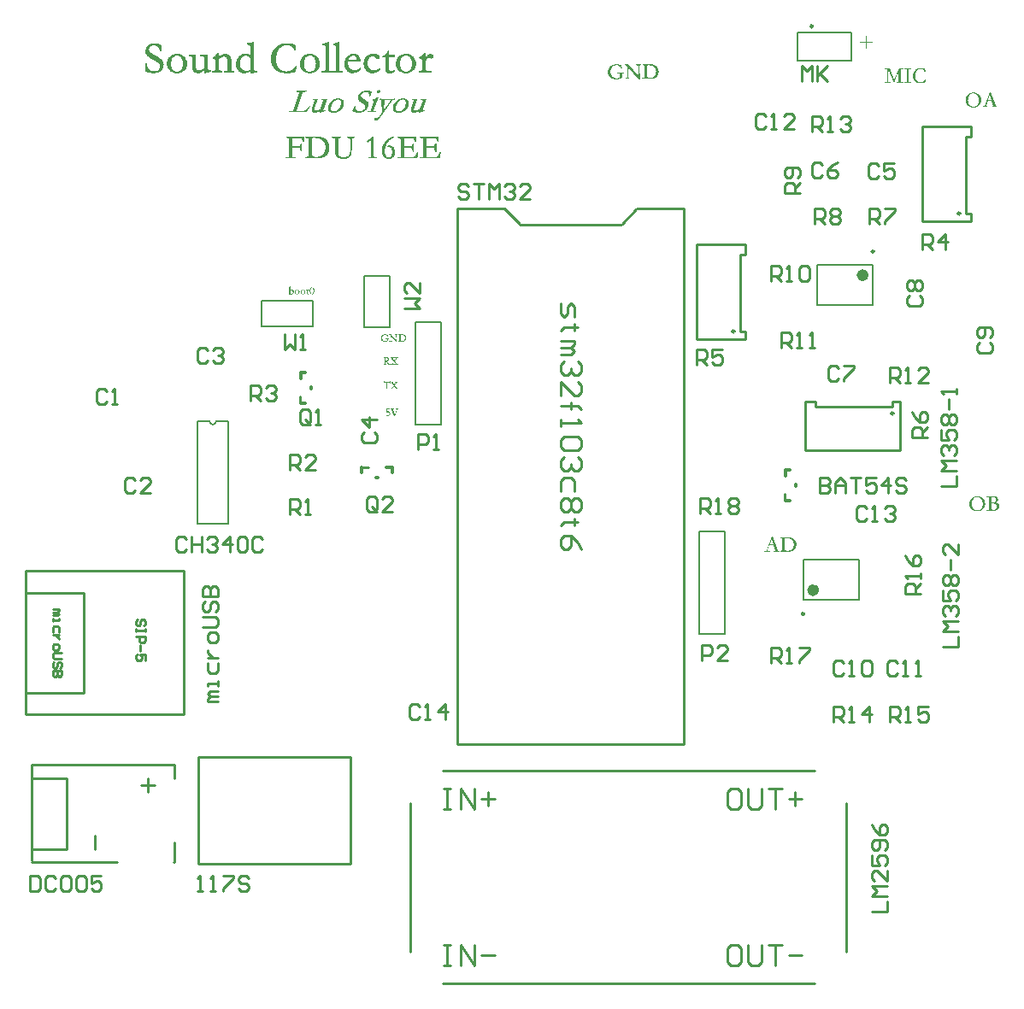
<source format=gto>
%FSLAX25Y25*%
%MOIN*%
G70*
G01*
G75*
%ADD10C,0.02000*%
%ADD11C,0.03000*%
%ADD12R,0.04724X0.02756*%
%ADD13R,0.05315X0.03347*%
%ADD14R,0.03347X0.05315*%
%ADD15O,0.07087X0.02441*%
%ADD16R,0.07087X0.02441*%
%ADD17R,0.12000X0.12000*%
%ADD18O,0.02362X0.07480*%
%ADD19R,0.02756X0.04724*%
%ADD20C,0.05000*%
%ADD21C,0.05906*%
%ADD22R,0.05906X0.05906*%
%ADD23R,0.05906X0.05906*%
%ADD24R,0.06900X0.06900*%
%ADD25C,0.06900*%
%ADD26C,0.12000*%
%ADD27C,0.06500*%
%ADD28R,0.06500X0.06500*%
%ADD29O,0.05600X0.15200*%
%ADD30O,0.13200X0.05600*%
%ADD31O,0.06000X0.20200*%
%ADD32C,0.06000*%
%ADD33C,0.03000*%
%ADD34C,0.01000*%
%ADD35C,0.00984*%
%ADD36C,0.00787*%
%ADD37C,0.02362*%
%ADD38C,0.01181*%
G36*
X146649Y344669D02*
X146634D01*
X146575Y344640D01*
X146487Y344596D01*
X146370Y344552D01*
X146224Y344479D01*
X146063Y344391D01*
X145887Y344288D01*
X145682Y344171D01*
X145477Y344025D01*
X145258Y343879D01*
X145038Y343703D01*
X144819Y343513D01*
X144599Y343293D01*
X144394Y343073D01*
X144189Y342825D01*
X143999Y342561D01*
X143984Y342546D01*
X143955Y342502D01*
X143911Y342415D01*
X143852Y342312D01*
X143779Y342180D01*
X143691Y342019D01*
X143618Y341829D01*
X143530Y341624D01*
X143428Y341404D01*
X143355Y341170D01*
X143267Y340907D01*
X143193Y340629D01*
X143135Y340350D01*
X143091Y340057D01*
X143062Y339750D01*
X143047Y339443D01*
Y339428D01*
Y339399D01*
Y339340D01*
X143062Y339267D01*
Y339164D01*
X143076Y339062D01*
X143106Y338798D01*
X143150Y338506D01*
X143237Y338198D01*
X143340Y337876D01*
X143486Y337583D01*
Y337569D01*
X143501Y337554D01*
X143574Y337466D01*
X143662Y337349D01*
X143794Y337217D01*
X143940Y337071D01*
X144116Y336954D01*
X144306Y336866D01*
X144423Y336851D01*
X144526Y336837D01*
X144584D01*
X144658Y336851D01*
X144731Y336866D01*
X144833Y336910D01*
X144950Y336954D01*
X145067Y337027D01*
X145199Y337115D01*
X145331Y337232D01*
X145448Y337378D01*
X145565Y337554D01*
X145668Y337759D01*
X145756Y338008D01*
X145814Y338315D01*
X145858Y338652D01*
X145873Y339033D01*
Y339047D01*
Y339077D01*
Y339121D01*
Y339194D01*
X145858Y339355D01*
X145829Y339574D01*
X145785Y339809D01*
X145726Y340043D01*
X145638Y340277D01*
X145521Y340482D01*
X145507Y340511D01*
X145463Y340570D01*
X145389Y340643D01*
X145287Y340746D01*
X145155Y340833D01*
X145009Y340921D01*
X144848Y340980D01*
X144658Y340995D01*
X144584D01*
X144526Y340980D01*
X144379Y340965D01*
X144189Y340907D01*
X143955Y341302D01*
X143984Y341317D01*
X144043Y341346D01*
X144145Y341375D01*
X144277Y341434D01*
X144423Y341478D01*
X144584Y341507D01*
X144760Y341536D01*
X144936Y341551D01*
X145024D01*
X145097Y341536D01*
X145258Y341522D01*
X145477Y341463D01*
X145726Y341375D01*
X145975Y341258D01*
X146239Y341082D01*
X146356Y340965D01*
X146473Y340848D01*
X146487Y340833D01*
X146502Y340819D01*
X146531Y340775D01*
X146575Y340716D01*
X146619Y340658D01*
X146663Y340570D01*
X146780Y340350D01*
X146897Y340087D01*
X146985Y339765D01*
X147058Y339399D01*
X147088Y338974D01*
Y338960D01*
Y338930D01*
Y338857D01*
X147073Y338784D01*
Y338681D01*
X147044Y338579D01*
X147000Y338301D01*
X146912Y338008D01*
X146780Y337686D01*
X146707Y337525D01*
X146605Y337364D01*
X146502Y337203D01*
X146370Y337056D01*
X146356Y337042D01*
X146341Y337027D01*
X146297Y336983D01*
X146239Y336939D01*
X146165Y336881D01*
X146092Y336822D01*
X145873Y336676D01*
X145609Y336529D01*
X145287Y336412D01*
X144921Y336324D01*
X144716Y336310D01*
X144511Y336295D01*
X144394D01*
X144321Y336310D01*
X144218Y336324D01*
X144101Y336339D01*
X143838Y336412D01*
X143530Y336515D01*
X143369Y336588D01*
X143208Y336676D01*
X143047Y336778D01*
X142886Y336910D01*
X142740Y337042D01*
X142593Y337203D01*
X142579Y337217D01*
X142564Y337247D01*
X142520Y337291D01*
X142476Y337364D01*
X142418Y337466D01*
X142359Y337569D01*
X142300Y337701D01*
X142227Y337847D01*
X142154Y338023D01*
X142095Y338198D01*
X142037Y338403D01*
X141978Y338623D01*
X141935Y338857D01*
X141891Y339106D01*
X141876Y339369D01*
X141861Y339648D01*
Y339662D01*
Y339735D01*
X141876Y339823D01*
Y339970D01*
X141905Y340131D01*
X141920Y340321D01*
X141964Y340526D01*
X142008Y340775D01*
X142081Y341024D01*
X142154Y341287D01*
X142257Y341565D01*
X142374Y341858D01*
X142520Y342151D01*
X142681Y342444D01*
X142857Y342737D01*
X143076Y343029D01*
X143091Y343044D01*
X143135Y343103D01*
X143208Y343176D01*
X143296Y343278D01*
X143428Y343395D01*
X143574Y343542D01*
X143750Y343703D01*
X143955Y343864D01*
X144189Y344040D01*
X144438Y344215D01*
X144716Y344391D01*
X145024Y344552D01*
X145346Y344713D01*
X145697Y344874D01*
X146078Y345006D01*
X146473Y345123D01*
X146649Y344669D01*
D02*
G37*
G36*
X112586Y362537D02*
X111268Y362347D01*
X111239D01*
X111180Y362332D01*
X111107Y362318D01*
X111063Y362303D01*
X111034Y362259D01*
X111005Y362186D01*
X110990Y362142D01*
X110961Y362069D01*
X108633Y355217D01*
X108618Y355203D01*
X108604Y355144D01*
X108589Y355086D01*
Y355042D01*
X108618Y355027D01*
X108677Y355012D01*
X110375D01*
X110609Y355027D01*
X110858Y355042D01*
X111107Y355056D01*
X111341Y355086D01*
X111429Y355100D01*
X111517Y355115D01*
X111532D01*
X111590Y355144D01*
X111678Y355173D01*
X111795Y355232D01*
X111927Y355291D01*
X112088Y355393D01*
X112264Y355496D01*
X112454Y355642D01*
X112483Y355657D01*
X112542Y355715D01*
X112659Y355818D01*
X112805Y355949D01*
X112966Y356125D01*
X113171Y356330D01*
X113376Y356579D01*
X113596Y356857D01*
X114035D01*
X112820Y354456D01*
X112688D01*
X112600Y354471D01*
X112132D01*
X111912Y354485D01*
X111107D01*
X110770Y354500D01*
X107711D01*
X107096Y354485D01*
X106495D01*
X106203Y354471D01*
X105690D01*
X105485Y354456D01*
X105632Y354866D01*
X106979Y355056D01*
X107023D01*
X107110Y355086D01*
X107213Y355130D01*
X107257Y355159D01*
X107286Y355203D01*
X109614Y362069D01*
Y362084D01*
X109628Y362098D01*
X109643Y362157D01*
X109658Y362230D01*
X109643Y362288D01*
Y362303D01*
X109614Y362318D01*
X109555Y362332D01*
X109467Y362347D01*
X108428Y362537D01*
X108574Y362991D01*
X108823D01*
X108940Y362977D01*
X109614D01*
X109848Y362962D01*
X111883D01*
X112103Y362977D01*
X112542D01*
X112747Y362991D01*
X112586Y362537D01*
D02*
G37*
G36*
X116651Y345064D02*
X116988Y345050D01*
X117325Y345021D01*
X117661Y344977D01*
X117969Y344933D01*
X117998D01*
X118042Y344918D01*
X118101Y344903D01*
X118247Y344859D01*
X118437Y344815D01*
X118672Y344742D01*
X118920Y344640D01*
X119169Y344523D01*
X119433Y344391D01*
X119447D01*
X119462Y344376D01*
X119550Y344318D01*
X119667Y344245D01*
X119828Y344127D01*
X120004Y343996D01*
X120194Y343835D01*
X120384Y343659D01*
X120560Y343469D01*
X120575Y343439D01*
X120633Y343381D01*
X120706Y343264D01*
X120809Y343132D01*
X120911Y342956D01*
X121029Y342751D01*
X121131Y342517D01*
X121233Y342268D01*
X121248Y342239D01*
X121277Y342151D01*
X121307Y342019D01*
X121365Y341844D01*
X121409Y341624D01*
X121439Y341390D01*
X121468Y341126D01*
X121482Y340848D01*
Y340833D01*
Y340790D01*
Y340731D01*
X121468Y340629D01*
Y340526D01*
X121453Y340394D01*
X121424Y340233D01*
X121395Y340072D01*
X121307Y339691D01*
X121190Y339282D01*
X121014Y338842D01*
X120897Y338623D01*
X120780Y338403D01*
X120765Y338389D01*
X120750Y338359D01*
X120706Y338286D01*
X120648Y338213D01*
X120589Y338125D01*
X120501Y338008D01*
X120282Y337774D01*
X120018Y337510D01*
X119711Y337261D01*
X119360Y337042D01*
X119155Y336939D01*
X118950Y336866D01*
X118935D01*
X118906Y336851D01*
X118833Y336837D01*
X118759Y336807D01*
X118657Y336778D01*
X118540Y336749D01*
X118408Y336720D01*
X118262Y336690D01*
X117925Y336617D01*
X117559Y336559D01*
X117164Y336515D01*
X116768Y336500D01*
X114646Y336529D01*
X111893D01*
Y336983D01*
X112991Y337217D01*
X113021D01*
X113094Y337247D01*
X113181Y337276D01*
X113240Y337334D01*
X113255Y337349D01*
Y337378D01*
X113269Y337422D01*
X113284Y337481D01*
Y337554D01*
X113299Y337642D01*
Y337759D01*
Y343849D01*
Y343864D01*
Y343893D01*
Y343937D01*
Y343996D01*
X113269Y344127D01*
X113255Y344171D01*
X113240Y344215D01*
X113225Y344230D01*
X113196Y344259D01*
X113123Y344303D01*
X113021Y344332D01*
X112025Y344508D01*
Y344962D01*
X113357D01*
X113767Y344977D01*
X114206Y345006D01*
X114323D01*
X114411Y345021D01*
X114499D01*
X114616Y345035D01*
X114880Y345050D01*
X115158D01*
X115436Y345064D01*
X115700Y345079D01*
X116358D01*
X116651Y345064D01*
D02*
G37*
G36*
X138802Y337422D02*
Y337408D01*
Y337364D01*
X138816Y337320D01*
X138845Y337247D01*
X138889Y337173D01*
X138948Y337115D01*
X139021Y337056D01*
X139138Y337027D01*
X139870Y336910D01*
Y336471D01*
X139651D01*
X139563Y336485D01*
X139080D01*
X138802Y336500D01*
X137411D01*
X137118Y336485D01*
X136825D01*
X136518Y336471D01*
Y336910D01*
X137352Y337042D01*
X137367D01*
X137396Y337056D01*
X137513Y337115D01*
X137557Y337173D01*
X137616Y337232D01*
X137645Y337320D01*
X137660Y337422D01*
Y343776D01*
X136196Y342766D01*
X135917Y343176D01*
X135932Y343191D01*
X135961Y343205D01*
X136020Y343249D01*
X136079Y343293D01*
X136181Y343366D01*
X136283Y343454D01*
X136415Y343542D01*
X136547Y343659D01*
X136708Y343791D01*
X136884Y343937D01*
X137264Y344259D01*
X137704Y344640D01*
X138172Y345079D01*
X138802D01*
Y337422D01*
D02*
G37*
G36*
X146873Y359375D02*
X146287Y359229D01*
X146258D01*
X146199Y359199D01*
X146097Y359141D01*
X145980Y359053D01*
X145950Y359024D01*
X145877Y358951D01*
X145819Y358892D01*
X145745Y358819D01*
X145658Y358716D01*
X145555Y358614D01*
X141324Y352699D01*
Y352685D01*
X141309Y352670D01*
X141236Y352582D01*
X141148Y352450D01*
X141017Y352289D01*
X140870Y352114D01*
X140695Y351923D01*
X140519Y351762D01*
X140343Y351616D01*
X140329Y351601D01*
X140270Y351557D01*
X140167Y351499D01*
X140050Y351440D01*
X139919Y351382D01*
X139772Y351323D01*
X139611Y351279D01*
X139450Y351265D01*
X139421D01*
X139348Y351279D01*
X139245Y351294D01*
X139128Y351338D01*
X139026Y351396D01*
X138952Y351499D01*
X138923Y351557D01*
Y351631D01*
Y351718D01*
X138952Y351821D01*
X138967Y351850D01*
X138996Y351909D01*
X139055Y352011D01*
X139128Y352128D01*
X139245Y352231D01*
X139377Y352333D01*
X139553Y352392D01*
X139758Y352421D01*
X139889D01*
X140021Y352392D01*
X140182Y352363D01*
X140226D01*
X140270Y352348D01*
X140343D01*
X140373Y352363D01*
X140416Y352392D01*
X140431Y352407D01*
X140460Y352421D01*
X140490Y352465D01*
X140548Y352509D01*
X140621Y352582D01*
X140709Y352685D01*
X140826Y352802D01*
X140841Y352816D01*
X140885Y352860D01*
X140943Y352948D01*
X141031Y353036D01*
X141134Y353168D01*
X141236Y353299D01*
X141353Y353461D01*
X141471Y353622D01*
X141485Y353636D01*
X141529Y353695D01*
X141573Y353768D01*
X141631Y353856D01*
X141749Y354046D01*
X141793Y354119D01*
X141822Y354178D01*
Y354193D01*
X141837Y354222D01*
X141851Y354266D01*
Y354324D01*
X141880Y354471D01*
Y354676D01*
X141734Y358965D01*
Y358980D01*
Y358995D01*
X141705Y359068D01*
X141646Y359156D01*
X141602Y359185D01*
X141544Y359214D01*
X141046Y359375D01*
X141192Y359814D01*
X141280D01*
X141339Y359800D01*
X141514D01*
X141719Y359785D01*
X141939Y359770D01*
X142188D01*
X142407Y359756D01*
X142891D01*
X143096Y359770D01*
X143315D01*
X143564Y359785D01*
X144106Y359814D01*
X143959Y359375D01*
X142978Y359185D01*
X142964D01*
X142935Y359170D01*
X142905Y359156D01*
X142876Y359141D01*
Y359112D01*
X142861Y359038D01*
X142817Y355364D01*
X145013Y358629D01*
Y358643D01*
X145028Y358658D01*
X145072Y358731D01*
X145131Y358833D01*
X145174Y358921D01*
Y358936D01*
X145189Y358951D01*
Y359038D01*
Y359082D01*
X145174Y359126D01*
X145131Y359156D01*
X145087Y359170D01*
X144355Y359375D01*
X144516Y359814D01*
X144545D01*
X144633Y359800D01*
X144764D01*
X144925Y359785D01*
X145116Y359770D01*
X145321D01*
X145526Y359756D01*
X145921D01*
X146067Y359770D01*
X146258D01*
X146477Y359785D01*
X146726Y359800D01*
X147019Y359814D01*
X146873Y359375D01*
D02*
G37*
G36*
X157897Y355759D02*
Y355744D01*
X157882Y355700D01*
X157853Y355642D01*
X157838Y355554D01*
X157823Y355408D01*
Y355349D01*
X157838Y355305D01*
X157867Y355291D01*
X157897D01*
X157970Y355276D01*
X158058Y355261D01*
X158204Y355247D01*
X158380Y355232D01*
X158497Y355217D01*
X158614D01*
X158497Y354807D01*
X156272Y354310D01*
X156608Y355291D01*
X156579Y355276D01*
X156520Y355217D01*
X156418Y355130D01*
X156272Y355027D01*
X156111Y354910D01*
X155920Y354778D01*
X155715Y354661D01*
X155496Y354559D01*
X155466Y354544D01*
X155393Y354515D01*
X155291Y354471D01*
X155144Y354427D01*
X154969Y354383D01*
X154793Y354339D01*
X154588Y354310D01*
X154398Y354295D01*
X154368D01*
X154280Y354310D01*
X154163Y354324D01*
X154002Y354354D01*
X153841Y354427D01*
X153680Y354515D01*
X153519Y354632D01*
X153402Y354807D01*
X153387Y354837D01*
X153358Y354910D01*
X153329Y355012D01*
X153300Y355173D01*
X153285Y355378D01*
Y355613D01*
X153329Y355876D01*
X153402Y356184D01*
X154339Y358921D01*
Y358936D01*
X154354Y358951D01*
Y359009D01*
Y359082D01*
X154310Y359141D01*
X154295Y359156D01*
X154251Y359170D01*
X154193Y359199D01*
X154105Y359214D01*
X153988Y359258D01*
X153827Y359287D01*
X153622Y359331D01*
X153768Y359756D01*
X155730D01*
X154529Y356242D01*
X154515Y356213D01*
X154500Y356140D01*
X154471Y356037D01*
X154441Y355920D01*
X154412Y355774D01*
X154398Y355642D01*
Y355525D01*
X154427Y355422D01*
Y355408D01*
X154456Y355393D01*
X154485Y355364D01*
X154559Y355320D01*
X154632Y355276D01*
X154749Y355247D01*
X154895Y355232D01*
X155071Y355217D01*
X155159D01*
X155217Y355232D01*
X155291D01*
X155378Y355247D01*
X155598Y355291D01*
X155862Y355364D01*
X156154Y355466D01*
X156462Y355613D01*
X156784Y355818D01*
X157838Y358907D01*
Y358921D01*
X157853Y358936D01*
Y359009D01*
X157838Y359082D01*
X157809Y359112D01*
X157765Y359141D01*
X157736Y359156D01*
X157677Y359170D01*
X157589Y359185D01*
X157472Y359199D01*
X157296Y359229D01*
X157179Y359243D01*
X157062Y359258D01*
X156916Y359273D01*
X156755Y359287D01*
X156916Y359756D01*
X159258D01*
X157897Y355759D01*
D02*
G37*
G36*
X140914Y363138D02*
X140973Y363123D01*
X141031Y363094D01*
X141104Y363064D01*
X141178Y363006D01*
X141236Y362933D01*
Y362918D01*
X141265Y362903D01*
X141280Y362859D01*
X141309Y362801D01*
X141339Y362640D01*
Y362552D01*
X141309Y362450D01*
Y362435D01*
X141295Y362406D01*
X141265Y362362D01*
X141222Y362288D01*
X141178Y362215D01*
X141104Y362142D01*
X141017Y362054D01*
X140914Y361981D01*
X140900Y361966D01*
X140870Y361952D01*
X140812Y361923D01*
X140724Y361893D01*
X140533Y361820D01*
X140431Y361805D01*
X140314Y361791D01*
X140270D01*
X140226Y361805D01*
X140153Y361820D01*
X140021Y361879D01*
X139963Y361923D01*
X139904Y361981D01*
Y361996D01*
X139889Y362010D01*
X139875Y362054D01*
X139860Y362113D01*
X139845Y362259D01*
Y362347D01*
X139875Y362450D01*
Y362464D01*
X139889Y362493D01*
X139919Y362552D01*
X139963Y362611D01*
X140006Y362684D01*
X140080Y362772D01*
X140153Y362859D01*
X140255Y362933D01*
X140270Y362947D01*
X140299Y362962D01*
X140358Y363006D01*
X140431Y363050D01*
X140607Y363123D01*
X140709Y363138D01*
X140812Y363152D01*
X140856D01*
X140914Y363138D01*
D02*
G37*
G36*
X136346Y363064D02*
X136449D01*
X136566Y363050D01*
X136830Y363006D01*
X137122Y362918D01*
X137430Y362801D01*
X137723Y362654D01*
X137854Y362552D01*
X137971Y362435D01*
X137342Y360751D01*
X136917D01*
Y360766D01*
Y360824D01*
X136932Y360912D01*
Y361015D01*
X136917Y361147D01*
X136903Y361293D01*
X136888Y361454D01*
X136844Y361615D01*
X136786Y361761D01*
X136713Y361923D01*
X136625Y362069D01*
X136507Y362201D01*
X136361Y362303D01*
X136185Y362391D01*
X135980Y362450D01*
X135732Y362464D01*
X135615D01*
X135497Y362450D01*
X135336Y362420D01*
X135146Y362376D01*
X134941Y362303D01*
X134736Y362215D01*
X134517Y362098D01*
X134487Y362084D01*
X134429Y362040D01*
X134326Y361952D01*
X134224Y361849D01*
X134092Y361732D01*
X133975Y361586D01*
X133872Y361410D01*
X133784Y361234D01*
Y361220D01*
X133770Y361176D01*
X133755Y361103D01*
Y361000D01*
Y360883D01*
X133784Y360766D01*
X133828Y360634D01*
X133902Y360502D01*
X133916Y360488D01*
X133960Y360444D01*
X134033Y360371D01*
X134151Y360254D01*
X134311Y360122D01*
X134531Y359961D01*
X134648Y359873D01*
X134795Y359770D01*
X134956Y359668D01*
X135131Y359551D01*
X135146D01*
X135175Y359522D01*
X135234Y359492D01*
X135307Y359434D01*
X135395Y359390D01*
X135483Y359317D01*
X135717Y359156D01*
X135951Y358980D01*
X136200Y358775D01*
X136420Y358585D01*
X136507Y358482D01*
X136595Y358380D01*
X136610Y358350D01*
X136654Y358292D01*
X136713Y358175D01*
X136756Y357999D01*
X136786Y357794D01*
X136800Y357530D01*
X136756Y357223D01*
X136713Y357062D01*
X136654Y356872D01*
Y356857D01*
X136639Y356828D01*
X136610Y356755D01*
X136581Y356681D01*
X136537Y356579D01*
X136478Y356462D01*
X136332Y356198D01*
X136127Y355905D01*
X135878Y355598D01*
X135732Y355437D01*
X135571Y355291D01*
X135395Y355144D01*
X135205Y354998D01*
X135190Y354983D01*
X135161Y354969D01*
X135102Y354939D01*
X135014Y354895D01*
X134926Y354837D01*
X134795Y354778D01*
X134663Y354720D01*
X134502Y354646D01*
X134326Y354588D01*
X134136Y354515D01*
X133931Y354456D01*
X133711Y354412D01*
X133243Y354324D01*
X132979Y354310D01*
X132716Y354295D01*
X132584D01*
X132496Y354310D01*
X132379D01*
X132262Y354324D01*
X132115Y354354D01*
X131955Y354383D01*
X131603Y354456D01*
X131222Y354573D01*
X130857Y354734D01*
X130666Y354837D01*
X130491Y354954D01*
X131384Y357121D01*
X131823D01*
Y357106D01*
X131808Y357077D01*
Y357018D01*
X131793Y356945D01*
X131779Y356857D01*
X131764Y356755D01*
Y356520D01*
Y356257D01*
X131808Y355979D01*
X131881Y355715D01*
X131940Y355598D01*
X132013Y355481D01*
X132028Y355452D01*
X132101Y355393D01*
X132189Y355291D01*
X132320Y355188D01*
X132496Y355086D01*
X132701Y354983D01*
X132935Y354925D01*
X133199Y354895D01*
X133331D01*
X133462Y354925D01*
X133638Y354954D01*
X133858Y354998D01*
X134077Y355071D01*
X134326Y355173D01*
X134560Y355320D01*
X134575D01*
X134590Y355334D01*
X134663Y355393D01*
X134780Y355481D01*
X134912Y355613D01*
X135044Y355759D01*
X135190Y355920D01*
X135307Y356125D01*
X135395Y356330D01*
X135409Y356359D01*
X135424Y356418D01*
X135439Y356506D01*
X135453Y356637D01*
Y356769D01*
X135424Y356916D01*
X135380Y357062D01*
X135292Y357208D01*
X135278Y357223D01*
X135234Y357282D01*
X135161Y357355D01*
X135058Y357457D01*
X134912Y357589D01*
X134721Y357735D01*
X134502Y357911D01*
X134224Y358087D01*
X134209Y358101D01*
X134180Y358116D01*
X134121Y358160D01*
X134033Y358204D01*
X133946Y358277D01*
X133843Y358350D01*
X133609Y358526D01*
X133360Y358731D01*
X133111Y358951D01*
X132891Y359170D01*
X132804Y359287D01*
X132730Y359404D01*
X132716Y359434D01*
X132686Y359507D01*
X132628Y359639D01*
X132584Y359814D01*
X132555Y360019D01*
X132540Y360254D01*
X132569Y360517D01*
X132643Y360810D01*
Y360824D01*
X132657Y360854D01*
X132686Y360912D01*
X132716Y360971D01*
X132745Y361059D01*
X132804Y361161D01*
X132935Y361381D01*
X133111Y361644D01*
X133345Y361923D01*
X133623Y362186D01*
X133784Y362318D01*
X133960Y362435D01*
X133975Y362450D01*
X134004Y362464D01*
X134063Y362493D01*
X134136Y362537D01*
X134224Y362581D01*
X134341Y362640D01*
X134458Y362698D01*
X134604Y362757D01*
X134926Y362874D01*
X135292Y362977D01*
X135702Y363050D01*
X135922Y363079D01*
X136259D01*
X136346Y363064D01*
D02*
G37*
G36*
X111527Y344962D02*
Y344889D01*
X111513Y344801D01*
Y344669D01*
Y344493D01*
X111498Y344303D01*
Y344069D01*
Y343820D01*
Y343791D01*
Y343718D01*
Y343615D01*
Y343483D01*
Y343322D01*
Y343161D01*
X111513Y342825D01*
X111088D01*
Y342839D01*
X111073Y342868D01*
X111059Y342927D01*
X111044Y342986D01*
X110986Y343161D01*
X110912Y343366D01*
X110839Y343586D01*
X110751Y343791D01*
X110678Y343966D01*
X110634Y344040D01*
X110605Y344083D01*
Y344098D01*
X110576Y344127D01*
X110532Y344157D01*
X110488Y344201D01*
X110415Y344245D01*
X110327Y344288D01*
X110224Y344303D01*
X110107Y344318D01*
X107267D01*
X107208Y344303D01*
X107150Y344288D01*
X107091Y344245D01*
Y344230D01*
X107077Y344171D01*
X107062Y344127D01*
Y344069D01*
X107047Y343996D01*
Y343908D01*
Y341126D01*
X109727D01*
X109800Y341141D01*
X109858Y341170D01*
X109873Y341185D01*
X109888Y341229D01*
X109931Y341302D01*
X109946Y341375D01*
X109961Y341448D01*
X110195Y342444D01*
X110649D01*
Y342415D01*
Y342341D01*
Y342210D01*
Y342034D01*
X110634Y341814D01*
Y341536D01*
Y341229D01*
Y340877D01*
Y340863D01*
Y340848D01*
Y340804D01*
Y340746D01*
Y340599D01*
Y340409D01*
X110649Y340160D01*
Y339896D01*
Y339604D01*
X110663Y339282D01*
X110239D01*
X109931Y340292D01*
Y340306D01*
X109917Y340321D01*
X109888Y340394D01*
X109844Y340467D01*
X109814Y340497D01*
X109785Y340511D01*
X109770Y340526D01*
X109741D01*
X109697Y340541D01*
X109639D01*
X109551Y340555D01*
X107047D01*
Y337364D01*
Y337349D01*
Y337320D01*
X107062Y337217D01*
X107077Y337115D01*
X107091Y337086D01*
X107106Y337056D01*
X107121D01*
X107165Y337042D01*
X107208Y337027D01*
X107267D01*
X107325Y337012D01*
X107413Y336998D01*
X108380Y336895D01*
Y336456D01*
X108277D01*
X108204Y336471D01*
X107999D01*
X107735Y336485D01*
X107443D01*
X107121Y336500D01*
X105730D01*
X105422Y336485D01*
X105100D01*
X104778Y336471D01*
X104485Y336456D01*
Y336895D01*
X105437Y336998D01*
X105466D01*
X105525Y337027D01*
X105598Y337042D01*
X105657Y337086D01*
X105671Y337100D01*
X105686Y337144D01*
X105701Y337217D01*
Y337349D01*
Y343937D01*
Y343952D01*
Y343981D01*
Y344069D01*
X105686Y344186D01*
X105671Y344230D01*
X105657Y344274D01*
X105642Y344288D01*
X105613Y344332D01*
X105569Y344362D01*
X105481Y344391D01*
X104588Y344493D01*
Y344977D01*
X105481D01*
X105774Y344962D01*
X110956D01*
X111249Y344977D01*
X111527D01*
Y344962D01*
D02*
G37*
G36*
X111239Y285325D02*
X111273Y285320D01*
X111317Y285315D01*
X111361Y285306D01*
X111415Y285296D01*
X111522Y285262D01*
X111581Y285237D01*
X111639Y285213D01*
X111698Y285179D01*
X111756Y285140D01*
X111810Y285096D01*
X111864Y285047D01*
X111868Y285042D01*
X111873Y285032D01*
X111888Y285018D01*
X111907Y284998D01*
X111927Y284969D01*
X111951Y284935D01*
X111976Y284896D01*
X112000Y284852D01*
X112049Y284754D01*
X112093Y284632D01*
X112127Y284500D01*
X112132Y284427D01*
X112137Y284349D01*
Y284344D01*
Y284334D01*
Y284310D01*
X112132Y284286D01*
X112127Y284251D01*
X112122Y284212D01*
X112103Y284125D01*
X112068Y284022D01*
X112044Y283968D01*
X112015Y283915D01*
X111981Y283861D01*
X111946Y283807D01*
X111898Y283754D01*
X111849Y283700D01*
X111844Y283695D01*
X111834Y283690D01*
X111820Y283676D01*
X111795Y283656D01*
X111771Y283637D01*
X111737Y283617D01*
X111693Y283593D01*
X111649Y283568D01*
X111600Y283539D01*
X111541Y283515D01*
X111419Y283476D01*
X111278Y283441D01*
X111200Y283437D01*
X111117Y283432D01*
X111078D01*
X111049Y283437D01*
X111014Y283441D01*
X110975Y283446D01*
X110883Y283466D01*
X110775Y283495D01*
X110658Y283544D01*
X110600Y283573D01*
X110546Y283607D01*
X110487Y283651D01*
X110434Y283695D01*
X110429Y283700D01*
X110424Y283710D01*
X110409Y283724D01*
X110390Y283744D01*
X110370Y283768D01*
X110346Y283803D01*
X110321Y283837D01*
X110297Y283881D01*
X110268Y283929D01*
X110243Y283978D01*
X110199Y284095D01*
X110180Y284164D01*
X110165Y284232D01*
X110160Y284305D01*
X110155Y284383D01*
Y284388D01*
Y284403D01*
Y284422D01*
X110160Y284452D01*
X110165Y284486D01*
X110170Y284530D01*
X110190Y284622D01*
X110224Y284730D01*
X110248Y284783D01*
X110273Y284842D01*
X110307Y284901D01*
X110341Y284954D01*
X110385Y285008D01*
X110434Y285062D01*
X110439Y285067D01*
X110448Y285071D01*
X110463Y285086D01*
X110487Y285105D01*
X110512Y285125D01*
X110546Y285145D01*
X110585Y285169D01*
X110634Y285198D01*
X110683Y285223D01*
X110736Y285247D01*
X110795Y285267D01*
X110863Y285286D01*
X111005Y285320D01*
X111083Y285325D01*
X111166Y285330D01*
X111205D01*
X111239Y285325D01*
D02*
G37*
G36*
X108960D02*
X108994Y285320D01*
X109038Y285315D01*
X109082Y285306D01*
X109136Y285296D01*
X109243Y285262D01*
X109301Y285237D01*
X109360Y285213D01*
X109419Y285179D01*
X109477Y285140D01*
X109531Y285096D01*
X109585Y285047D01*
X109589Y285042D01*
X109594Y285032D01*
X109609Y285018D01*
X109628Y284998D01*
X109648Y284969D01*
X109672Y284935D01*
X109697Y284896D01*
X109721Y284852D01*
X109770Y284754D01*
X109814Y284632D01*
X109848Y284500D01*
X109853Y284427D01*
X109858Y284349D01*
Y284344D01*
Y284334D01*
Y284310D01*
X109853Y284286D01*
X109848Y284251D01*
X109843Y284212D01*
X109824Y284125D01*
X109790Y284022D01*
X109765Y283968D01*
X109736Y283915D01*
X109702Y283861D01*
X109668Y283807D01*
X109619Y283754D01*
X109570Y283700D01*
X109565Y283695D01*
X109555Y283690D01*
X109541Y283676D01*
X109516Y283656D01*
X109492Y283637D01*
X109458Y283617D01*
X109414Y283593D01*
X109370Y283568D01*
X109321Y283539D01*
X109263Y283515D01*
X109141Y283476D01*
X108999Y283441D01*
X108921Y283437D01*
X108838Y283432D01*
X108799D01*
X108770Y283437D01*
X108735Y283441D01*
X108696Y283446D01*
X108604Y283466D01*
X108496Y283495D01*
X108379Y283544D01*
X108321Y283573D01*
X108267Y283607D01*
X108208Y283651D01*
X108155Y283695D01*
X108150Y283700D01*
X108145Y283710D01*
X108130Y283724D01*
X108111Y283744D01*
X108091Y283768D01*
X108067Y283803D01*
X108043Y283837D01*
X108018Y283881D01*
X107989Y283929D01*
X107964Y283978D01*
X107921Y284095D01*
X107901Y284164D01*
X107886Y284232D01*
X107881Y284305D01*
X107877Y284383D01*
Y284388D01*
Y284403D01*
Y284422D01*
X107881Y284452D01*
X107886Y284486D01*
X107891Y284530D01*
X107911Y284622D01*
X107945Y284730D01*
X107969Y284783D01*
X107994Y284842D01*
X108028Y284901D01*
X108062Y284954D01*
X108106Y285008D01*
X108155Y285062D01*
X108160Y285067D01*
X108169Y285071D01*
X108184Y285086D01*
X108208Y285105D01*
X108233Y285125D01*
X108267Y285145D01*
X108306Y285169D01*
X108355Y285198D01*
X108404Y285223D01*
X108457Y285247D01*
X108516Y285267D01*
X108584Y285286D01*
X108726Y285320D01*
X108804Y285325D01*
X108887Y285330D01*
X108926D01*
X108960Y285325D01*
D02*
G37*
G36*
X114694Y286355D02*
X114718D01*
X114752Y286345D01*
X114792Y286335D01*
X114835Y286326D01*
X114884Y286306D01*
X114933Y286286D01*
X114987Y286257D01*
X115045Y286223D01*
X115099Y286179D01*
X115157Y286130D01*
X115211Y286077D01*
X115265Y286008D01*
X115319Y285935D01*
X115323Y285930D01*
X115328Y285916D01*
X115343Y285891D01*
X115363Y285857D01*
X115382Y285818D01*
X115406Y285769D01*
X115431Y285711D01*
X115460Y285647D01*
X115484Y285574D01*
X115509Y285496D01*
X115533Y285408D01*
X115553Y285315D01*
X115572Y285218D01*
X115587Y285115D01*
X115592Y285003D01*
X115597Y284891D01*
Y284886D01*
Y284861D01*
Y284832D01*
X115592Y284788D01*
X115587Y284735D01*
X115582Y284676D01*
X115572Y284603D01*
X115563Y284530D01*
X115548Y284452D01*
X115528Y284369D01*
X115509Y284281D01*
X115480Y284193D01*
X115445Y284105D01*
X115411Y284017D01*
X115367Y283934D01*
X115319Y283851D01*
X115314Y283846D01*
X115304Y283832D01*
X115289Y283812D01*
X115270Y283788D01*
X115245Y283754D01*
X115211Y283720D01*
X115177Y283681D01*
X115133Y283642D01*
X115035Y283563D01*
X114982Y283529D01*
X114923Y283495D01*
X114860Y283471D01*
X114796Y283451D01*
X114728Y283437D01*
X114655Y283432D01*
X114640D01*
X114621Y283437D01*
X114591D01*
X114557Y283446D01*
X114523Y283456D01*
X114430Y283485D01*
X114382Y283505D01*
X114328Y283534D01*
X114274Y283568D01*
X114221Y283607D01*
X114162Y283656D01*
X114103Y283710D01*
X114050Y283773D01*
X113996Y283846D01*
X113991Y283851D01*
X113986Y283866D01*
X113972Y283890D01*
X113952Y283920D01*
X113933Y283964D01*
X113908Y284012D01*
X113884Y284071D01*
X113859Y284134D01*
X113830Y284208D01*
X113806Y284286D01*
X113781Y284373D01*
X113762Y284466D01*
X113742Y284564D01*
X113728Y284666D01*
X113723Y284779D01*
X113718Y284891D01*
Y284896D01*
Y284920D01*
Y284949D01*
X113723Y284993D01*
X113728Y285047D01*
X113733Y285110D01*
X113742Y285179D01*
X113752Y285257D01*
X113767Y285335D01*
X113786Y285423D01*
X113835Y285594D01*
X113864Y285681D01*
X113903Y285769D01*
X113942Y285852D01*
X113991Y285935D01*
X113996Y285940D01*
X114006Y285955D01*
X114021Y285974D01*
X114040Y286003D01*
X114069Y286033D01*
X114099Y286072D01*
X114138Y286106D01*
X114177Y286150D01*
X114274Y286228D01*
X114328Y286262D01*
X114386Y286291D01*
X114450Y286321D01*
X114518Y286340D01*
X114582Y286355D01*
X114655Y286360D01*
X114674D01*
X114694Y286355D01*
D02*
G37*
G36*
X113084Y285227D02*
X113679Y285237D01*
Y284993D01*
X113084Y284979D01*
Y283978D01*
Y283968D01*
Y283949D01*
X113088Y283915D01*
Y283876D01*
X113103Y283793D01*
X113113Y283754D01*
X113127Y283720D01*
Y283715D01*
X113137Y283710D01*
X113162Y283685D01*
X113206Y283661D01*
X113235Y283656D01*
X113269Y283651D01*
X113293D01*
X113323Y283656D01*
X113367Y283666D01*
X113420Y283681D01*
X113484Y283705D01*
X113562Y283734D01*
X113645Y283773D01*
X113713Y283666D01*
X113708Y283661D01*
X113693Y283646D01*
X113674Y283622D01*
X113645Y283593D01*
X113606Y283559D01*
X113567Y283529D01*
X113523Y283505D01*
X113474Y283481D01*
X113469D01*
X113450Y283471D01*
X113420Y283466D01*
X113381Y283456D01*
X113332Y283446D01*
X113274Y283441D01*
X113206Y283432D01*
X113088D01*
X113045Y283437D01*
X112991Y283446D01*
X112937Y283461D01*
X112879Y283485D01*
X112835Y283515D01*
X112796Y283554D01*
X112791Y283559D01*
X112786Y283578D01*
X112771Y283612D01*
X112757Y283661D01*
X112742Y283724D01*
X112732Y283807D01*
X112722Y283905D01*
X112717Y283959D01*
Y284022D01*
Y284969D01*
X112522Y284964D01*
X112508D01*
X112473Y284974D01*
X112454Y284983D01*
X112434Y284998D01*
X112425Y285018D01*
X112420Y285042D01*
Y285047D01*
Y285052D01*
X112430Y285076D01*
X112439Y285091D01*
X112454Y285110D01*
X112473Y285125D01*
X112503Y285140D01*
X112513Y285145D01*
X112532Y285154D01*
X112566Y285169D01*
X112605Y285189D01*
X112688Y285242D01*
X112727Y285271D01*
X112761Y285306D01*
X112766Y285311D01*
X112776Y285325D01*
X112791Y285349D01*
X112815Y285389D01*
X112839Y285442D01*
X112874Y285511D01*
X112908Y285594D01*
X112947Y285691D01*
X113079D01*
X113084Y285227D01*
D02*
G37*
G36*
X155228Y344962D02*
Y344903D01*
X155213Y344801D01*
Y344654D01*
X155198Y344493D01*
Y344303D01*
X155184Y344098D01*
Y343893D01*
Y343879D01*
Y343805D01*
Y343718D01*
Y343600D01*
X155198Y343454D01*
Y343278D01*
X155213Y342912D01*
X154803D01*
Y342927D01*
X154788Y342942D01*
X154774Y342986D01*
X154745Y343044D01*
X154701Y343176D01*
X154627Y343352D01*
X154554Y343527D01*
X154466Y343703D01*
X154393Y343864D01*
X154335Y343996D01*
Y344010D01*
X154305Y344040D01*
X154276Y344098D01*
X154247Y344157D01*
X154174Y344274D01*
X154130Y344332D01*
X154086Y344362D01*
X154071Y344376D01*
X154013Y344406D01*
X153925Y344420D01*
X153807Y344435D01*
X150733D01*
X150689Y344420D01*
X150616Y344406D01*
X150572Y344347D01*
Y344332D01*
X150557Y344274D01*
X150543Y344230D01*
Y344171D01*
X150528Y344098D01*
Y344010D01*
Y341126D01*
X153427D01*
X153515Y341141D01*
X153573Y341170D01*
X153588Y341185D01*
X153617Y341229D01*
X153661Y341302D01*
X153676Y341375D01*
X153690Y341448D01*
X153881Y342429D01*
X154393D01*
Y342415D01*
Y342385D01*
Y342341D01*
Y342283D01*
Y342210D01*
X154378Y342107D01*
Y341887D01*
Y341639D01*
X154364Y341346D01*
Y341038D01*
Y340731D01*
Y340716D01*
Y340687D01*
Y340643D01*
Y340585D01*
Y340511D01*
Y340423D01*
Y340204D01*
X154378Y339940D01*
Y339662D01*
Y339340D01*
X154393Y339018D01*
X153998D01*
X153676Y340160D01*
Y340175D01*
X153661Y340189D01*
X153617Y340277D01*
X153559Y340380D01*
X153456Y340467D01*
X153427Y340482D01*
X153354Y340511D01*
X153222Y340541D01*
X153134Y340555D01*
X150528D01*
Y337422D01*
Y337408D01*
Y337378D01*
X150543Y337291D01*
X150557Y337188D01*
X150572Y337144D01*
X150587Y337115D01*
X150601Y337100D01*
X150660Y337086D01*
X150704Y337071D01*
X150762Y337056D01*
X150850Y337042D01*
X153969D01*
X154056Y337056D01*
X154247Y337086D01*
X154437Y337144D01*
X154452D01*
X154481Y337173D01*
X154525Y337203D01*
X154598Y337247D01*
X154671Y337320D01*
X154759Y337408D01*
X154847Y337510D01*
X154949Y337642D01*
X154964Y337657D01*
X154993Y337715D01*
X155052Y337803D01*
X155140Y337935D01*
X155228Y338110D01*
X155345Y338330D01*
X155476Y338579D01*
X155608Y338886D01*
X156106D01*
Y338872D01*
X156091Y338828D01*
X156077Y338755D01*
X156062Y338652D01*
X156033Y338535D01*
X156018Y338403D01*
X155989Y338242D01*
X155960Y338081D01*
X155901Y337701D01*
X155842Y337291D01*
X155799Y336881D01*
X155769Y336471D01*
X155286D01*
X155096Y336485D01*
X154027D01*
X153690Y336500D01*
X149869D01*
X149196Y336485D01*
X148508D01*
X147834Y336471D01*
Y336925D01*
X148903Y336998D01*
X148932D01*
X148991Y337012D01*
X149064Y337027D01*
X149123Y337056D01*
X149137Y337071D01*
X149152Y337115D01*
X149167Y337188D01*
Y337261D01*
Y337334D01*
Y343937D01*
Y343952D01*
Y343981D01*
Y344025D01*
Y344083D01*
X149152Y344215D01*
X149137Y344259D01*
X149123Y344303D01*
X149108Y344318D01*
X149079Y344347D01*
X149035Y344391D01*
X148947Y344406D01*
X147893Y344508D01*
Y344991D01*
X148230D01*
X148391Y344977D01*
X149284D01*
X149591Y344962D01*
X152958D01*
X153559Y344977D01*
X154745D01*
X154993Y344991D01*
X155228D01*
Y344962D01*
D02*
G37*
G36*
X131203Y344552D02*
X130369Y344362D01*
X130354D01*
X130340Y344347D01*
X130310Y344332D01*
X130266Y344288D01*
X130222Y344230D01*
X130193Y344142D01*
X130179Y344025D01*
X130164Y343879D01*
Y339911D01*
Y339896D01*
Y339823D01*
Y339735D01*
X130149Y339604D01*
Y339443D01*
X130120Y339267D01*
X130105Y339077D01*
X130076Y338857D01*
X129988Y338403D01*
X129857Y337949D01*
X129769Y337730D01*
X129681Y337525D01*
X129564Y337334D01*
X129432Y337159D01*
X129417Y337144D01*
X129403Y337115D01*
X129359Y337086D01*
X129300Y337027D01*
X129212Y336954D01*
X129110Y336881D01*
X128993Y336807D01*
X128861Y336734D01*
X128700Y336646D01*
X128524Y336573D01*
X128319Y336500D01*
X128100Y336427D01*
X127865Y336368D01*
X127602Y336339D01*
X127309Y336310D01*
X127002Y336295D01*
X126841D01*
X126738Y336310D01*
X126592D01*
X126431Y336339D01*
X126255Y336354D01*
X126065Y336383D01*
X125655Y336471D01*
X125230Y336588D01*
X124820Y336764D01*
X124630Y336866D01*
X124454Y336983D01*
X124440Y336998D01*
X124410Y337012D01*
X124366Y337056D01*
X124323Y337115D01*
X124249Y337188D01*
X124176Y337276D01*
X124088Y337378D01*
X124015Y337495D01*
X123927Y337642D01*
X123839Y337788D01*
X123766Y337949D01*
X123708Y338140D01*
X123649Y338330D01*
X123605Y338550D01*
X123576Y338769D01*
X123561Y339018D01*
Y343937D01*
Y343952D01*
Y343981D01*
Y344025D01*
Y344083D01*
X123547Y344215D01*
X123532Y344259D01*
X123517Y344303D01*
X123503Y344318D01*
X123473Y344362D01*
X123430Y344391D01*
X123342Y344420D01*
X122317Y344537D01*
Y344991D01*
X122566D01*
X122668Y344977D01*
X123195D01*
X123517Y344962D01*
X124952D01*
X125259Y344977D01*
X125874D01*
X126021Y344991D01*
X126138D01*
Y344537D01*
X125172Y344420D01*
X125142D01*
X125084Y344391D01*
X125011Y344347D01*
X124937Y344288D01*
X124923Y344274D01*
X124908Y344201D01*
X124893Y344142D01*
Y344083D01*
X124879Y343996D01*
Y343893D01*
Y339208D01*
Y339194D01*
Y339150D01*
Y339091D01*
X124893Y339018D01*
Y338916D01*
X124908Y338798D01*
X124937Y338535D01*
X124996Y338257D01*
X125084Y337964D01*
X125201Y337701D01*
X125274Y337583D01*
X125362Y337481D01*
X125391Y337466D01*
X125450Y337408D01*
X125582Y337320D01*
X125743Y337232D01*
X125962Y337129D01*
X126240Y337056D01*
X126577Y336998D01*
X126767Y336968D01*
X127119D01*
X127221Y336983D01*
X127338D01*
X127485Y337012D01*
X127807Y337056D01*
X128144Y337144D01*
X128480Y337261D01*
X128641Y337334D01*
X128788Y337437D01*
X128919Y337539D01*
X129022Y337657D01*
Y337671D01*
X129051Y337686D01*
X129066Y337730D01*
X129110Y337803D01*
X129139Y337876D01*
X129183Y337979D01*
X129242Y338096D01*
X129286Y338242D01*
X129329Y338403D01*
X129388Y338594D01*
X129432Y338813D01*
X129461Y339047D01*
X129505Y339311D01*
X129520Y339589D01*
X129549Y339911D01*
Y340248D01*
Y343879D01*
Y343893D01*
Y343952D01*
X129520Y344010D01*
X129490Y344098D01*
X129432Y344186D01*
X129344Y344274D01*
X129227Y344347D01*
X129066Y344391D01*
X128246Y344537D01*
Y344991D01*
X128334D01*
X128436Y344977D01*
X128802D01*
X129051Y344962D01*
X130281D01*
X130530Y344977D01*
X130998D01*
X131203Y344991D01*
Y344552D01*
D02*
G37*
G36*
X106164Y285179D02*
X106169D01*
X106178Y285184D01*
X106193Y285193D01*
X106212Y285203D01*
X106242Y285213D01*
X106271Y285227D01*
X106349Y285257D01*
X106437Y285281D01*
X106535Y285306D01*
X106637Y285325D01*
X106739Y285330D01*
X106779D01*
X106803Y285325D01*
X106837Y285320D01*
X106871Y285315D01*
X106959Y285296D01*
X107057Y285267D01*
X107159Y285218D01*
X107213Y285189D01*
X107262Y285154D01*
X107310Y285115D01*
X107354Y285067D01*
X107359Y285062D01*
X107364Y285057D01*
X107374Y285042D01*
X107393Y285018D01*
X107408Y284993D01*
X107428Y284964D01*
X107452Y284925D01*
X107472Y284886D01*
X107515Y284788D01*
X107554Y284676D01*
X107579Y284549D01*
X107584Y284481D01*
X107589Y284408D01*
Y284403D01*
Y284388D01*
Y284364D01*
X107584Y284334D01*
X107579Y284295D01*
X107574Y284251D01*
X107564Y284203D01*
X107554Y284154D01*
X107520Y284037D01*
X107501Y283978D01*
X107472Y283920D01*
X107437Y283861D01*
X107403Y283803D01*
X107359Y283749D01*
X107310Y283695D01*
X107306Y283690D01*
X107296Y283685D01*
X107281Y283671D01*
X107262Y283656D01*
X107237Y283637D01*
X107203Y283612D01*
X107164Y283588D01*
X107125Y283563D01*
X107027Y283515D01*
X106915Y283471D01*
X106783Y283441D01*
X106715Y283437D01*
X106642Y283432D01*
X106608D01*
X106564Y283437D01*
X106515Y283441D01*
X106452Y283456D01*
X106378Y283471D01*
X106305Y283495D01*
X106227Y283524D01*
X106222Y283529D01*
X106208Y283534D01*
X106183Y283544D01*
X106159Y283554D01*
X106130Y283563D01*
X106105Y283573D01*
X106086Y283583D01*
X106071D01*
X106061Y283578D01*
X106051Y283573D01*
X106042Y283563D01*
X106022Y283539D01*
X105998Y283510D01*
X105968Y283471D01*
X105934Y283412D01*
X105798D01*
Y285867D01*
Y285872D01*
Y285891D01*
Y285921D01*
X105793Y285950D01*
X105783Y286018D01*
X105773Y286047D01*
X105759Y286067D01*
X105749Y286077D01*
X105734Y286086D01*
X105710Y286101D01*
X105681Y286121D01*
X105632Y286145D01*
X105573Y286169D01*
X105500Y286199D01*
X105519Y286326D01*
X106164Y286472D01*
Y285179D01*
D02*
G37*
G36*
X164026Y344962D02*
Y344903D01*
X164012Y344801D01*
Y344654D01*
X163997Y344493D01*
Y344303D01*
X163982Y344098D01*
Y343893D01*
Y343879D01*
Y343805D01*
Y343718D01*
Y343600D01*
X163997Y343454D01*
Y343278D01*
X164012Y342912D01*
X163602D01*
Y342927D01*
X163587Y342942D01*
X163572Y342986D01*
X163543Y343044D01*
X163499Y343176D01*
X163426Y343352D01*
X163353Y343527D01*
X163265Y343703D01*
X163192Y343864D01*
X163133Y343996D01*
Y344010D01*
X163104Y344040D01*
X163075Y344098D01*
X163045Y344157D01*
X162972Y344274D01*
X162928Y344332D01*
X162884Y344362D01*
X162870Y344376D01*
X162811Y344406D01*
X162723Y344420D01*
X162606Y344435D01*
X159532D01*
X159488Y344420D01*
X159415Y344406D01*
X159371Y344347D01*
Y344332D01*
X159356Y344274D01*
X159341Y344230D01*
Y344171D01*
X159327Y344098D01*
Y344010D01*
Y341126D01*
X162225D01*
X162313Y341141D01*
X162372Y341170D01*
X162387Y341185D01*
X162416Y341229D01*
X162460Y341302D01*
X162474Y341375D01*
X162489Y341448D01*
X162679Y342429D01*
X163192D01*
Y342415D01*
Y342385D01*
Y342341D01*
Y342283D01*
Y342210D01*
X163177Y342107D01*
Y341887D01*
Y341639D01*
X163163Y341346D01*
Y341038D01*
Y340731D01*
Y340716D01*
Y340687D01*
Y340643D01*
Y340585D01*
Y340511D01*
Y340423D01*
Y340204D01*
X163177Y339940D01*
Y339662D01*
Y339340D01*
X163192Y339018D01*
X162796D01*
X162474Y340160D01*
Y340175D01*
X162460Y340189D01*
X162416Y340277D01*
X162357Y340380D01*
X162255Y340467D01*
X162225Y340482D01*
X162152Y340511D01*
X162021Y340541D01*
X161933Y340555D01*
X159327D01*
Y337422D01*
Y337408D01*
Y337378D01*
X159341Y337291D01*
X159356Y337188D01*
X159371Y337144D01*
X159385Y337115D01*
X159400Y337100D01*
X159459Y337086D01*
X159502Y337071D01*
X159561Y337056D01*
X159649Y337042D01*
X162767D01*
X162855Y337056D01*
X163045Y337086D01*
X163236Y337144D01*
X163250D01*
X163280Y337173D01*
X163323Y337203D01*
X163397Y337247D01*
X163470Y337320D01*
X163558Y337408D01*
X163646Y337510D01*
X163748Y337642D01*
X163763Y337657D01*
X163792Y337715D01*
X163851Y337803D01*
X163938Y337935D01*
X164026Y338110D01*
X164143Y338330D01*
X164275Y338579D01*
X164407Y338886D01*
X164905D01*
Y338872D01*
X164890Y338828D01*
X164875Y338755D01*
X164861Y338652D01*
X164831Y338535D01*
X164817Y338403D01*
X164787Y338242D01*
X164758Y338081D01*
X164700Y337701D01*
X164641Y337291D01*
X164597Y336881D01*
X164568Y336471D01*
X164085D01*
X163894Y336485D01*
X162826D01*
X162489Y336500D01*
X158668D01*
X157995Y336485D01*
X157307D01*
X156633Y336471D01*
Y336925D01*
X157702Y336998D01*
X157731D01*
X157790Y337012D01*
X157863Y337027D01*
X157921Y337056D01*
X157936Y337071D01*
X157951Y337115D01*
X157965Y337188D01*
Y337261D01*
Y337334D01*
Y343937D01*
Y343952D01*
Y343981D01*
Y344025D01*
Y344083D01*
X157951Y344215D01*
X157936Y344259D01*
X157921Y344303D01*
X157907Y344318D01*
X157877Y344347D01*
X157834Y344391D01*
X157746Y344406D01*
X156692Y344508D01*
Y344991D01*
X157028D01*
X157189Y344977D01*
X158082D01*
X158390Y344962D01*
X161757D01*
X162357Y344977D01*
X163543D01*
X163792Y344991D01*
X164026D01*
Y344962D01*
D02*
G37*
G36*
X78307Y376054D02*
X78326Y376074D01*
X78385Y376152D01*
X78463Y376250D01*
X78600Y376386D01*
X78776Y376523D01*
X78971Y376679D01*
X79225Y376835D01*
X79518Y376972D01*
X79537D01*
X79557Y376992D01*
X79654Y377031D01*
X79811Y377089D01*
X80025Y377148D01*
X80240Y377207D01*
X80494Y377265D01*
X80748Y377304D01*
X81002Y377324D01*
X81099D01*
X81197Y377304D01*
X81353Y377285D01*
X81510Y377246D01*
X81705Y377187D01*
X81900Y377109D01*
X82115Y377011D01*
X82310Y376875D01*
X82506Y376699D01*
X82701Y376484D01*
X82857Y376230D01*
X83013Y375937D01*
X83111Y375605D01*
X83189Y375195D01*
X83209Y374746D01*
Y371269D01*
Y371250D01*
Y371230D01*
Y371113D01*
X83228Y370976D01*
X83267Y370859D01*
X83287Y370840D01*
X83326Y370801D01*
X83404Y370742D01*
X83521Y370703D01*
X84420Y370527D01*
Y369961D01*
X84224D01*
X84009Y369981D01*
X83424D01*
X83092Y370000D01*
X81510D01*
X81178Y369981D01*
X80787D01*
X80396Y369961D01*
Y370547D01*
X81510Y370703D01*
X81529D01*
X81549Y370723D01*
X81588Y370742D01*
X81627Y370781D01*
X81666Y370840D01*
X81705Y370937D01*
X81744Y371055D01*
Y371211D01*
Y374668D01*
Y374707D01*
Y374785D01*
X81725Y374902D01*
X81705Y375058D01*
X81646Y375234D01*
X81588Y375410D01*
X81490Y375605D01*
X81353Y375761D01*
X81334Y375781D01*
X81275Y375820D01*
X81197Y375898D01*
X81080Y375976D01*
X80924Y376035D01*
X80748Y376113D01*
X80533Y376152D01*
X80299Y376171D01*
X80201D01*
X80123Y376152D01*
X79928Y376113D01*
X79654Y376054D01*
X79361Y375937D01*
X79029Y375761D01*
X78854Y375664D01*
X78658Y375527D01*
X78483Y375390D01*
X78307Y375215D01*
Y371016D01*
Y370996D01*
X78346Y370937D01*
X78385Y370898D01*
X78443Y370859D01*
X78522Y370840D01*
X78619Y370801D01*
X79752Y370527D01*
Y369961D01*
X79596D01*
X79420Y369981D01*
X78873D01*
X78502Y370000D01*
X76627D01*
X76295Y369981D01*
X75944D01*
X75612Y369961D01*
Y370527D01*
X76725Y370742D01*
X76744Y370762D01*
X76803Y370801D01*
X76842Y370840D01*
X76862Y370898D01*
X76881Y370996D01*
Y371094D01*
Y374551D01*
Y374570D01*
Y374629D01*
Y374707D01*
X76862Y374804D01*
X76803Y375000D01*
X76764Y375097D01*
X76705Y375156D01*
X76666Y375175D01*
X76627Y375215D01*
X76549Y375254D01*
X76432Y375293D01*
X76295Y375332D01*
X76119Y375390D01*
X75885Y375429D01*
Y376035D01*
X75905D01*
X75944Y376054D01*
X76002Y376074D01*
X76080Y376093D01*
X76295Y376191D01*
X76549Y376347D01*
X76842Y376542D01*
X76998Y376679D01*
X77154Y376835D01*
X77311Y376992D01*
X77447Y377187D01*
X77584Y377402D01*
X77721Y377636D01*
X78307D01*
Y376054D01*
D02*
G37*
G36*
X151700Y377304D02*
X151837Y377285D01*
X152013Y377265D01*
X152189Y377226D01*
X152404Y377187D01*
X152833Y377050D01*
X153068Y376953D01*
X153302Y376855D01*
X153536Y376718D01*
X153771Y376562D01*
X153986Y376386D01*
X154200Y376191D01*
X154220Y376171D01*
X154239Y376132D01*
X154298Y376074D01*
X154376Y375996D01*
X154454Y375879D01*
X154552Y375742D01*
X154649Y375586D01*
X154747Y375410D01*
X154943Y375019D01*
X155118Y374531D01*
X155255Y374004D01*
X155274Y373711D01*
X155294Y373398D01*
Y373379D01*
Y373340D01*
Y373242D01*
X155274Y373144D01*
X155255Y373008D01*
X155235Y372851D01*
X155157Y372500D01*
X155021Y372090D01*
X154923Y371875D01*
X154806Y371660D01*
X154669Y371445D01*
X154532Y371230D01*
X154337Y371016D01*
X154142Y370801D01*
X154122Y370781D01*
X154083Y370762D01*
X154025Y370703D01*
X153927Y370625D01*
X153829Y370547D01*
X153693Y370469D01*
X153517Y370371D01*
X153341Y370273D01*
X153146Y370156D01*
X152911Y370059D01*
X152423Y369902D01*
X151857Y369766D01*
X151544Y369746D01*
X151212Y369727D01*
X151056D01*
X150939Y369746D01*
X150802Y369766D01*
X150646Y369785D01*
X150275Y369863D01*
X149845Y369981D01*
X149376Y370176D01*
X149142Y370293D01*
X148927Y370430D01*
X148693Y370605D01*
X148478Y370781D01*
X148459Y370801D01*
X148439Y370840D01*
X148380Y370898D01*
X148302Y370976D01*
X148224Y371074D01*
X148126Y371211D01*
X148029Y371348D01*
X147931Y371523D01*
X147814Y371719D01*
X147716Y371914D01*
X147541Y372383D01*
X147462Y372656D01*
X147404Y372930D01*
X147384Y373222D01*
X147365Y373535D01*
Y373554D01*
Y373613D01*
Y373691D01*
X147384Y373808D01*
X147404Y373945D01*
X147423Y374121D01*
X147502Y374492D01*
X147638Y374922D01*
X147736Y375136D01*
X147834Y375371D01*
X147970Y375605D01*
X148107Y375820D01*
X148283Y376035D01*
X148478Y376250D01*
X148498Y376269D01*
X148537Y376289D01*
X148595Y376347D01*
X148693Y376425D01*
X148791Y376503D01*
X148927Y376582D01*
X149083Y376679D01*
X149279Y376796D01*
X149474Y376894D01*
X149689Y376992D01*
X149923Y377070D01*
X150197Y377148D01*
X150763Y377285D01*
X151075Y377304D01*
X151408Y377324D01*
X151564D01*
X151700Y377304D01*
D02*
G37*
G36*
X74127Y371680D02*
Y371660D01*
Y371602D01*
Y371523D01*
X74147Y371406D01*
X74186Y371211D01*
X74205Y371133D01*
X74244Y371074D01*
X74284Y371055D01*
X74342D01*
X74420Y371035D01*
X74557Y371016D01*
X74752Y370996D01*
X75006Y370976D01*
X75162Y370957D01*
X75338D01*
X75358Y370410D01*
X72604Y369746D01*
Y371055D01*
X72584Y371035D01*
X72526Y370957D01*
X72428Y370840D01*
X72291Y370703D01*
X72116Y370547D01*
X71920Y370371D01*
X71706Y370215D01*
X71471Y370078D01*
X71452Y370059D01*
X71354Y370020D01*
X71217Y369961D01*
X71061Y369902D01*
X70846Y369844D01*
X70631Y369785D01*
X70378Y369746D01*
X70124Y369727D01*
X70085D01*
X69967Y369746D01*
X69792Y369766D01*
X69577Y369805D01*
X69323Y369902D01*
X69050Y370020D01*
X68796Y370176D01*
X68542Y370410D01*
X68522Y370449D01*
X68444Y370547D01*
X68347Y370684D01*
X68249Y370898D01*
X68132Y371172D01*
X68034Y371484D01*
X67956Y371836D01*
X67936Y372246D01*
Y375898D01*
Y375918D01*
Y375937D01*
X67917Y376015D01*
X67878Y376113D01*
X67800Y376191D01*
X67761Y376210D01*
X67721Y376230D01*
X67624Y376269D01*
X67507Y376289D01*
X67331Y376347D01*
X67097Y376386D01*
X66804Y376445D01*
Y377011D01*
X69421D01*
Y372324D01*
Y372285D01*
Y372187D01*
X69440Y372051D01*
X69460Y371894D01*
X69518Y371523D01*
X69577Y371367D01*
X69655Y371230D01*
X69674Y371211D01*
X69694Y371191D01*
X69772Y371152D01*
X69870Y371094D01*
X69987Y371035D01*
X70143Y370996D01*
X70358Y370976D01*
X70592Y370957D01*
X70710D01*
X70788Y370976D01*
X71003Y370996D01*
X71276Y371055D01*
X71588Y371152D01*
X71920Y371289D01*
X72272Y371484D01*
X72604Y371758D01*
Y375879D01*
Y375898D01*
Y375918D01*
X72584Y376015D01*
X72526Y376113D01*
X72409Y376191D01*
X72389D01*
X72370Y376210D01*
X72291Y376230D01*
X72155Y376250D01*
X71979Y376269D01*
X71725Y376308D01*
X71588Y376328D01*
X71413Y376347D01*
X71217Y376367D01*
X71003Y376386D01*
Y377011D01*
X74127D01*
Y371680D01*
D02*
G37*
G36*
X125452Y371133D02*
Y371113D01*
Y371094D01*
Y370976D01*
Y370879D01*
X125472Y370820D01*
Y370801D01*
X125511Y370781D01*
X125550Y370762D01*
X125628Y370723D01*
X126780Y370547D01*
Y369961D01*
X126604D01*
X126390Y369981D01*
X125784D01*
X125413Y370000D01*
X123636D01*
X123284Y369981D01*
X122913D01*
X122679Y369969D01*
Y369961D01*
X122503D01*
X122288Y369981D01*
X121683D01*
X121312Y370000D01*
X119535D01*
X119183Y369981D01*
X118812D01*
X118421Y369961D01*
Y370527D01*
X119613Y370762D01*
X119632D01*
X119652Y370781D01*
X119730Y370801D01*
X119808Y370820D01*
X119867Y370859D01*
Y370879D01*
X119886Y370898D01*
X119906Y370976D01*
Y371094D01*
Y379980D01*
Y379999D01*
Y380019D01*
X119886Y380136D01*
X119827Y380292D01*
X119730Y380410D01*
X119691Y380429D01*
X119632Y380468D01*
X119554Y380507D01*
X119437Y380566D01*
X119261Y380624D01*
X119046Y380702D01*
X118773Y380781D01*
Y381288D01*
X118812D01*
X118910Y381327D01*
X119085Y381366D01*
X119320Y381425D01*
X119593Y381503D01*
X119945Y381601D01*
X120316Y381737D01*
X120726Y381894D01*
X121351D01*
Y371133D01*
Y371113D01*
Y371094D01*
Y370976D01*
Y370879D01*
X121370Y370820D01*
Y370801D01*
X121409Y370781D01*
X121449Y370762D01*
X121527Y370723D01*
X122647Y370552D01*
X123714Y370762D01*
X123733D01*
X123753Y370781D01*
X123831Y370801D01*
X123909Y370820D01*
X123968Y370859D01*
Y370879D01*
X123987Y370898D01*
X124007Y370976D01*
Y371094D01*
Y379980D01*
Y379999D01*
Y380019D01*
X123987Y380136D01*
X123929Y380292D01*
X123831Y380410D01*
X123792Y380429D01*
X123733Y380468D01*
X123655Y380507D01*
X123538Y380566D01*
X123363Y380624D01*
X123148Y380702D01*
X122874Y380781D01*
Y381288D01*
X122913D01*
X123011Y381327D01*
X123187Y381366D01*
X123421Y381425D01*
X123695Y381503D01*
X124046Y381601D01*
X124417Y381737D01*
X124827Y381894D01*
X125452D01*
Y371133D01*
D02*
G37*
G36*
X114222Y377304D02*
X114359Y377285D01*
X114535Y377265D01*
X114711Y377226D01*
X114926Y377187D01*
X115355Y377050D01*
X115589Y376953D01*
X115824Y376855D01*
X116058Y376718D01*
X116293Y376562D01*
X116507Y376386D01*
X116722Y376191D01*
X116742Y376171D01*
X116761Y376132D01*
X116820Y376074D01*
X116898Y375996D01*
X116976Y375879D01*
X117074Y375742D01*
X117172Y375586D01*
X117269Y375410D01*
X117464Y375019D01*
X117640Y374531D01*
X117777Y374004D01*
X117796Y373711D01*
X117816Y373398D01*
Y373379D01*
Y373340D01*
Y373242D01*
X117796Y373144D01*
X117777Y373008D01*
X117757Y372851D01*
X117679Y372500D01*
X117543Y372090D01*
X117445Y371875D01*
X117328Y371660D01*
X117191Y371445D01*
X117054Y371230D01*
X116859Y371016D01*
X116664Y370801D01*
X116644Y370781D01*
X116605Y370762D01*
X116546Y370703D01*
X116449Y370625D01*
X116351Y370547D01*
X116215Y370469D01*
X116039Y370371D01*
X115863Y370273D01*
X115668Y370156D01*
X115433Y370059D01*
X114945Y369902D01*
X114379Y369766D01*
X114066Y369746D01*
X113734Y369727D01*
X113578D01*
X113461Y369746D01*
X113324Y369766D01*
X113168Y369785D01*
X112797Y369863D01*
X112367Y369981D01*
X111898Y370176D01*
X111664Y370293D01*
X111449Y370430D01*
X111215Y370605D01*
X111000Y370781D01*
X110980Y370801D01*
X110961Y370840D01*
X110902Y370898D01*
X110824Y370976D01*
X110746Y371074D01*
X110648Y371211D01*
X110551Y371348D01*
X110453Y371523D01*
X110336Y371719D01*
X110238Y371914D01*
X110063Y372383D01*
X109984Y372656D01*
X109926Y372930D01*
X109906Y373222D01*
X109887Y373535D01*
Y373554D01*
Y373613D01*
Y373691D01*
X109906Y373808D01*
X109926Y373945D01*
X109945Y374121D01*
X110023Y374492D01*
X110160Y374922D01*
X110258Y375136D01*
X110355Y375371D01*
X110492Y375605D01*
X110629Y375820D01*
X110805Y376035D01*
X111000Y376250D01*
X111020Y376269D01*
X111059Y376289D01*
X111117Y376347D01*
X111215Y376425D01*
X111312Y376503D01*
X111449Y376582D01*
X111605Y376679D01*
X111801Y376796D01*
X111996Y376894D01*
X112211Y376992D01*
X112445Y377070D01*
X112719Y377148D01*
X113285Y377285D01*
X113598Y377304D01*
X113929Y377324D01*
X114086D01*
X114222Y377304D01*
D02*
G37*
G36*
X62409D02*
X62546Y377285D01*
X62722Y377265D01*
X62898Y377226D01*
X63112Y377187D01*
X63542Y377050D01*
X63776Y376953D01*
X64011Y376855D01*
X64245Y376718D01*
X64480Y376562D01*
X64694Y376386D01*
X64909Y376191D01*
X64929Y376171D01*
X64948Y376132D01*
X65007Y376074D01*
X65085Y375996D01*
X65163Y375879D01*
X65261Y375742D01*
X65358Y375586D01*
X65456Y375410D01*
X65651Y375019D01*
X65827Y374531D01*
X65964Y374004D01*
X65983Y373711D01*
X66003Y373398D01*
Y373379D01*
Y373340D01*
Y373242D01*
X65983Y373144D01*
X65964Y373008D01*
X65944Y372851D01*
X65866Y372500D01*
X65729Y372090D01*
X65632Y371875D01*
X65515Y371660D01*
X65378Y371445D01*
X65241Y371230D01*
X65046Y371016D01*
X64851Y370801D01*
X64831Y370781D01*
X64792Y370762D01*
X64733Y370703D01*
X64636Y370625D01*
X64538Y370547D01*
X64401Y370469D01*
X64226Y370371D01*
X64050Y370273D01*
X63854Y370156D01*
X63620Y370059D01*
X63132Y369902D01*
X62566Y369766D01*
X62253Y369746D01*
X61921Y369727D01*
X61765D01*
X61648Y369746D01*
X61511Y369766D01*
X61355Y369785D01*
X60984Y369863D01*
X60554Y369981D01*
X60085Y370176D01*
X59851Y370293D01*
X59636Y370430D01*
X59402Y370605D01*
X59187Y370781D01*
X59167Y370801D01*
X59148Y370840D01*
X59089Y370898D01*
X59011Y370976D01*
X58933Y371074D01*
X58835Y371211D01*
X58738Y371348D01*
X58640Y371523D01*
X58523Y371719D01*
X58425Y371914D01*
X58249Y372383D01*
X58171Y372656D01*
X58113Y372930D01*
X58093Y373222D01*
X58074Y373535D01*
Y373554D01*
Y373613D01*
Y373691D01*
X58093Y373808D01*
X58113Y373945D01*
X58132Y374121D01*
X58210Y374492D01*
X58347Y374922D01*
X58445Y375136D01*
X58542Y375371D01*
X58679Y375605D01*
X58816Y375820D01*
X58992Y376035D01*
X59187Y376250D01*
X59206Y376269D01*
X59246Y376289D01*
X59304Y376347D01*
X59402Y376425D01*
X59499Y376503D01*
X59636Y376582D01*
X59792Y376679D01*
X59988Y376796D01*
X60183Y376894D01*
X60398Y376992D01*
X60632Y377070D01*
X60905Y377148D01*
X61472Y377285D01*
X61784Y377304D01*
X62116Y377324D01*
X62273D01*
X62409Y377304D01*
D02*
G37*
G36*
X144728Y376914D02*
X147111Y376953D01*
Y375976D01*
X144728Y375918D01*
Y371914D01*
Y371875D01*
Y371797D01*
X144748Y371660D01*
Y371504D01*
X144806Y371172D01*
X144845Y371016D01*
X144904Y370879D01*
Y370859D01*
X144943Y370840D01*
X145041Y370742D01*
X145217Y370644D01*
X145334Y370625D01*
X145470Y370605D01*
X145568D01*
X145685Y370625D01*
X145861Y370664D01*
X146076Y370723D01*
X146330Y370820D01*
X146642Y370937D01*
X146974Y371094D01*
X147248Y370664D01*
X147228Y370644D01*
X147169Y370586D01*
X147091Y370488D01*
X146974Y370371D01*
X146818Y370234D01*
X146662Y370117D01*
X146486Y370020D01*
X146291Y369922D01*
X146271D01*
X146193Y369883D01*
X146076Y369863D01*
X145920Y369824D01*
X145724Y369785D01*
X145490Y369766D01*
X145217Y369727D01*
X144748D01*
X144572Y369746D01*
X144357Y369785D01*
X144142Y369844D01*
X143908Y369941D01*
X143732Y370059D01*
X143576Y370215D01*
X143556Y370234D01*
X143537Y370312D01*
X143478Y370449D01*
X143420Y370644D01*
X143361Y370898D01*
X143322Y371230D01*
X143283Y371621D01*
X143263Y371836D01*
Y372090D01*
Y375879D01*
X142482Y375859D01*
X142424D01*
X142287Y375898D01*
X142209Y375937D01*
X142131Y375996D01*
X142092Y376074D01*
X142072Y376171D01*
Y376191D01*
Y376210D01*
X142111Y376308D01*
X142150Y376367D01*
X142209Y376445D01*
X142287Y376503D01*
X142404Y376562D01*
X142443Y376582D01*
X142521Y376621D01*
X142658Y376679D01*
X142814Y376757D01*
X143146Y376972D01*
X143303Y377089D01*
X143439Y377226D01*
X143459Y377246D01*
X143498Y377304D01*
X143556Y377402D01*
X143654Y377558D01*
X143752Y377773D01*
X143888Y378046D01*
X144025Y378378D01*
X144181Y378769D01*
X144709D01*
X144728Y376914D01*
D02*
G37*
G36*
X131018Y377304D02*
X131253Y377285D01*
X131526Y377226D01*
X131839Y377148D01*
X132170Y377011D01*
X132502Y376816D01*
X132815Y376562D01*
X132854Y376523D01*
X132932Y376425D01*
X133069Y376250D01*
X133225Y375996D01*
X133381Y375703D01*
X133518Y375312D01*
X133616Y374883D01*
X133674Y374375D01*
X128772D01*
Y374336D01*
Y374238D01*
X128753Y374082D01*
Y373867D01*
Y373847D01*
Y373808D01*
Y373750D01*
X128772Y373652D01*
Y373535D01*
X128792Y373418D01*
X128831Y373105D01*
X128928Y372773D01*
X129046Y372422D01*
X129202Y372070D01*
X129436Y371758D01*
X129475Y371719D01*
X129553Y371640D01*
X129710Y371504D01*
X129924Y371367D01*
X130198Y371211D01*
X130510Y371074D01*
X130882Y370996D01*
X131311Y370957D01*
X131409D01*
X131526Y370976D01*
X131663D01*
X131819Y371016D01*
X131995Y371055D01*
X132190Y371094D01*
X132366Y371172D01*
X132385Y371191D01*
X132444Y371211D01*
X132561Y371269D01*
X132698Y371367D01*
X132893Y371484D01*
X133108Y371621D01*
X133381Y371797D01*
X133674Y372012D01*
X133811Y371367D01*
X133791Y371348D01*
X133752Y371289D01*
X133674Y371211D01*
X133577Y371113D01*
X133440Y370996D01*
X133284Y370840D01*
X133108Y370703D01*
X132893Y370547D01*
X132659Y370391D01*
X132405Y370254D01*
X132131Y370117D01*
X131819Y369981D01*
X131507Y369883D01*
X131175Y369805D01*
X130803Y369746D01*
X130432Y369727D01*
X130296D01*
X130218Y369746D01*
X130100Y369766D01*
X129964Y369785D01*
X129651Y369863D01*
X129280Y369981D01*
X128909Y370176D01*
X128714Y370312D01*
X128538Y370449D01*
X128343Y370605D01*
X128167Y370801D01*
Y370820D01*
X128128Y370859D01*
X128089Y370918D01*
X128030Y370996D01*
X127952Y371094D01*
X127874Y371230D01*
X127796Y371367D01*
X127718Y371543D01*
X127561Y371914D01*
X127405Y372363D01*
X127307Y372871D01*
X127288Y373144D01*
X127269Y373418D01*
Y373437D01*
Y373496D01*
Y373574D01*
X127288Y373691D01*
X127307Y373847D01*
X127327Y374004D01*
X127347Y374199D01*
X127386Y374394D01*
X127503Y374843D01*
X127698Y375312D01*
X127796Y375547D01*
X127933Y375781D01*
X128089Y375996D01*
X128264Y376210D01*
X128284Y376230D01*
X128304Y376250D01*
X128362Y376308D01*
X128440Y376386D01*
X128557Y376464D01*
X128675Y376562D01*
X128968Y376777D01*
X129339Y376972D01*
X129768Y377148D01*
X130022Y377226D01*
X130276Y377285D01*
X130550Y377304D01*
X130823Y377324D01*
X130940D01*
X131018Y377304D01*
D02*
G37*
G36*
X139084D02*
X139319Y377285D01*
X139592Y377246D01*
X139865Y377187D01*
X140158Y377109D01*
X140412Y377011D01*
X140451Y376992D01*
X140529Y376953D01*
X140627Y376875D01*
X140764Y376777D01*
X140881Y376660D01*
X140998Y376503D01*
X141076Y376328D01*
X141096Y376113D01*
Y376093D01*
Y376054D01*
X141076Y376015D01*
Y375937D01*
X140998Y375761D01*
X140959Y375664D01*
X140881Y375566D01*
Y375547D01*
X140842Y375527D01*
X140725Y375449D01*
X140549Y375351D01*
X140432Y375332D01*
X140295Y375312D01*
X140197D01*
X140100Y375351D01*
X139963Y375390D01*
X139787Y375449D01*
X139611Y375547D01*
X139397Y375683D01*
X139182Y375879D01*
X139162Y375898D01*
X139084Y375957D01*
X138987Y376054D01*
X138850Y376152D01*
X138693Y376230D01*
X138498Y376328D01*
X138303Y376386D01*
X138108Y376406D01*
X138088D01*
X137990Y376386D01*
X137873Y376367D01*
X137717Y376308D01*
X137541Y376230D01*
X137346Y376093D01*
X137131Y375898D01*
X136936Y375644D01*
X136916Y375605D01*
X136858Y375507D01*
X136760Y375351D01*
X136682Y375136D01*
X136584Y374843D01*
X136487Y374531D01*
X136428Y374140D01*
X136408Y373730D01*
Y373711D01*
Y373672D01*
Y373593D01*
X136428Y373515D01*
Y373398D01*
X136448Y373261D01*
X136487Y372969D01*
X136584Y372637D01*
X136701Y372285D01*
X136858Y371934D01*
X137092Y371621D01*
X137131Y371582D01*
X137209Y371504D01*
X137365Y371387D01*
X137541Y371250D01*
X137776Y371094D01*
X138049Y370976D01*
X138362Y370898D01*
X138693Y370859D01*
X138791D01*
X138889Y370879D01*
X138987Y370898D01*
X139104Y370918D01*
X139397Y370996D01*
X139768Y371113D01*
X140178Y371289D01*
X140412Y371406D01*
X140666Y371562D01*
X140920Y371719D01*
X141174Y371894D01*
X141213Y371113D01*
X141174Y371074D01*
X141096Y370996D01*
X140939Y370859D01*
X140764Y370703D01*
X140549Y370508D01*
X140314Y370332D01*
X140061Y370176D01*
X139807Y370039D01*
X139768Y370020D01*
X139690Y370000D01*
X139533Y369941D01*
X139338Y369883D01*
X139104Y369824D01*
X138830Y369785D01*
X138518Y369746D01*
X138166Y369727D01*
X138030D01*
X137932Y369746D01*
X137795Y369766D01*
X137658Y369785D01*
X137326Y369863D01*
X136936Y370000D01*
X136741Y370098D01*
X136545Y370195D01*
X136330Y370332D01*
X136135Y370469D01*
X135940Y370644D01*
X135745Y370840D01*
X135725Y370859D01*
X135705Y370898D01*
X135666Y370957D01*
X135588Y371035D01*
X135530Y371152D01*
X135451Y371289D01*
X135354Y371426D01*
X135276Y371602D01*
X135100Y372012D01*
X134944Y372480D01*
X134827Y373027D01*
X134807Y373301D01*
X134787Y373613D01*
Y373633D01*
Y373691D01*
Y373789D01*
X134807Y373906D01*
X134827Y374062D01*
X134846Y374238D01*
X134924Y374648D01*
X135041Y375078D01*
X135217Y375547D01*
X135334Y375761D01*
X135471Y375976D01*
X135627Y376191D01*
X135803Y376367D01*
X135823Y376386D01*
X135842Y376406D01*
X135901Y376464D01*
X135998Y376523D01*
X136096Y376582D01*
X136233Y376679D01*
X136369Y376757D01*
X136545Y376855D01*
X136741Y376933D01*
X136975Y377031D01*
X137209Y377109D01*
X137463Y377168D01*
X137756Y377246D01*
X138049Y377285D01*
X138381Y377304D01*
X138733Y377324D01*
X138908D01*
X139084Y377304D01*
D02*
G37*
G36*
X150547Y359975D02*
X150650Y359961D01*
X150767Y359946D01*
X151045Y359888D01*
X151338Y359785D01*
X151499Y359712D01*
X151645Y359639D01*
X151777Y359536D01*
X151909Y359419D01*
X152041Y359287D01*
X152143Y359141D01*
Y359126D01*
X152172Y359097D01*
X152187Y359053D01*
X152216Y358995D01*
X152245Y358907D01*
X152289Y358804D01*
X152319Y358687D01*
X152348Y358555D01*
X152407Y358262D01*
Y357896D01*
X152392Y357706D01*
X152363Y357501D01*
X152319Y357282D01*
X152245Y357047D01*
Y357033D01*
X152231Y357003D01*
X152202Y356930D01*
X152172Y356857D01*
X152128Y356755D01*
X152070Y356637D01*
X151909Y356374D01*
X151704Y356066D01*
X151587Y355905D01*
X151440Y355744D01*
X151294Y355583D01*
X151118Y355422D01*
X150928Y355261D01*
X150723Y355100D01*
X150708Y355086D01*
X150679Y355071D01*
X150606Y355027D01*
X150518Y354969D01*
X150416Y354910D01*
X150298Y354851D01*
X150152Y354778D01*
X149991Y354705D01*
X149815Y354617D01*
X149610Y354544D01*
X149200Y354427D01*
X148732Y354324D01*
X148498Y354310D01*
X148249Y354295D01*
X148132D01*
X148058Y354310D01*
X147956Y354324D01*
X147839Y354339D01*
X147575Y354398D01*
X147283Y354485D01*
X146990Y354632D01*
X146858Y354720D01*
X146712Y354822D01*
X146595Y354954D01*
X146477Y355086D01*
Y355100D01*
X146448Y355130D01*
X146433Y355173D01*
X146404Y355232D01*
X146360Y355305D01*
X146331Y355408D01*
X146287Y355510D01*
X146258Y355642D01*
X146229Y355788D01*
X146199Y355935D01*
X146185Y356286D01*
X146199Y356491D01*
X146229Y356696D01*
X146272Y356916D01*
X146346Y357150D01*
Y357165D01*
X146360Y357208D01*
X146389Y357267D01*
X146433Y357355D01*
X146477Y357457D01*
X146536Y357589D01*
X146697Y357867D01*
X146902Y358189D01*
X147180Y358526D01*
X147327Y358702D01*
X147502Y358863D01*
X147678Y359024D01*
X147883Y359185D01*
X147897Y359199D01*
X147927Y359214D01*
X148000Y359258D01*
X148073Y359317D01*
X148176Y359375D01*
X148307Y359434D01*
X148454Y359507D01*
X148615Y359595D01*
X148776Y359668D01*
X148966Y359741D01*
X149391Y359858D01*
X149845Y359961D01*
X150093Y359975D01*
X150342Y359990D01*
X150459D01*
X150547Y359975D01*
D02*
G37*
G36*
X125249D02*
X125352Y359961D01*
X125469Y359946D01*
X125747Y359888D01*
X126040Y359785D01*
X126201Y359712D01*
X126347Y359639D01*
X126479Y359536D01*
X126611Y359419D01*
X126743Y359287D01*
X126845Y359141D01*
Y359126D01*
X126874Y359097D01*
X126889Y359053D01*
X126918Y358995D01*
X126948Y358907D01*
X126991Y358804D01*
X127021Y358687D01*
X127050Y358555D01*
X127109Y358262D01*
Y357896D01*
X127094Y357706D01*
X127065Y357501D01*
X127021Y357282D01*
X126948Y357047D01*
Y357033D01*
X126933Y357003D01*
X126904Y356930D01*
X126874Y356857D01*
X126830Y356755D01*
X126772Y356637D01*
X126611Y356374D01*
X126406Y356066D01*
X126289Y355905D01*
X126142Y355744D01*
X125996Y355583D01*
X125820Y355422D01*
X125630Y355261D01*
X125425Y355100D01*
X125410Y355086D01*
X125381Y355071D01*
X125308Y355027D01*
X125220Y354969D01*
X125118Y354910D01*
X125001Y354851D01*
X124854Y354778D01*
X124693Y354705D01*
X124517Y354617D01*
X124312Y354544D01*
X123902Y354427D01*
X123434Y354324D01*
X123200Y354310D01*
X122951Y354295D01*
X122834D01*
X122761Y354310D01*
X122658Y354324D01*
X122541Y354339D01*
X122277Y354398D01*
X121985Y354485D01*
X121692Y354632D01*
X121560Y354720D01*
X121414Y354822D01*
X121297Y354954D01*
X121179Y355086D01*
Y355100D01*
X121150Y355130D01*
X121135Y355173D01*
X121106Y355232D01*
X121062Y355305D01*
X121033Y355408D01*
X120989Y355510D01*
X120960Y355642D01*
X120931Y355788D01*
X120901Y355935D01*
X120887Y356286D01*
X120901Y356491D01*
X120931Y356696D01*
X120975Y356916D01*
X121048Y357150D01*
Y357165D01*
X121062Y357208D01*
X121092Y357267D01*
X121135Y357355D01*
X121179Y357457D01*
X121238Y357589D01*
X121399Y357867D01*
X121604Y358189D01*
X121882Y358526D01*
X122029Y358702D01*
X122204Y358863D01*
X122380Y359024D01*
X122585Y359185D01*
X122599Y359199D01*
X122629Y359214D01*
X122702Y359258D01*
X122775Y359317D01*
X122878Y359375D01*
X123009Y359434D01*
X123156Y359507D01*
X123317Y359595D01*
X123478Y359668D01*
X123668Y359741D01*
X124093Y359858D01*
X124547Y359961D01*
X124795Y359975D01*
X125044Y359990D01*
X125162D01*
X125249Y359975D01*
D02*
G37*
G36*
X119188Y355759D02*
Y355744D01*
X119174Y355700D01*
X119144Y355642D01*
X119130Y355554D01*
X119115Y355408D01*
Y355349D01*
X119130Y355305D01*
X119159Y355291D01*
X119188D01*
X119262Y355276D01*
X119349Y355261D01*
X119496Y355247D01*
X119671Y355232D01*
X119789Y355217D01*
X119906D01*
X119789Y354807D01*
X117563Y354310D01*
X117900Y355291D01*
X117871Y355276D01*
X117812Y355217D01*
X117710Y355130D01*
X117563Y355027D01*
X117402Y354910D01*
X117212Y354778D01*
X117007Y354661D01*
X116787Y354559D01*
X116758Y354544D01*
X116685Y354515D01*
X116583Y354471D01*
X116436Y354427D01*
X116260Y354383D01*
X116085Y354339D01*
X115880Y354310D01*
X115689Y354295D01*
X115660D01*
X115572Y354310D01*
X115455Y354324D01*
X115294Y354354D01*
X115133Y354427D01*
X114972Y354515D01*
X114811Y354632D01*
X114694Y354807D01*
X114679Y354837D01*
X114650Y354910D01*
X114621Y355012D01*
X114591Y355173D01*
X114577Y355378D01*
Y355613D01*
X114621Y355876D01*
X114694Y356184D01*
X115631Y358921D01*
Y358936D01*
X115646Y358951D01*
Y359009D01*
Y359082D01*
X115602Y359141D01*
X115587Y359156D01*
X115543Y359170D01*
X115484Y359199D01*
X115397Y359214D01*
X115279Y359258D01*
X115119Y359287D01*
X114913Y359331D01*
X115060Y359756D01*
X117022D01*
X115821Y356242D01*
X115807Y356213D01*
X115792Y356140D01*
X115763Y356037D01*
X115733Y355920D01*
X115704Y355774D01*
X115689Y355642D01*
Y355525D01*
X115719Y355422D01*
Y355408D01*
X115748Y355393D01*
X115777Y355364D01*
X115850Y355320D01*
X115924Y355276D01*
X116041Y355247D01*
X116187Y355232D01*
X116363Y355217D01*
X116451D01*
X116509Y355232D01*
X116583D01*
X116670Y355247D01*
X116890Y355291D01*
X117153Y355364D01*
X117446Y355466D01*
X117754Y355613D01*
X118076Y355818D01*
X119130Y358907D01*
Y358921D01*
X119144Y358936D01*
Y359009D01*
X119130Y359082D01*
X119101Y359112D01*
X119057Y359141D01*
X119027Y359156D01*
X118969Y359170D01*
X118881Y359185D01*
X118764Y359199D01*
X118588Y359229D01*
X118471Y359243D01*
X118354Y359258D01*
X118208Y359273D01*
X118046Y359287D01*
X118208Y359756D01*
X120550D01*
X119188Y355759D01*
D02*
G37*
G36*
X138791Y355364D02*
X138777Y355334D01*
X138762Y355276D01*
X138747Y355188D01*
Y355130D01*
X138762Y355100D01*
X138806Y355086D01*
X138865Y355071D01*
X139582Y354881D01*
X139436Y354456D01*
X139406D01*
X139333Y354471D01*
X139201D01*
X139026Y354485D01*
X138806D01*
X138542Y354500D01*
X137283D01*
X137035Y354485D01*
X136771D01*
X136507Y354471D01*
X136273Y354456D01*
X136434Y354895D01*
X137327Y355056D01*
X137342D01*
X137386Y355071D01*
X137430Y355086D01*
X137503Y355115D01*
X137576Y355159D01*
X137635Y355217D01*
X137693Y355305D01*
X137737Y355393D01*
X138791Y358482D01*
Y358497D01*
X138806Y358526D01*
X138821Y358629D01*
X138835Y358746D01*
X138821Y358804D01*
X138791Y358848D01*
X138777Y358863D01*
X138733Y358892D01*
X138689Y358921D01*
X138616Y358951D01*
X138513Y358995D01*
X138381Y359038D01*
X138206Y359082D01*
X138338Y359478D01*
X138352D01*
X138381Y359492D01*
X138440Y359507D01*
X138513Y359522D01*
X138601Y359551D01*
X138718Y359595D01*
X138952Y359697D01*
X139231Y359829D01*
X139523Y359990D01*
X139816Y360195D01*
X140094Y360444D01*
X140519D01*
X138791Y355364D01*
D02*
G37*
G36*
X92134Y371348D02*
Y371328D01*
Y371269D01*
Y371191D01*
X92154Y371074D01*
X92193Y370879D01*
X92212Y370801D01*
X92251Y370742D01*
X92290Y370723D01*
X92349D01*
X92427Y370703D01*
X92564Y370684D01*
X92759Y370664D01*
X93013D01*
X93150Y370644D01*
X93325D01*
Y370059D01*
X93306D01*
X93267Y370039D01*
X93189D01*
X93071Y370000D01*
X92954Y369981D01*
X92798Y369961D01*
X92447Y369883D01*
X92036Y369824D01*
X91587Y369746D01*
X91118Y369688D01*
X90650Y369649D01*
Y370430D01*
X90630Y370410D01*
X90532Y370371D01*
X90415Y370312D01*
X90240Y370234D01*
X90044Y370156D01*
X89829Y370059D01*
X89361Y369902D01*
X89341D01*
X89244Y369883D01*
X89126Y369844D01*
X88951Y369824D01*
X88755Y369785D01*
X88521Y369746D01*
X88248Y369727D01*
X87857D01*
X87779Y369746D01*
X87544Y369785D01*
X87252Y369863D01*
X86919Y369981D01*
X86568Y370156D01*
X86392Y370273D01*
X86216Y370430D01*
X86041Y370586D01*
X85865Y370762D01*
Y370781D01*
X85826Y370801D01*
X85787Y370859D01*
X85728Y370957D01*
X85670Y371055D01*
X85591Y371172D01*
X85435Y371465D01*
X85259Y371816D01*
X85123Y372246D01*
X85025Y372695D01*
X85005Y372949D01*
X84986Y373203D01*
Y373222D01*
Y373281D01*
Y373359D01*
X85005Y373496D01*
X85025Y373633D01*
X85045Y373808D01*
X85084Y374004D01*
X85123Y374199D01*
X85240Y374668D01*
X85435Y375156D01*
X85572Y375390D01*
X85709Y375644D01*
X85865Y375879D01*
X86060Y376113D01*
X86080Y376132D01*
X86119Y376171D01*
X86177Y376230D01*
X86256Y376308D01*
X86353Y376386D01*
X86470Y376503D01*
X86783Y376718D01*
X87154Y376933D01*
X87584Y377129D01*
X87818Y377207D01*
X88052Y377265D01*
X88306Y377304D01*
X88579Y377324D01*
X88814D01*
X88931Y377304D01*
X89068D01*
X89361Y377265D01*
X89712Y377207D01*
X90044Y377129D01*
X90376Y377011D01*
X90650Y376855D01*
Y379706D01*
Y379726D01*
Y379804D01*
Y379902D01*
X90630Y380019D01*
X90572Y380273D01*
X90532Y380390D01*
X90474Y380468D01*
X90435Y380507D01*
X90357Y380546D01*
X90259Y380585D01*
X90103Y380644D01*
X89908Y380722D01*
X89634Y380800D01*
X89458Y380859D01*
X89283Y380898D01*
Y381464D01*
X89341D01*
X89400Y381484D01*
X89497D01*
X89615Y381503D01*
X89732Y381523D01*
X90025Y381562D01*
X90376Y381620D01*
X90747Y381698D01*
X91118Y381777D01*
X91470Y381894D01*
X92134D01*
Y371348D01*
D02*
G37*
G36*
X158966Y377714D02*
Y377675D01*
Y377617D01*
X158985Y377539D01*
Y377441D01*
Y377324D01*
X159005Y377031D01*
X159024Y376699D01*
Y376308D01*
X159044Y375918D01*
Y375547D01*
X159063Y375625D01*
X159083Y375742D01*
X159122Y375879D01*
X159200Y376054D01*
X159317Y376250D01*
X159493Y376464D01*
X159708Y376699D01*
X159747Y376718D01*
X159825Y376796D01*
X159962Y376894D01*
X160118Y377011D01*
X160313Y377129D01*
X160509Y377226D01*
X160723Y377304D01*
X160938Y377324D01*
X161016D01*
X161094Y377304D01*
X161212Y377285D01*
X161329Y377246D01*
X161466Y377187D01*
X161583Y377109D01*
X161700Y377011D01*
X161719Y376992D01*
X161739Y376953D01*
X161797Y376894D01*
X161856Y376816D01*
X161895Y376699D01*
X161954Y376582D01*
X161973Y376425D01*
X161993Y376269D01*
Y376250D01*
Y376210D01*
X161973Y376132D01*
X161954Y376054D01*
X161895Y375859D01*
X161817Y375761D01*
X161739Y375664D01*
X161719D01*
X161700Y375625D01*
X161641Y375605D01*
X161583Y375566D01*
X161368Y375488D01*
X161251Y375468D01*
X161114Y375449D01*
X160997D01*
X160919Y375468D01*
X160723Y375507D01*
X160489Y375586D01*
X160469D01*
X160430Y375605D01*
X160372Y375625D01*
X160294Y375664D01*
X160137Y375703D01*
X159981Y375722D01*
X159942D01*
X159884Y375703D01*
X159805Y375644D01*
X159708Y375586D01*
X159610Y375488D01*
X159493Y375351D01*
X159376Y375156D01*
X159356Y375136D01*
X159317Y375058D01*
X159278Y374961D01*
X159220Y374843D01*
X159102Y374570D01*
X159063Y374433D01*
X159044Y374297D01*
Y371387D01*
Y371367D01*
Y371328D01*
Y371250D01*
X159063Y371172D01*
X159083Y371016D01*
X159102Y370957D01*
X159141Y370898D01*
X159161Y370879D01*
X159259Y370840D01*
X159317Y370820D01*
X159415Y370801D01*
X159532Y370762D01*
X159669Y370742D01*
X161192Y370527D01*
Y369941D01*
X161075D01*
X160997Y369961D01*
X160762D01*
X160450Y369981D01*
X160079D01*
X159649Y370000D01*
X157872D01*
X157481Y369981D01*
X157071D01*
X156622Y369961D01*
X156173Y369941D01*
Y370527D01*
X157169Y370703D01*
X157188D01*
X157208Y370723D01*
X157325Y370762D01*
X157442Y370820D01*
X157481Y370859D01*
X157520Y370898D01*
X157540Y370918D01*
X157560Y371016D01*
X157579Y371074D01*
Y371172D01*
X157599Y371289D01*
Y371426D01*
Y374785D01*
Y374804D01*
Y374824D01*
X157579Y374941D01*
X157560Y375058D01*
X157481Y375175D01*
X157462Y375195D01*
X157423Y375215D01*
X157364Y375254D01*
X157306Y375273D01*
X157188Y375312D01*
X157052Y375351D01*
X156895Y375390D01*
X156310Y375527D01*
X156368Y376054D01*
X156407Y376074D01*
X156485Y376093D01*
X156642Y376152D01*
X156798Y376230D01*
X156993Y376308D01*
X157188Y376406D01*
X157384Y376503D01*
X157560Y376621D01*
X157579Y376640D01*
X157638Y376679D01*
X157716Y376757D01*
X157813Y376875D01*
X157950Y377031D01*
X158087Y377226D01*
X158223Y377461D01*
X158360Y377734D01*
X158966D01*
Y377714D01*
D02*
G37*
G36*
X105297Y381425D02*
X105668Y381405D01*
X106059Y381386D01*
X106410Y381347D01*
X106742Y381288D01*
X106781D01*
X106879Y381269D01*
X107035Y381210D01*
X107231Y381152D01*
X107485Y381073D01*
X107758Y380976D01*
X108031Y380839D01*
X108344Y380663D01*
Y380644D01*
Y380624D01*
X108363Y380507D01*
X108383Y380312D01*
X108403Y380078D01*
X108422Y379765D01*
Y379433D01*
Y379062D01*
Y378652D01*
X107778D01*
Y378671D01*
X107758Y378691D01*
X107738Y378749D01*
X107699Y378828D01*
X107621Y379023D01*
X107504Y379257D01*
X107328Y379511D01*
X107133Y379765D01*
X106899Y380019D01*
X106625Y380234D01*
X106586Y380253D01*
X106489Y380312D01*
X106313Y380390D01*
X106098Y380488D01*
X105824Y380585D01*
X105492Y380663D01*
X105141Y380722D01*
X104731Y380742D01*
X104555D01*
X104438Y380722D01*
X104301Y380702D01*
X104125Y380663D01*
X103930Y380624D01*
X103715Y380566D01*
X103500Y380488D01*
X103266Y380390D01*
X103012Y380273D01*
X102778Y380117D01*
X102524Y379960D01*
X102290Y379765D01*
X102055Y379531D01*
X101821Y379277D01*
X101801Y379257D01*
X101762Y379218D01*
X101723Y379120D01*
X101645Y379023D01*
X101548Y378867D01*
X101450Y378691D01*
X101352Y378496D01*
X101254Y378261D01*
X101137Y378007D01*
X101040Y377714D01*
X100942Y377402D01*
X100844Y377070D01*
X100766Y376699D01*
X100727Y376328D01*
X100688Y375918D01*
X100669Y375488D01*
Y375468D01*
Y375371D01*
Y375254D01*
X100688Y375078D01*
X100708Y374863D01*
X100727Y374629D01*
X100747Y374355D01*
X100805Y374062D01*
X100923Y373457D01*
X101098Y372812D01*
X101215Y372519D01*
X101352Y372226D01*
X101508Y371953D01*
X101684Y371699D01*
X101704Y371680D01*
X101743Y371640D01*
X101801Y371582D01*
X101880Y371504D01*
X101977Y371406D01*
X102114Y371308D01*
X102270Y371191D01*
X102465Y371074D01*
X102661Y370957D01*
X102895Y370840D01*
X103149Y370742D01*
X103422Y370644D01*
X103715Y370566D01*
X104028Y370508D01*
X104379Y370469D01*
X104750Y370449D01*
X104848D01*
X104965Y370469D01*
X105121Y370488D01*
X105317Y370527D01*
X105532Y370566D01*
X105786Y370644D01*
X106039Y370742D01*
X106332Y370859D01*
X106606Y371016D01*
X106899Y371191D01*
X107172Y371426D01*
X107465Y371680D01*
X107719Y371992D01*
X107973Y372344D01*
X108207Y372754D01*
X108735D01*
Y372734D01*
Y372695D01*
X108715Y372637D01*
X108695Y372539D01*
X108676Y372422D01*
X108656Y372285D01*
X108598Y371953D01*
X108520Y371562D01*
X108422Y371133D01*
X108305Y370664D01*
X108168Y370195D01*
X108149D01*
X108109Y370176D01*
X108031Y370156D01*
X107934Y370117D01*
X107817Y370078D01*
X107660Y370039D01*
X107485Y370000D01*
X107270Y369961D01*
X107035Y369922D01*
X106781Y369883D01*
X106508Y369844D01*
X106196Y369805D01*
X105864Y369766D01*
X105512Y369746D01*
X105141Y369727D01*
X104633D01*
X104477Y369746D01*
X104282D01*
X104047Y369766D01*
X103774Y369805D01*
X103461Y369863D01*
X103129Y369922D01*
X102778Y370000D01*
X102407Y370098D01*
X102036Y370234D01*
X101665Y370371D01*
X101294Y370547D01*
X100923Y370762D01*
X100591Y370996D01*
X100259Y371269D01*
X100239Y371289D01*
X100180Y371348D01*
X100102Y371426D01*
X100005Y371562D01*
X99868Y371719D01*
X99731Y371894D01*
X99575Y372129D01*
X99438Y372363D01*
X99282Y372656D01*
X99126Y372969D01*
X98989Y373301D01*
X98852Y373672D01*
X98755Y374062D01*
X98677Y374472D01*
X98618Y374922D01*
X98598Y375390D01*
Y375410D01*
Y375468D01*
Y375547D01*
X98618Y375664D01*
Y375800D01*
X98637Y375957D01*
X98657Y376152D01*
X98696Y376367D01*
X98794Y376816D01*
X98930Y377324D01*
X99126Y377851D01*
X99380Y378378D01*
Y378398D01*
X99419Y378437D01*
X99458Y378515D01*
X99516Y378613D01*
X99594Y378730D01*
X99692Y378867D01*
X99946Y379199D01*
X100239Y379550D01*
X100610Y379921D01*
X101040Y380292D01*
X101508Y380624D01*
X101528Y380644D01*
X101567Y380663D01*
X101645Y380702D01*
X101743Y380761D01*
X101860Y380820D01*
X102016Y380878D01*
X102192Y380956D01*
X102387Y381034D01*
X102817Y381191D01*
X103305Y381308D01*
X103852Y381405D01*
X104418Y381445D01*
X104946D01*
X105297Y381425D01*
D02*
G37*
G36*
X53621D02*
X53758D01*
X53914Y381405D01*
X54285Y381347D01*
X54715Y381230D01*
X55183Y381073D01*
X55632Y380878D01*
X55867Y380742D01*
X56082Y380585D01*
X56003Y378339D01*
X55437D01*
Y378359D01*
X55418Y378437D01*
X55379Y378554D01*
X55320Y378691D01*
X55261Y378867D01*
X55183Y379062D01*
X55066Y379277D01*
X54949Y379492D01*
X54812Y379687D01*
X54636Y379902D01*
X54441Y380097D01*
X54226Y380273D01*
X53972Y380410D01*
X53699Y380527D01*
X53386Y380605D01*
X53054Y380624D01*
X52918D01*
X52762Y380605D01*
X52547Y380566D01*
X52332Y380507D01*
X52078Y380410D01*
X51844Y380292D01*
X51609Y380136D01*
X51590Y380117D01*
X51531Y380058D01*
X51433Y379941D01*
X51336Y379804D01*
X51219Y379648D01*
X51140Y379452D01*
X51062Y379218D01*
X51043Y378984D01*
Y378964D01*
Y378906D01*
X51062Y378808D01*
X51101Y378671D01*
X51160Y378515D01*
X51238Y378359D01*
X51355Y378183D01*
X51512Y378007D01*
X51531Y377988D01*
X51609Y377929D01*
X51746Y377832D01*
X51961Y377675D01*
X52078Y377597D01*
X52234Y377500D01*
X52410Y377402D01*
X52586Y377285D01*
X52801Y377168D01*
X53035Y377031D01*
X53289Y376894D01*
X53582Y376738D01*
X53601D01*
X53660Y376699D01*
X53738Y376660D01*
X53855Y376582D01*
X53992Y376523D01*
X54168Y376425D01*
X54539Y376210D01*
X54929Y375976D01*
X55339Y375703D01*
X55730Y375449D01*
X55906Y375312D01*
X56062Y375175D01*
X56101Y375136D01*
X56179Y375058D01*
X56316Y374902D01*
X56453Y374668D01*
X56589Y374394D01*
X56726Y374043D01*
X56804Y373633D01*
X56843Y373164D01*
Y373144D01*
Y373105D01*
Y373008D01*
X56824Y372910D01*
X56804Y372773D01*
X56785Y372617D01*
X56707Y372266D01*
X56570Y371875D01*
X56375Y371465D01*
X56257Y371250D01*
X56121Y371055D01*
X55945Y370859D01*
X55750Y370664D01*
X55730Y370644D01*
X55691Y370625D01*
X55632Y370586D01*
X55554Y370527D01*
X55437Y370449D01*
X55300Y370371D01*
X55144Y370293D01*
X54968Y370195D01*
X54773Y370117D01*
X54558Y370020D01*
X54304Y369941D01*
X54031Y369883D01*
X53758Y369805D01*
X53445Y369766D01*
X53113Y369746D01*
X52762Y369727D01*
X52586D01*
X52469Y369746D01*
X52312D01*
X52136Y369766D01*
X51922Y369805D01*
X51707Y369844D01*
X51199Y369941D01*
X50652Y370098D01*
X50086Y370312D01*
X49793Y370449D01*
X49500Y370605D01*
X49695Y373496D01*
X50281D01*
Y373476D01*
X50301Y373437D01*
Y373359D01*
X50320Y373261D01*
X50340Y373144D01*
X50379Y373008D01*
X50476Y372695D01*
X50594Y372344D01*
X50770Y371972D01*
X51004Y371621D01*
X51277Y371308D01*
X51297D01*
X51316Y371269D01*
X51433Y371191D01*
X51590Y371055D01*
X51824Y370918D01*
X52097Y370781D01*
X52410Y370644D01*
X52762Y370566D01*
X53133Y370527D01*
X53289D01*
X53484Y370566D01*
X53699Y370605D01*
X53953Y370664D01*
X54226Y370762D01*
X54500Y370898D01*
X54754Y371094D01*
X54773Y371113D01*
X54851Y371191D01*
X54949Y371308D01*
X55086Y371484D01*
X55203Y371680D01*
X55300Y371894D01*
X55379Y372168D01*
X55398Y372441D01*
Y372480D01*
Y372558D01*
X55379Y372676D01*
X55339Y372851D01*
X55261Y373027D01*
X55183Y373222D01*
X55046Y373418D01*
X54871Y373613D01*
X54851Y373633D01*
X54773Y373711D01*
X54636Y373808D01*
X54441Y373945D01*
X54187Y374121D01*
X53875Y374316D01*
X53504Y374551D01*
X53054Y374785D01*
X53035Y374804D01*
X52976Y374824D01*
X52879Y374883D01*
X52762Y374941D01*
X52605Y375039D01*
X52429Y375136D01*
X52039Y375371D01*
X51609Y375644D01*
X51160Y375937D01*
X50770Y376230D01*
X50594Y376386D01*
X50437Y376542D01*
X50398Y376582D01*
X50320Y376679D01*
X50203Y376855D01*
X50066Y377089D01*
X49930Y377363D01*
X49812Y377675D01*
X49734Y378027D01*
X49695Y378417D01*
Y378437D01*
Y378476D01*
Y378554D01*
X49715Y378632D01*
X49734Y378749D01*
X49754Y378886D01*
X49832Y379179D01*
X49949Y379531D01*
X50125Y379902D01*
X50242Y380078D01*
X50379Y380253D01*
X50535Y380429D01*
X50711Y380585D01*
X50730Y380605D01*
X50750Y380624D01*
X50809Y380663D01*
X50887Y380722D01*
X51004Y380781D01*
X51121Y380859D01*
X51258Y380937D01*
X51414Y381015D01*
X51805Y381171D01*
X52254Y381308D01*
X52762Y381405D01*
X53054Y381445D01*
X53504D01*
X53621Y381425D01*
D02*
G37*
G36*
X345330Y371368D02*
X344705Y371231D01*
X344695D01*
X344666Y371222D01*
X344637Y371212D01*
X344588Y371202D01*
X344490Y371163D01*
X344451Y371134D01*
X344412Y371105D01*
X344403Y371085D01*
X344393Y371065D01*
X344383Y371036D01*
X344363Y370997D01*
X344354Y370948D01*
X344344Y370880D01*
Y370802D01*
Y366839D01*
Y366830D01*
Y366800D01*
Y366752D01*
Y366703D01*
X344354Y366595D01*
X344363Y366547D01*
X344373Y366517D01*
X344383Y366508D01*
X344403Y366488D01*
X344451Y366459D01*
X344529Y366429D01*
X345339Y366264D01*
Y365981D01*
X345105D01*
X345017Y365990D01*
X344598D01*
X344373Y366000D01*
X343427D01*
X343192Y365990D01*
X342939D01*
X342646Y365981D01*
Y366264D01*
X343222Y366381D01*
X343231D01*
X343251Y366390D01*
X343319Y366410D01*
X343397Y366439D01*
X343427Y366459D01*
X343446Y366478D01*
X343456Y366488D01*
Y366508D01*
X343466Y366537D01*
X343475Y366576D01*
Y366634D01*
X343485Y366693D01*
Y366771D01*
Y370773D01*
X341621Y365932D01*
X339386Y371144D01*
Y366722D01*
Y366712D01*
Y366673D01*
X339396Y366615D01*
X339405Y366556D01*
X339425Y366488D01*
X339454Y366439D01*
X339493Y366390D01*
X339552Y366371D01*
X340450Y366273D01*
Y365981D01*
X340284D01*
X340215Y365990D01*
X339874D01*
X339659Y366000D01*
X338732D01*
X338517Y365990D01*
X338273D01*
X338000Y365981D01*
Y366273D01*
X338547Y366371D01*
X338556D01*
X338595Y366381D01*
X338644Y366390D01*
X338703Y366400D01*
X338761Y366420D01*
X338820Y366439D01*
X338869Y366459D01*
X338898Y366478D01*
X338908Y366488D01*
X338927Y366537D01*
X338937Y366615D01*
X338947Y366664D01*
Y366722D01*
Y371261D01*
X338146Y371358D01*
Y371661D01*
X338195D01*
X338264Y371651D01*
X338478D01*
X338644Y371641D01*
X339405D01*
X339542Y371651D01*
X339825D01*
X339942Y371661D01*
X341816Y367327D01*
X343524Y371661D01*
X343602D01*
X343700Y371651D01*
X343954D01*
X344110Y371641D01*
X344715D01*
X344851Y371651D01*
X345164D01*
X345330Y371661D01*
Y371368D01*
D02*
G37*
G36*
X348453Y371349D02*
X347604Y371261D01*
X347594D01*
X347555Y371251D01*
X347516Y371241D01*
X347487Y371222D01*
X347477Y371192D01*
X347467Y371153D01*
Y371114D01*
Y371075D01*
Y366556D01*
Y366537D01*
Y366498D01*
X347477Y366449D01*
X347487Y366410D01*
X347497D01*
X347506Y366400D01*
X347545Y366390D01*
X347604D01*
X348453Y366342D01*
Y365971D01*
X348404D01*
X348365Y365981D01*
X348189D01*
X348102Y365990D01*
X347789D01*
X347662Y366000D01*
X346491D01*
X346257Y365990D01*
X346023D01*
X345798Y365981D01*
X345701D01*
X345613Y365971D01*
Y366342D01*
X346452Y366390D01*
X346472D01*
X346511Y366400D01*
X346550Y366410D01*
X346579Y366420D01*
Y366429D01*
X346589Y366449D01*
X346599Y366488D01*
Y366556D01*
Y371075D01*
Y371085D01*
Y371095D01*
Y371134D01*
X346589Y371183D01*
X346569Y371222D01*
X346560Y371231D01*
X346540Y371241D01*
X346511Y371261D01*
X346452Y371270D01*
X345613Y371358D01*
Y371661D01*
X345710D01*
X345769Y371651D01*
X346169D01*
X346325Y371641D01*
X347848D01*
X347994Y371651D01*
X348307D01*
X348453Y371661D01*
Y371349D01*
D02*
G37*
G36*
X246651Y373210D02*
X246875Y373200D01*
X247099Y373180D01*
X247324Y373151D01*
X247529Y373122D01*
X247549D01*
X247578Y373112D01*
X247617Y373102D01*
X247714Y373073D01*
X247841Y373044D01*
X247997Y372995D01*
X248163Y372927D01*
X248329Y372849D01*
X248505Y372761D01*
X248515D01*
X248524Y372751D01*
X248583Y372712D01*
X248661Y372663D01*
X248768Y372585D01*
X248886Y372497D01*
X249012Y372390D01*
X249139Y372273D01*
X249256Y372146D01*
X249266Y372126D01*
X249305Y372087D01*
X249354Y372009D01*
X249422Y371921D01*
X249491Y371804D01*
X249569Y371668D01*
X249637Y371511D01*
X249705Y371345D01*
X249715Y371326D01*
X249735Y371267D01*
X249754Y371180D01*
X249793Y371062D01*
X249823Y370916D01*
X249842Y370760D01*
X249862Y370584D01*
X249871Y370399D01*
Y370389D01*
Y370360D01*
Y370321D01*
X249862Y370252D01*
Y370184D01*
X249852Y370096D01*
X249832Y369989D01*
X249813Y369881D01*
X249754Y369628D01*
X249676Y369354D01*
X249559Y369062D01*
X249481Y368915D01*
X249403Y368769D01*
X249393Y368759D01*
X249383Y368740D01*
X249354Y368691D01*
X249315Y368642D01*
X249276Y368583D01*
X249217Y368505D01*
X249071Y368349D01*
X248895Y368173D01*
X248690Y368007D01*
X248456Y367861D01*
X248320Y367793D01*
X248183Y367744D01*
X248173D01*
X248154Y367734D01*
X248105Y367724D01*
X248056Y367705D01*
X247988Y367685D01*
X247910Y367666D01*
X247822Y367646D01*
X247724Y367627D01*
X247500Y367578D01*
X247256Y367539D01*
X246992Y367510D01*
X246729Y367500D01*
X245313Y367519D01*
X243479D01*
Y367822D01*
X244211Y367978D01*
X244230D01*
X244279Y367998D01*
X244337Y368017D01*
X244376Y368056D01*
X244386Y368066D01*
Y368086D01*
X244396Y368115D01*
X244406Y368154D01*
Y368203D01*
X244415Y368261D01*
Y368339D01*
Y372399D01*
Y372409D01*
Y372429D01*
Y372458D01*
Y372497D01*
X244396Y372585D01*
X244386Y372614D01*
X244376Y372643D01*
X244367Y372653D01*
X244347Y372673D01*
X244298Y372702D01*
X244230Y372722D01*
X243566Y372839D01*
Y373141D01*
X244455D01*
X244728Y373151D01*
X245021Y373171D01*
X245099D01*
X245157Y373180D01*
X245216D01*
X245294Y373190D01*
X245470Y373200D01*
X245655D01*
X245841Y373210D01*
X246016Y373219D01*
X246455D01*
X246651Y373210D01*
D02*
G37*
G36*
X145169Y249521D02*
X145184Y249511D01*
X145203Y249491D01*
X145213Y249472D01*
X145218Y249443D01*
X145213Y248706D01*
Y248701D01*
Y248686D01*
X145208Y248672D01*
X145203Y248652D01*
X145194Y248628D01*
X145174Y248613D01*
X145155Y248598D01*
X145125Y248593D01*
X145121D01*
X145111Y248598D01*
X145096Y248603D01*
X145081Y248613D01*
X145062Y248633D01*
X145043Y248657D01*
X145023Y248696D01*
X145008Y248745D01*
Y248750D01*
Y248755D01*
X144999Y248779D01*
X144989Y248813D01*
X144974Y248857D01*
X144940Y248955D01*
X144921Y248994D01*
X144896Y249028D01*
X144891Y249033D01*
X144881Y249038D01*
X144867Y249052D01*
X144842Y249067D01*
X144803Y249077D01*
X144759Y249091D01*
X144701Y249096D01*
X144628Y249101D01*
X144130D01*
Y246890D01*
Y246885D01*
Y246876D01*
Y246856D01*
X144135Y246832D01*
X144140Y246788D01*
X144145Y246773D01*
X144149Y246759D01*
X144154Y246754D01*
X144169Y246744D01*
X144198Y246729D01*
X144223Y246725D01*
X144247Y246715D01*
X144623Y246632D01*
Y246490D01*
X144545D01*
X144511Y246495D01*
X144320D01*
X144262Y246500D01*
X143461D01*
X143344Y246495D01*
X143242D01*
X143198Y246490D01*
X143164D01*
Y246632D01*
X143505Y246700D01*
X143510D01*
X143525Y246705D01*
X143544Y246710D01*
X143564Y246720D01*
X143613Y246739D01*
X143632Y246749D01*
X143647Y246763D01*
X143652Y246773D01*
X143661Y246793D01*
X143671Y246837D01*
X143676Y246861D01*
Y246895D01*
Y249101D01*
X143134D01*
X143105Y249096D01*
X143042Y249077D01*
X143008Y249062D01*
X142973Y249043D01*
X142968Y249038D01*
X142959Y249028D01*
X142939Y249008D01*
X142910Y248979D01*
X142876Y248940D01*
X142832Y248886D01*
X142778Y248818D01*
X142720Y248735D01*
X142715Y248730D01*
X142705Y248715D01*
X142685Y248691D01*
X142666Y248667D01*
X142641Y248642D01*
X142617Y248618D01*
X142588Y248603D01*
X142563Y248598D01*
X142554D01*
X142534Y248608D01*
X142519Y248623D01*
X142510Y248637D01*
X142505Y248662D01*
X142500Y248691D01*
Y248696D01*
Y248701D01*
Y248715D01*
X142505Y248735D01*
X142510Y248784D01*
X142524Y248852D01*
X142656Y249340D01*
Y249350D01*
X142666Y249369D01*
X142676Y249399D01*
X142685Y249433D01*
X142705Y249467D01*
X142725Y249496D01*
X142744Y249516D01*
X142768Y249526D01*
X142778D01*
X142793Y249521D01*
X142807Y249511D01*
X142827Y249496D01*
X142847Y249472D01*
X142871Y249443D01*
X142895Y249404D01*
Y249399D01*
X142900Y249394D01*
X142915Y249369D01*
X142929Y249340D01*
X142934Y249330D01*
X142944Y249325D01*
X142968D01*
X142983Y249321D01*
X144828D01*
X144891Y249325D01*
X144916Y249330D01*
X144935Y249335D01*
X144940Y249340D01*
X144959Y249355D01*
X144969Y249369D01*
X144979Y249389D01*
X144994Y249409D01*
X145008Y249438D01*
Y249443D01*
X145018Y249452D01*
X145038Y249487D01*
X145072Y249516D01*
X145091Y249526D01*
X145116Y249531D01*
X145130D01*
X145169Y249521D01*
D02*
G37*
G36*
X148249Y249184D02*
X147946Y249135D01*
X147941D01*
X147927Y249125D01*
X147907Y249116D01*
X147873Y249091D01*
X147834Y249052D01*
X147785Y249003D01*
X147756Y248974D01*
X147722Y248935D01*
X147687Y248896D01*
X147653Y248847D01*
X146994Y247988D01*
X147819Y246920D01*
X147829Y246910D01*
X147848Y246885D01*
X147878Y246847D01*
X147917Y246803D01*
X147956Y246759D01*
X148005Y246720D01*
X148049Y246690D01*
X148068Y246681D01*
X148088Y246676D01*
X148410Y246632D01*
Y246485D01*
X148375D01*
X148351Y246490D01*
X148244D01*
X148200Y246495D01*
X148092D01*
X147970Y246500D01*
X147483D01*
X147380Y246495D01*
X147258D01*
X147126Y246490D01*
X146980Y246485D01*
Y246632D01*
X147209Y246661D01*
X147214D01*
X147229Y246666D01*
X147253D01*
X147277Y246671D01*
X147331Y246681D01*
X147351Y246685D01*
X147365Y246690D01*
X147370Y246695D01*
X147380Y246700D01*
X147390Y246705D01*
X147395Y246710D01*
Y246715D01*
X147390Y246734D01*
X147380Y246763D01*
X147356Y246807D01*
X146736Y247661D01*
X146233Y246978D01*
X146228Y246973D01*
X146219Y246959D01*
X146204Y246939D01*
X146189Y246910D01*
X146160Y246851D01*
X146150Y246822D01*
X146145Y246793D01*
Y246783D01*
X146150Y246763D01*
X146170Y246734D01*
X146179Y246720D01*
X146199Y246705D01*
X146204D01*
X146209Y246700D01*
X146238Y246690D01*
X146277Y246676D01*
X146331Y246666D01*
X146638Y246632D01*
Y246485D01*
X146609D01*
X146585Y246490D01*
X146487D01*
X146443Y246495D01*
X146341D01*
X146219Y246500D01*
X145721D01*
X145613Y246495D01*
X145496D01*
X145374Y246490D01*
X145243Y246485D01*
Y246632D01*
X145565Y246681D01*
X145570D01*
X145579Y246685D01*
X145599Y246690D01*
X145623Y246700D01*
X145682Y246725D01*
X145745Y246768D01*
X145750Y246773D01*
X145760Y246783D01*
X145779Y246798D01*
X145804Y246822D01*
X145833Y246851D01*
X145867Y246890D01*
X145906Y246934D01*
X145945Y246988D01*
X146604Y247822D01*
X145809Y248916D01*
X145804Y248920D01*
X145789Y248940D01*
X145774Y248964D01*
X145750Y248994D01*
X145701Y249052D01*
X145677Y249077D01*
X145657Y249096D01*
X145652Y249101D01*
X145633Y249116D01*
X145604Y249135D01*
X145565Y249145D01*
X145243Y249184D01*
Y249335D01*
X145296D01*
X145330Y249330D01*
X145462D01*
X145526Y249325D01*
X145745D01*
X145838Y249321D01*
X146336D01*
X146419Y249325D01*
X146507D01*
X146599Y249330D01*
X146687Y249335D01*
Y249184D01*
X146385Y249135D01*
X146380D01*
X146365Y249130D01*
X146345Y249125D01*
X146326Y249121D01*
X146306Y249111D01*
X146287Y249096D01*
X146272Y249081D01*
X146267Y249062D01*
Y249057D01*
Y249052D01*
X146272Y249038D01*
X146277Y249018D01*
X146287Y248994D01*
X146301Y248964D01*
X146321Y248925D01*
X146350Y248886D01*
X146863Y248145D01*
X147419Y248916D01*
X147424Y248920D01*
X147429Y248930D01*
X147448Y248959D01*
X147468Y248994D01*
X147478Y249013D01*
Y249033D01*
Y249038D01*
Y249043D01*
X147473Y249052D01*
X147463Y249067D01*
X147448Y249081D01*
X147424Y249096D01*
X147395Y249111D01*
X147356Y249121D01*
X147073Y249184D01*
Y249335D01*
X147121D01*
X147146Y249330D01*
X147253D01*
X147341Y249325D01*
X147439D01*
X147546Y249321D01*
X147892D01*
X147990Y249325D01*
X148088D01*
X148175Y249330D01*
X148214Y249335D01*
X148249D01*
Y249184D01*
D02*
G37*
G36*
X352279Y371710D02*
X352464Y371700D01*
X352660Y371690D01*
X352835Y371671D01*
X353001Y371641D01*
X353021D01*
X353069Y371632D01*
X353148Y371602D01*
X353245Y371573D01*
X353372Y371534D01*
X353509Y371485D01*
X353645Y371417D01*
X353801Y371329D01*
Y371319D01*
Y371309D01*
X353811Y371251D01*
X353821Y371153D01*
X353831Y371036D01*
X353840Y370880D01*
Y370714D01*
Y370529D01*
Y370324D01*
X353518D01*
Y370333D01*
X353509Y370343D01*
X353499Y370373D01*
X353479Y370411D01*
X353440Y370509D01*
X353382Y370626D01*
X353294Y370753D01*
X353196Y370880D01*
X353079Y371007D01*
X352943Y371114D01*
X352923Y371124D01*
X352874Y371153D01*
X352786Y371192D01*
X352679Y371241D01*
X352542Y371290D01*
X352377Y371329D01*
X352201Y371358D01*
X351996Y371368D01*
X351908D01*
X351849Y371358D01*
X351781Y371349D01*
X351693Y371329D01*
X351596Y371309D01*
X351488Y371280D01*
X351381Y371241D01*
X351264Y371192D01*
X351137Y371134D01*
X351020Y371056D01*
X350893Y370978D01*
X350776Y370880D01*
X350659Y370763D01*
X350542Y370636D01*
X350532Y370626D01*
X350512Y370607D01*
X350493Y370558D01*
X350454Y370509D01*
X350405Y370431D01*
X350356Y370343D01*
X350307Y370246D01*
X350259Y370128D01*
X350200Y370002D01*
X350151Y369855D01*
X350102Y369699D01*
X350054Y369533D01*
X350015Y369348D01*
X349995Y369162D01*
X349975Y368957D01*
X349966Y368743D01*
Y368733D01*
Y368684D01*
Y368625D01*
X349975Y368538D01*
X349985Y368430D01*
X349995Y368313D01*
X350005Y368177D01*
X350034Y368030D01*
X350093Y367727D01*
X350181Y367405D01*
X350239Y367259D01*
X350307Y367113D01*
X350385Y366976D01*
X350473Y366849D01*
X350483Y366839D01*
X350503Y366820D01*
X350532Y366791D01*
X350571Y366752D01*
X350620Y366703D01*
X350688Y366654D01*
X350766Y366595D01*
X350864Y366537D01*
X350961Y366478D01*
X351078Y366420D01*
X351205Y366371D01*
X351342Y366322D01*
X351488Y366283D01*
X351644Y366254D01*
X351820Y366234D01*
X352006Y366225D01*
X352054D01*
X352113Y366234D01*
X352191Y366244D01*
X352289Y366264D01*
X352396Y366283D01*
X352523Y366322D01*
X352650Y366371D01*
X352796Y366429D01*
X352933Y366508D01*
X353079Y366595D01*
X353216Y366712D01*
X353362Y366839D01*
X353489Y366996D01*
X353616Y367171D01*
X353733Y367376D01*
X353997D01*
Y367366D01*
Y367347D01*
X353987Y367318D01*
X353977Y367269D01*
X353967Y367210D01*
X353958Y367142D01*
X353928Y366976D01*
X353889Y366781D01*
X353840Y366566D01*
X353782Y366332D01*
X353714Y366098D01*
X353704D01*
X353684Y366088D01*
X353645Y366078D01*
X353596Y366059D01*
X353538Y366039D01*
X353460Y366020D01*
X353372Y366000D01*
X353265Y365981D01*
X353148Y365961D01*
X353021Y365941D01*
X352884Y365922D01*
X352728Y365902D01*
X352562Y365883D01*
X352386Y365873D01*
X352201Y365863D01*
X351947D01*
X351869Y365873D01*
X351771D01*
X351654Y365883D01*
X351518Y365902D01*
X351361Y365932D01*
X351196Y365961D01*
X351020Y366000D01*
X350834Y366049D01*
X350649Y366117D01*
X350464Y366185D01*
X350278Y366273D01*
X350093Y366381D01*
X349927Y366498D01*
X349761Y366634D01*
X349751Y366644D01*
X349722Y366673D01*
X349683Y366712D01*
X349634Y366781D01*
X349566Y366859D01*
X349497Y366947D01*
X349419Y367064D01*
X349351Y367181D01*
X349273Y367327D01*
X349195Y367483D01*
X349126Y367649D01*
X349058Y367835D01*
X349009Y368030D01*
X348970Y368235D01*
X348941Y368460D01*
X348931Y368694D01*
Y368704D01*
Y368733D01*
Y368772D01*
X348941Y368830D01*
Y368899D01*
X348951Y368977D01*
X348960Y369074D01*
X348980Y369182D01*
X349029Y369406D01*
X349097Y369660D01*
X349195Y369923D01*
X349322Y370187D01*
Y370197D01*
X349341Y370216D01*
X349361Y370255D01*
X349390Y370304D01*
X349429Y370363D01*
X349478Y370431D01*
X349605Y370597D01*
X349751Y370773D01*
X349937Y370958D01*
X350151Y371144D01*
X350385Y371309D01*
X350395Y371319D01*
X350415Y371329D01*
X350454Y371349D01*
X350503Y371378D01*
X350561Y371407D01*
X350639Y371436D01*
X350727Y371475D01*
X350825Y371514D01*
X351039Y371592D01*
X351283Y371651D01*
X351557Y371700D01*
X351840Y371719D01*
X352103D01*
X352279Y371710D01*
D02*
G37*
G36*
X233641Y373210D02*
X233748D01*
X233865Y373200D01*
X234002Y373180D01*
X234148Y373161D01*
X234304Y373141D01*
X234460Y373112D01*
X234802Y373034D01*
X235143Y372917D01*
X235319Y372849D01*
X235475Y372770D01*
X235553Y371599D01*
X235280Y371550D01*
X235270Y371570D01*
X235251Y371609D01*
X235222Y371668D01*
X235173Y371755D01*
X235114Y371853D01*
X235046Y371960D01*
X234958Y372087D01*
X234860Y372204D01*
X234753Y372331D01*
X234626Y372448D01*
X234490Y372556D01*
X234333Y372653D01*
X234168Y372741D01*
X233982Y372800D01*
X233787Y372849D01*
X233582Y372858D01*
X233465D01*
X233387Y372849D01*
X233289Y372839D01*
X233172Y372819D01*
X233045Y372800D01*
X232899Y372770D01*
X232752Y372731D01*
X232606Y372692D01*
X232450Y372634D01*
X232294Y372565D01*
X232137Y372487D01*
X231991Y372390D01*
X231854Y372292D01*
X231718Y372165D01*
X231708Y372155D01*
X231688Y372136D01*
X231659Y372097D01*
X231610Y372038D01*
X231562Y371970D01*
X231503Y371882D01*
X231445Y371785D01*
X231386Y371677D01*
X231318Y371550D01*
X231259Y371404D01*
X231201Y371258D01*
X231152Y371092D01*
X231103Y370906D01*
X231074Y370711D01*
X231054Y370506D01*
X231044Y370291D01*
Y370282D01*
Y370243D01*
Y370194D01*
X231054Y370116D01*
X231064Y370028D01*
X231083Y369930D01*
X231103Y369813D01*
X231132Y369686D01*
X231171Y369550D01*
X231210Y369403D01*
X231269Y369257D01*
X231337Y369110D01*
X231415Y368954D01*
X231513Y368798D01*
X231620Y368652D01*
X231737Y368505D01*
X231747Y368495D01*
X231767Y368476D01*
X231806Y368437D01*
X231864Y368388D01*
X231932Y368330D01*
X232011Y368261D01*
X232108Y368193D01*
X232215Y368125D01*
X232333Y368056D01*
X232459Y367988D01*
X232606Y367920D01*
X232752Y367861D01*
X232918Y367812D01*
X233084Y367773D01*
X233260Y367754D01*
X233445Y367744D01*
X233494D01*
X233562Y367754D01*
X233641D01*
X233728Y367773D01*
X233836Y367793D01*
X233943Y367812D01*
X234060Y367851D01*
X234168Y367900D01*
X234275Y367949D01*
X234382Y368017D01*
X234480Y368105D01*
X234548Y368203D01*
X234616Y368310D01*
X234655Y368447D01*
X234665Y368593D01*
Y369559D01*
Y369569D01*
Y369608D01*
X234646Y369647D01*
X234626Y369676D01*
X234616Y369686D01*
X234587Y369696D01*
X234538Y369706D01*
X234460Y369715D01*
X233553Y369784D01*
Y370106D01*
X233680D01*
X233738Y370096D01*
X233982D01*
X234168Y370086D01*
X234372D01*
X234568Y370077D01*
X235290D01*
X235544Y370086D01*
X235827D01*
X236110Y370096D01*
X236403Y370106D01*
Y369784D01*
X235749Y369715D01*
X235729D01*
X235690Y369706D01*
X235641Y369696D01*
X235602Y369676D01*
Y369667D01*
X235593Y369647D01*
X235583Y369618D01*
X235573Y369559D01*
Y368593D01*
Y368583D01*
Y368544D01*
Y368486D01*
Y368417D01*
X235563Y368281D01*
Y368213D01*
X235553Y368154D01*
Y368144D01*
Y368134D01*
X235534Y368076D01*
X235505Y367998D01*
X235446Y367910D01*
X235427Y367890D01*
X235397Y367871D01*
X235358Y367842D01*
X235300Y367803D01*
X235222Y367754D01*
X235124Y367705D01*
X234997Y367656D01*
X234978Y367646D01*
X234939Y367637D01*
X234860Y367607D01*
X234763Y367578D01*
X234636Y367539D01*
X234499Y367500D01*
X234343Y367471D01*
X234177Y367441D01*
X234158D01*
X234099Y367432D01*
X234002Y367422D01*
X233885Y367402D01*
X233738Y367393D01*
X233572Y367373D01*
X233397Y367363D01*
X233143D01*
X233074Y367373D01*
X232967D01*
X232840Y367383D01*
X232703Y367402D01*
X232538Y367432D01*
X232372Y367461D01*
X232186Y367500D01*
X232001Y367559D01*
X231806Y367617D01*
X231610Y367695D01*
X231415Y367783D01*
X231220Y367890D01*
X231044Y368007D01*
X230869Y368144D01*
X230859Y368154D01*
X230830Y368183D01*
X230791Y368222D01*
X230732Y368291D01*
X230664Y368369D01*
X230595Y368457D01*
X230517Y368564D01*
X230439Y368691D01*
X230351Y368837D01*
X230273Y368984D01*
X230205Y369159D01*
X230137Y369335D01*
X230078Y369530D01*
X230039Y369745D01*
X230010Y369959D01*
X230000Y370194D01*
Y370213D01*
Y370252D01*
X230010Y370321D01*
X230019Y370418D01*
X230029Y370526D01*
X230049Y370662D01*
X230078Y370809D01*
X230117Y370965D01*
X230176Y371141D01*
X230234Y371316D01*
X230312Y371492D01*
X230410Y371677D01*
X230517Y371863D01*
X230644Y372038D01*
X230800Y372204D01*
X230966Y372370D01*
X230976Y372380D01*
X231015Y372409D01*
X231064Y372448D01*
X231142Y372507D01*
X231240Y372565D01*
X231357Y372643D01*
X231484Y372712D01*
X231640Y372800D01*
X231806Y372878D01*
X232001Y372956D01*
X232196Y373024D01*
X232420Y373083D01*
X232655Y373141D01*
X232909Y373180D01*
X233172Y373210D01*
X233445Y373219D01*
X233562D01*
X233641Y373210D01*
D02*
G37*
G36*
X381319Y357154D02*
Y357144D01*
X381329Y357134D01*
X381349Y357086D01*
X381378Y357027D01*
X381407Y356988D01*
X381417D01*
X381446Y356968D01*
X381485Y356949D01*
X381563Y356920D01*
X382110Y356754D01*
Y356481D01*
X381963D01*
X381905Y356490D01*
X381563D01*
X381358Y356500D01*
X380256D01*
X380051Y356490D01*
X379836D01*
X379631Y356481D01*
Y356764D01*
X380285Y356861D01*
X380295D01*
X380304Y356871D01*
X380363Y356881D01*
X380421Y356890D01*
X380451Y356900D01*
X380480D01*
X380490Y356910D01*
X380500Y356929D01*
X380509Y356939D01*
Y356949D01*
Y356968D01*
X380490Y357017D01*
X380470Y357086D01*
X379777Y358979D01*
X378196D01*
X377513Y357027D01*
Y357017D01*
X377503Y356978D01*
X377493Y356939D01*
Y356900D01*
Y356881D01*
X377513Y356851D01*
X377523D01*
X377542Y356842D01*
X377591D01*
X377630Y356832D01*
X377679D01*
X378372Y356783D01*
Y356490D01*
X378186D01*
X378128Y356500D01*
X376332D01*
X376254Y356490D01*
X376049D01*
Y356783D01*
X376674Y356832D01*
X376683D01*
X376713Y356842D01*
X376752Y356851D01*
X376800Y356861D01*
X376908Y356910D01*
X376957Y356949D01*
X376996Y356988D01*
X378977Y362444D01*
X379358D01*
X381319Y357154D01*
D02*
G37*
G36*
X380379Y204710D02*
X380467D01*
X380565Y204700D01*
X380672Y204690D01*
X380789Y204671D01*
X381033Y204631D01*
X381297Y204563D01*
X381541Y204475D01*
X381658Y204427D01*
X381765Y204358D01*
X381775D01*
X381785Y204339D01*
X381814Y204319D01*
X381853Y204290D01*
X381941Y204212D01*
X382048Y204095D01*
X382146Y203958D01*
X382234Y203782D01*
X382273Y203675D01*
X382302Y203568D01*
X382312Y203460D01*
X382322Y203333D01*
Y203324D01*
Y203304D01*
X382312Y203265D01*
Y203216D01*
X382292Y203158D01*
X382273Y203089D01*
X382243Y203011D01*
X382205Y202933D01*
X382156Y202845D01*
X382087Y202758D01*
X382019Y202670D01*
X381921Y202582D01*
X381814Y202494D01*
X381687Y202416D01*
X381541Y202338D01*
X381375Y202270D01*
X381394D01*
X381433Y202250D01*
X381502Y202231D01*
X381590Y202201D01*
X381687Y202162D01*
X381804Y202104D01*
X381921Y202035D01*
X382048Y201957D01*
X382175Y201860D01*
X382292Y201752D01*
X382409Y201625D01*
X382507Y201489D01*
X382595Y201333D01*
X382663Y201147D01*
X382702Y200952D01*
X382722Y200737D01*
Y200728D01*
Y200718D01*
Y200689D01*
Y200649D01*
X382702Y200562D01*
X382683Y200435D01*
X382644Y200298D01*
X382585Y200142D01*
X382507Y199976D01*
X382400Y199820D01*
X382390Y199800D01*
X382341Y199751D01*
X382273Y199673D01*
X382165Y199586D01*
X382048Y199488D01*
X381892Y199381D01*
X381716Y199283D01*
X381521Y199195D01*
X381511D01*
X381492Y199185D01*
X381463Y199176D01*
X381424Y199166D01*
X381375Y199146D01*
X381316Y199137D01*
X381170Y199098D01*
X380984Y199059D01*
X380789Y199029D01*
X380565Y199010D01*
X380321Y199000D01*
X377793D01*
Y199293D01*
X378388Y199410D01*
X378398D01*
X378418Y199420D01*
X378476Y199429D01*
X378544Y199469D01*
X378574Y199488D01*
X378593Y199507D01*
X378603Y199517D01*
X378613Y199537D01*
X378623Y199566D01*
X378632Y199605D01*
X378642Y199664D01*
X378652Y199722D01*
Y199800D01*
Y204036D01*
Y204046D01*
Y204056D01*
Y204095D01*
X378642Y204144D01*
X378623Y204173D01*
X378613Y204183D01*
X378603D01*
X378574Y204192D01*
X378544Y204202D01*
X378496Y204212D01*
X378427Y204222D01*
X378340Y204231D01*
X377686Y204290D01*
Y204602D01*
X378281Y204631D01*
X378349D01*
X378437Y204641D01*
X378544D01*
X378681Y204651D01*
X378828Y204661D01*
X378984Y204671D01*
X379150Y204680D01*
X379491Y204690D01*
X379657Y204700D01*
X379803Y204710D01*
X379940D01*
X380057Y204719D01*
X380311D01*
X380379Y204710D01*
D02*
G37*
G36*
X374328D02*
X374416D01*
X374523Y204690D01*
X374650Y204671D01*
X374787Y204651D01*
X374943Y204612D01*
X375099Y204573D01*
X375275Y204514D01*
X375441Y204446D01*
X375626Y204368D01*
X375802Y204270D01*
X375978Y204153D01*
X376153Y204026D01*
X376319Y203880D01*
X376329Y203870D01*
X376358Y203841D01*
X376397Y203792D01*
X376456Y203734D01*
X376524Y203646D01*
X376592Y203548D01*
X376671Y203441D01*
X376758Y203314D01*
X376836Y203168D01*
X376915Y203011D01*
X376983Y202836D01*
X377051Y202660D01*
X377110Y202465D01*
X377149Y202260D01*
X377178Y202035D01*
X377188Y201811D01*
Y201791D01*
Y201752D01*
X377178Y201684D01*
Y201596D01*
X377159Y201479D01*
X377139Y201352D01*
X377119Y201206D01*
X377080Y201050D01*
X377032Y200884D01*
X376983Y200708D01*
X376905Y200532D01*
X376827Y200357D01*
X376729Y200171D01*
X376612Y200005D01*
X376485Y199830D01*
X376329Y199673D01*
X376319Y199664D01*
X376290Y199634D01*
X376241Y199595D01*
X376173Y199547D01*
X376085Y199488D01*
X375987Y199420D01*
X375861Y199342D01*
X375724Y199273D01*
X375577Y199195D01*
X375402Y199117D01*
X375216Y199049D01*
X375021Y198990D01*
X374806Y198941D01*
X374582Y198902D01*
X374338Y198873D01*
X374084Y198863D01*
X374026D01*
X373948Y198873D01*
X373860D01*
X373743Y198893D01*
X373606Y198902D01*
X373450Y198932D01*
X373294Y198961D01*
X373118Y199010D01*
X372933Y199059D01*
X372747Y199127D01*
X372562Y199205D01*
X372376Y199303D01*
X372191Y199410D01*
X372015Y199527D01*
X371849Y199673D01*
X371839Y199683D01*
X371810Y199713D01*
X371771Y199761D01*
X371712Y199820D01*
X371654Y199898D01*
X371586Y199996D01*
X371508Y200113D01*
X371429Y200239D01*
X371342Y200386D01*
X371273Y200542D01*
X371195Y200718D01*
X371137Y200903D01*
X371078Y201098D01*
X371039Y201313D01*
X371010Y201528D01*
X371000Y201762D01*
Y201772D01*
Y201821D01*
X371010Y201879D01*
Y201967D01*
X371029Y202074D01*
X371049Y202191D01*
X371068Y202328D01*
X371107Y202484D01*
X371156Y202641D01*
X371215Y202806D01*
X371283Y202982D01*
X371371Y203158D01*
X371468Y203333D01*
X371586Y203509D01*
X371712Y203685D01*
X371869Y203851D01*
X371878Y203860D01*
X371908Y203890D01*
X371956Y203929D01*
X372025Y203987D01*
X372113Y204056D01*
X372220Y204124D01*
X372347Y204202D01*
X372493Y204290D01*
X372649Y204368D01*
X372825Y204446D01*
X373020Y204514D01*
X373225Y204583D01*
X373450Y204641D01*
X373694Y204680D01*
X373948Y204710D01*
X374211Y204719D01*
X374270D01*
X374328Y204710D01*
D02*
G37*
G36*
X242981Y372858D02*
X242542Y372809D01*
X242522D01*
X242493Y372800D01*
X242444Y372780D01*
X242415Y372741D01*
Y372731D01*
X242405Y372712D01*
Y372683D01*
Y372653D01*
Y372595D01*
Y372526D01*
Y372448D01*
X242493Y367393D01*
X242151D01*
X237964Y372019D01*
Y368173D01*
Y368164D01*
Y368144D01*
Y368105D01*
Y368066D01*
X237974Y367988D01*
X237984Y367959D01*
X237993Y367929D01*
X238003Y367920D01*
X238033Y367900D01*
X238071Y367881D01*
X238150Y367871D01*
X239038Y367773D01*
Y367480D01*
X238872D01*
X238813Y367490D01*
X238462D01*
X238257Y367500D01*
X237320D01*
X237105Y367490D01*
X236861D01*
X236588Y367480D01*
Y367773D01*
X237144Y367871D01*
X237154D01*
X237193Y367881D01*
X237232Y367890D01*
X237291Y367900D01*
X237398Y367929D01*
X237447Y367949D01*
X237476Y367969D01*
X237486Y367978D01*
X237505Y368017D01*
X237525Y368076D01*
X237535Y368125D01*
Y368173D01*
Y371980D01*
Y371999D01*
Y372038D01*
Y372107D01*
X237525Y372195D01*
X237505Y372370D01*
X237486Y372458D01*
X237457Y372526D01*
Y372536D01*
X237447Y372556D01*
X237398Y372614D01*
X237359Y372653D01*
X237320Y372683D01*
X237261Y372712D01*
X237193Y372731D01*
X236598Y372819D01*
Y373141D01*
X237808D01*
X237857Y373131D01*
X237954Y373122D01*
X237993Y373102D01*
X238033Y373083D01*
X238052Y373073D01*
X238071Y373053D01*
X238101Y373034D01*
X238140Y372995D01*
X238189Y372946D01*
X238237Y372878D01*
X238296Y372800D01*
X242063Y368593D01*
X241975Y372439D01*
Y372448D01*
Y372478D01*
X241966Y372507D01*
Y372556D01*
X241946Y372634D01*
X241936Y372673D01*
X241917Y372692D01*
X241907Y372702D01*
X241878Y372722D01*
X241819Y372741D01*
X241741Y372761D01*
X240912Y372858D01*
Y373161D01*
X240970D01*
X241058Y373151D01*
X241312D01*
X241488Y373141D01*
X242337D01*
X242512Y373151D01*
X242844D01*
X242981Y373161D01*
Y372858D01*
D02*
G37*
G36*
X331155Y382065D02*
X333273D01*
Y381518D01*
X331155D01*
Y379420D01*
X330589D01*
Y381518D01*
X328490D01*
Y382065D01*
X330589D01*
Y384183D01*
X331155D01*
Y382065D01*
D02*
G37*
G36*
X372828Y362210D02*
X372916D01*
X373023Y362190D01*
X373150Y362171D01*
X373287Y362151D01*
X373443Y362112D01*
X373599Y362073D01*
X373775Y362014D01*
X373941Y361946D01*
X374126Y361868D01*
X374302Y361770D01*
X374478Y361653D01*
X374653Y361526D01*
X374819Y361380D01*
X374829Y361370D01*
X374858Y361341D01*
X374897Y361292D01*
X374956Y361234D01*
X375024Y361146D01*
X375093Y361048D01*
X375171Y360941D01*
X375258Y360814D01*
X375337Y360667D01*
X375415Y360511D01*
X375483Y360336D01*
X375551Y360160D01*
X375610Y359965D01*
X375649Y359760D01*
X375678Y359535D01*
X375688Y359311D01*
Y359291D01*
Y359252D01*
X375678Y359184D01*
Y359096D01*
X375659Y358979D01*
X375639Y358852D01*
X375620Y358706D01*
X375581Y358550D01*
X375532Y358384D01*
X375483Y358208D01*
X375405Y358032D01*
X375327Y357857D01*
X375229Y357671D01*
X375112Y357505D01*
X374985Y357330D01*
X374829Y357173D01*
X374819Y357164D01*
X374790Y357134D01*
X374741Y357095D01*
X374673Y357047D01*
X374585Y356988D01*
X374487Y356920D01*
X374360Y356842D01*
X374224Y356773D01*
X374077Y356695D01*
X373902Y356617D01*
X373716Y356549D01*
X373521Y356490D01*
X373306Y356441D01*
X373082Y356402D01*
X372838Y356373D01*
X372584Y356363D01*
X372526D01*
X372447Y356373D01*
X372360D01*
X372243Y356393D01*
X372106Y356402D01*
X371950Y356432D01*
X371794Y356461D01*
X371618Y356510D01*
X371432Y356559D01*
X371247Y356627D01*
X371062Y356705D01*
X370876Y356803D01*
X370691Y356910D01*
X370515Y357027D01*
X370349Y357173D01*
X370339Y357183D01*
X370310Y357212D01*
X370271Y357261D01*
X370213Y357320D01*
X370154Y357398D01*
X370086Y357495D01*
X370007Y357613D01*
X369929Y357739D01*
X369842Y357886D01*
X369773Y358042D01*
X369695Y358218D01*
X369637Y358403D01*
X369578Y358598D01*
X369539Y358813D01*
X369510Y359028D01*
X369500Y359262D01*
Y359272D01*
Y359321D01*
X369510Y359379D01*
Y359467D01*
X369529Y359574D01*
X369549Y359692D01*
X369568Y359828D01*
X369607Y359984D01*
X369656Y360140D01*
X369715Y360306D01*
X369783Y360482D01*
X369871Y360658D01*
X369969Y360833D01*
X370086Y361009D01*
X370213Y361185D01*
X370369Y361351D01*
X370378Y361361D01*
X370408Y361390D01*
X370457Y361429D01*
X370525Y361487D01*
X370613Y361556D01*
X370720Y361624D01*
X370847Y361702D01*
X370993Y361790D01*
X371149Y361868D01*
X371325Y361946D01*
X371520Y362014D01*
X371725Y362083D01*
X371950Y362141D01*
X372194Y362180D01*
X372447Y362210D01*
X372711Y362219D01*
X372770D01*
X372828Y362210D01*
D02*
G37*
G36*
X144974Y238474D02*
X143988D01*
X143934Y237747D01*
X143939Y237752D01*
X143959Y237762D01*
X143988Y237776D01*
X144027Y237796D01*
X144076Y237810D01*
X144134Y237825D01*
X144203Y237835D01*
X144276Y237840D01*
X144315D01*
X144339Y237835D01*
X144374Y237830D01*
X144413Y237825D01*
X144500Y237806D01*
X144603Y237776D01*
X144710Y237732D01*
X144764Y237703D01*
X144818Y237669D01*
X144871Y237625D01*
X144920Y237581D01*
X144925Y237576D01*
X144930Y237571D01*
X144945Y237557D01*
X144959Y237532D01*
X144983Y237508D01*
X145003Y237479D01*
X145027Y237440D01*
X145052Y237401D01*
X145101Y237303D01*
X145145Y237191D01*
X145174Y237059D01*
X145179Y236986D01*
X145184Y236913D01*
Y236908D01*
Y236893D01*
Y236869D01*
X145179Y236839D01*
X145174Y236800D01*
X145169Y236752D01*
X145159Y236703D01*
X145145Y236649D01*
X145106Y236537D01*
X145081Y236473D01*
X145047Y236415D01*
X145013Y236356D01*
X144969Y236298D01*
X144920Y236244D01*
X144861Y236190D01*
X144857Y236185D01*
X144847Y236181D01*
X144827Y236166D01*
X144803Y236151D01*
X144774Y236132D01*
X144739Y236107D01*
X144696Y236083D01*
X144647Y236063D01*
X144539Y236015D01*
X144413Y235971D01*
X144276Y235941D01*
X144203Y235937D01*
X144125Y235932D01*
X144086D01*
X144042Y235937D01*
X143983Y235941D01*
X143920Y235951D01*
X143846Y235966D01*
X143773Y235985D01*
X143695Y236010D01*
X143685Y236015D01*
X143666Y236024D01*
X143632Y236044D01*
X143598Y236068D01*
X143559Y236098D01*
X143524Y236132D01*
X143505Y236171D01*
X143495Y236215D01*
Y236220D01*
Y236225D01*
X143500Y236254D01*
X143515Y236293D01*
X143544Y236337D01*
X143549Y236342D01*
X143554Y236347D01*
X143583Y236366D01*
X143627Y236385D01*
X143656Y236395D01*
X143700D01*
X143729Y236390D01*
X143759Y236385D01*
X143793Y236366D01*
X143798D01*
X143807Y236356D01*
X143822Y236347D01*
X143842Y236332D01*
X143895Y236293D01*
X143964Y236254D01*
X144037Y236215D01*
X144115Y236176D01*
X144193Y236151D01*
X144227Y236146D01*
X144261Y236141D01*
X144271D01*
X144300Y236146D01*
X144339Y236151D01*
X144398Y236166D01*
X144457Y236190D01*
X144525Y236225D01*
X144593Y236273D01*
X144661Y236337D01*
X144671Y236347D01*
X144691Y236371D01*
X144715Y236415D01*
X144749Y236473D01*
X144783Y236542D01*
X144808Y236620D01*
X144827Y236713D01*
X144837Y236810D01*
Y236815D01*
Y236825D01*
Y236839D01*
X144832Y236859D01*
X144827Y236913D01*
X144813Y236976D01*
X144793Y237054D01*
X144759Y237132D01*
X144715Y237215D01*
X144657Y237288D01*
X144647Y237298D01*
X144627Y237318D01*
X144588Y237347D01*
X144535Y237386D01*
X144471Y237420D01*
X144398Y237449D01*
X144315Y237469D01*
X144222Y237479D01*
X144183D01*
X144154Y237474D01*
X144086Y237464D01*
X144012Y237444D01*
X144008D01*
X143998Y237440D01*
X143978Y237430D01*
X143959Y237420D01*
X143910Y237381D01*
X143866Y237332D01*
X143720D01*
X143803Y238821D01*
X144637D01*
X144701Y238825D01*
X144749D01*
X144759Y238830D01*
X144779D01*
X144798Y238840D01*
X144842Y238860D01*
X144881Y238894D01*
X145018D01*
X144974Y238474D01*
D02*
G37*
G36*
X143320Y267855D02*
X143374D01*
X143432Y267850D01*
X143501Y267840D01*
X143574Y267830D01*
X143652Y267821D01*
X143730Y267806D01*
X143901Y267767D01*
X144072Y267708D01*
X144160Y267674D01*
X144238Y267635D01*
X144277Y267050D01*
X144140Y267025D01*
X144135Y267035D01*
X144125Y267055D01*
X144111Y267084D01*
X144086Y267128D01*
X144057Y267177D01*
X144023Y267230D01*
X143979Y267294D01*
X143930Y267352D01*
X143877Y267416D01*
X143813Y267474D01*
X143745Y267528D01*
X143667Y267577D01*
X143584Y267621D01*
X143491Y267650D01*
X143393Y267674D01*
X143291Y267679D01*
X143232D01*
X143193Y267674D01*
X143145Y267669D01*
X143086Y267660D01*
X143023Y267650D01*
X142949Y267635D01*
X142876Y267616D01*
X142803Y267596D01*
X142725Y267567D01*
X142647Y267533D01*
X142569Y267494D01*
X142496Y267445D01*
X142427Y267396D01*
X142359Y267333D01*
X142354Y267328D01*
X142344Y267318D01*
X142330Y267299D01*
X142305Y267269D01*
X142281Y267235D01*
X142252Y267191D01*
X142222Y267142D01*
X142193Y267089D01*
X142159Y267025D01*
X142130Y266952D01*
X142100Y266879D01*
X142076Y266796D01*
X142051Y266703D01*
X142037Y266605D01*
X142027Y266503D01*
X142022Y266396D01*
Y266391D01*
Y266371D01*
Y266347D01*
X142027Y266308D01*
X142032Y266264D01*
X142042Y266215D01*
X142051Y266157D01*
X142066Y266093D01*
X142086Y266025D01*
X142105Y265952D01*
X142134Y265878D01*
X142169Y265805D01*
X142208Y265727D01*
X142256Y265649D01*
X142310Y265576D01*
X142369Y265503D01*
X142374Y265498D01*
X142383Y265488D01*
X142403Y265469D01*
X142432Y265444D01*
X142466Y265415D01*
X142505Y265381D01*
X142554Y265347D01*
X142608Y265312D01*
X142666Y265278D01*
X142730Y265244D01*
X142803Y265210D01*
X142876Y265181D01*
X142959Y265156D01*
X143042Y265137D01*
X143130Y265127D01*
X143223Y265122D01*
X143247D01*
X143281Y265127D01*
X143320D01*
X143364Y265137D01*
X143418Y265146D01*
X143472Y265156D01*
X143530Y265176D01*
X143584Y265200D01*
X143637Y265225D01*
X143691Y265259D01*
X143740Y265303D01*
X143774Y265351D01*
X143808Y265405D01*
X143828Y265473D01*
X143833Y265547D01*
Y266030D01*
Y266035D01*
Y266054D01*
X143823Y266074D01*
X143813Y266088D01*
X143808Y266093D01*
X143794Y266098D01*
X143769Y266103D01*
X143730Y266108D01*
X143276Y266142D01*
Y266303D01*
X143340D01*
X143369Y266298D01*
X143491D01*
X143584Y266293D01*
X143686D01*
X143784Y266288D01*
X144145D01*
X144272Y266293D01*
X144413D01*
X144555Y266298D01*
X144701Y266303D01*
Y266142D01*
X144374Y266108D01*
X144365D01*
X144345Y266103D01*
X144321Y266098D01*
X144301Y266088D01*
Y266083D01*
X144296Y266074D01*
X144291Y266059D01*
X144287Y266030D01*
Y265547D01*
Y265542D01*
Y265522D01*
Y265493D01*
Y265459D01*
X144282Y265390D01*
Y265356D01*
X144277Y265327D01*
Y265322D01*
Y265317D01*
X144267Y265288D01*
X144252Y265249D01*
X144223Y265205D01*
X144213Y265195D01*
X144199Y265185D01*
X144179Y265171D01*
X144150Y265151D01*
X144111Y265127D01*
X144062Y265103D01*
X143999Y265078D01*
X143989Y265073D01*
X143969Y265068D01*
X143930Y265054D01*
X143881Y265039D01*
X143818Y265019D01*
X143750Y265000D01*
X143672Y264985D01*
X143589Y264971D01*
X143579D01*
X143550Y264966D01*
X143501Y264961D01*
X143442Y264951D01*
X143369Y264946D01*
X143286Y264937D01*
X143198Y264932D01*
X143071D01*
X143037Y264937D01*
X142983D01*
X142920Y264941D01*
X142852Y264951D01*
X142769Y264966D01*
X142686Y264981D01*
X142593Y265000D01*
X142500Y265029D01*
X142403Y265059D01*
X142305Y265098D01*
X142208Y265142D01*
X142110Y265195D01*
X142022Y265254D01*
X141934Y265322D01*
X141929Y265327D01*
X141915Y265342D01*
X141895Y265361D01*
X141866Y265395D01*
X141832Y265434D01*
X141798Y265478D01*
X141759Y265532D01*
X141720Y265595D01*
X141676Y265669D01*
X141637Y265742D01*
X141603Y265830D01*
X141568Y265917D01*
X141539Y266015D01*
X141519Y266122D01*
X141505Y266230D01*
X141500Y266347D01*
Y266357D01*
Y266376D01*
X141505Y266410D01*
X141510Y266459D01*
X141515Y266513D01*
X141524Y266581D01*
X141539Y266654D01*
X141559Y266732D01*
X141588Y266820D01*
X141617Y266908D01*
X141656Y266996D01*
X141705Y267089D01*
X141759Y267181D01*
X141822Y267269D01*
X141900Y267352D01*
X141983Y267435D01*
X141988Y267440D01*
X142008Y267455D01*
X142032Y267474D01*
X142071Y267503D01*
X142120Y267533D01*
X142178Y267572D01*
X142242Y267606D01*
X142320Y267650D01*
X142403Y267689D01*
X142500Y267728D01*
X142598Y267762D01*
X142710Y267791D01*
X142827Y267821D01*
X142954Y267840D01*
X143086Y267855D01*
X143223Y267860D01*
X143281D01*
X143320Y267855D01*
D02*
G37*
G36*
X296280Y183654D02*
Y183644D01*
X296290Y183634D01*
X296309Y183586D01*
X296339Y183527D01*
X296368Y183488D01*
X296378D01*
X296407Y183468D01*
X296446Y183449D01*
X296524Y183420D01*
X297071Y183254D01*
Y182981D01*
X296924D01*
X296866Y182990D01*
X296524D01*
X296319Y183000D01*
X295216D01*
X295011Y182990D01*
X294797D01*
X294592Y182981D01*
Y183264D01*
X295246Y183361D01*
X295255D01*
X295265Y183371D01*
X295324Y183381D01*
X295382Y183390D01*
X295411Y183400D01*
X295441D01*
X295451Y183410D01*
X295460Y183429D01*
X295470Y183439D01*
Y183449D01*
Y183468D01*
X295451Y183517D01*
X295431Y183586D01*
X294738Y185479D01*
X293157D01*
X292474Y183527D01*
Y183517D01*
X292464Y183478D01*
X292454Y183439D01*
Y183400D01*
Y183381D01*
X292474Y183351D01*
X292483D01*
X292503Y183342D01*
X292552D01*
X292591Y183332D01*
X292640D01*
X293333Y183283D01*
Y182990D01*
X293147D01*
X293089Y183000D01*
X291293D01*
X291215Y182990D01*
X291010D01*
Y183283D01*
X291634Y183332D01*
X291644D01*
X291673Y183342D01*
X291712Y183351D01*
X291761Y183361D01*
X291869Y183410D01*
X291917Y183449D01*
X291956Y183488D01*
X293938Y188944D01*
X294318D01*
X296280Y183654D01*
D02*
G37*
G36*
X300360Y188710D02*
X300584Y188700D01*
X300809Y188680D01*
X301033Y188651D01*
X301238Y188622D01*
X301258D01*
X301287Y188612D01*
X301326Y188602D01*
X301424Y188573D01*
X301551Y188544D01*
X301707Y188495D01*
X301873Y188427D01*
X302039Y188348D01*
X302214Y188261D01*
X302224D01*
X302234Y188251D01*
X302292Y188212D01*
X302370Y188163D01*
X302478Y188085D01*
X302595Y187997D01*
X302722Y187890D01*
X302849Y187773D01*
X302966Y187646D01*
X302976Y187626D01*
X303015Y187587D01*
X303063Y187509D01*
X303132Y187421D01*
X303200Y187304D01*
X303278Y187168D01*
X303346Y187011D01*
X303415Y186845D01*
X303425Y186826D01*
X303444Y186767D01*
X303464Y186679D01*
X303503Y186562D01*
X303532Y186416D01*
X303551Y186260D01*
X303571Y186084D01*
X303581Y185899D01*
Y185889D01*
Y185860D01*
Y185821D01*
X303571Y185752D01*
Y185684D01*
X303561Y185596D01*
X303542Y185489D01*
X303522Y185381D01*
X303464Y185128D01*
X303385Y184854D01*
X303268Y184562D01*
X303190Y184415D01*
X303112Y184269D01*
X303102Y184259D01*
X303093Y184239D01*
X303063Y184191D01*
X303024Y184142D01*
X302985Y184083D01*
X302927Y184005D01*
X302780Y183849D01*
X302605Y183673D01*
X302400Y183508D01*
X302165Y183361D01*
X302029Y183293D01*
X301892Y183244D01*
X301882D01*
X301863Y183234D01*
X301814Y183224D01*
X301765Y183205D01*
X301697Y183185D01*
X301619Y183166D01*
X301531Y183146D01*
X301433Y183127D01*
X301209Y183078D01*
X300965Y183039D01*
X300701Y183010D01*
X300438Y183000D01*
X299023Y183019D01*
X297188D01*
Y183322D01*
X297920Y183478D01*
X297939D01*
X297988Y183498D01*
X298047Y183517D01*
X298086Y183556D01*
X298095Y183566D01*
Y183586D01*
X298105Y183615D01*
X298115Y183654D01*
Y183703D01*
X298125Y183761D01*
Y183839D01*
Y187899D01*
Y187909D01*
Y187929D01*
Y187958D01*
Y187997D01*
X298105Y188085D01*
X298095Y188114D01*
X298086Y188144D01*
X298076Y188153D01*
X298057Y188173D01*
X298008Y188202D01*
X297939Y188222D01*
X297276Y188339D01*
Y188641D01*
X298164D01*
X298437Y188651D01*
X298730Y188671D01*
X298808D01*
X298867Y188680D01*
X298925D01*
X299003Y188690D01*
X299179Y188700D01*
X299364D01*
X299550Y188710D01*
X299725Y188719D01*
X300165D01*
X300360Y188710D01*
D02*
G37*
G36*
X143788Y258860D02*
X143827D01*
X143876Y258855D01*
X143925Y258850D01*
X143979Y258845D01*
X144096Y258821D01*
X144213Y258791D01*
X144330Y258747D01*
X144379Y258718D01*
X144428Y258689D01*
X144432D01*
X144437Y258679D01*
X144467Y258655D01*
X144506Y258616D01*
X144550Y258557D01*
X144594Y258484D01*
X144633Y258391D01*
X144662Y258284D01*
X144667Y258220D01*
X144672Y258157D01*
Y258152D01*
Y258147D01*
Y258133D01*
Y258113D01*
X144667Y258064D01*
X144652Y258001D01*
X144637Y257932D01*
X144613Y257859D01*
X144579Y257786D01*
X144530Y257723D01*
X144525Y257718D01*
X144506Y257698D01*
X144472Y257664D01*
X144432Y257630D01*
X144374Y257586D01*
X144310Y257542D01*
X144232Y257498D01*
X144145Y257454D01*
X144608Y256659D01*
X144613Y256654D01*
X144618Y256644D01*
X144628Y256625D01*
X144642Y256605D01*
X144681Y256547D01*
X144725Y256478D01*
X144779Y256405D01*
X144833Y256337D01*
X144881Y256283D01*
X144906Y256259D01*
X144930Y256244D01*
X144935Y256239D01*
X144955Y256234D01*
X144979Y256224D01*
X145023Y256210D01*
X145072Y256190D01*
X145135Y256176D01*
X145213Y256161D01*
X145301Y256146D01*
Y256144D01*
X145540Y256181D01*
X145545D01*
X145555Y256185D01*
X145574Y256190D01*
X145599Y256200D01*
X145657Y256224D01*
X145721Y256268D01*
X145726Y256273D01*
X145735Y256283D01*
X145755Y256298D01*
X145779Y256322D01*
X145809Y256351D01*
X145843Y256390D01*
X145882Y256434D01*
X145921Y256488D01*
X146580Y257323D01*
X145784Y258416D01*
X145779Y258420D01*
X145765Y258440D01*
X145750Y258464D01*
X145726Y258494D01*
X145677Y258552D01*
X145652Y258577D01*
X145633Y258596D01*
X145628Y258601D01*
X145609Y258616D01*
X145579Y258635D01*
X145540Y258645D01*
X145218Y258684D01*
Y258835D01*
X145272D01*
X145306Y258830D01*
X145438D01*
X145501Y258825D01*
X145721D01*
X145814Y258821D01*
X146311D01*
X146394Y258825D01*
X146482D01*
X146575Y258830D01*
X146663Y258835D01*
Y258684D01*
X146360Y258635D01*
X146355D01*
X146341Y258630D01*
X146321Y258625D01*
X146301Y258621D01*
X146282Y258611D01*
X146263Y258596D01*
X146248Y258581D01*
X146243Y258562D01*
Y258557D01*
Y258552D01*
X146248Y258538D01*
X146253Y258518D01*
X146263Y258494D01*
X146277Y258464D01*
X146297Y258425D01*
X146326Y258386D01*
X146838Y257645D01*
X147395Y258416D01*
X147399Y258420D01*
X147404Y258430D01*
X147424Y258459D01*
X147443Y258494D01*
X147453Y258513D01*
Y258533D01*
Y258538D01*
Y258542D01*
X147448Y258552D01*
X147439Y258567D01*
X147424Y258581D01*
X147399Y258596D01*
X147370Y258611D01*
X147331Y258621D01*
X147048Y258684D01*
Y258835D01*
X147097D01*
X147121Y258830D01*
X147229D01*
X147317Y258825D01*
X147414D01*
X147521Y258821D01*
X147868D01*
X147966Y258825D01*
X148063D01*
X148151Y258830D01*
X148190Y258835D01*
X148224D01*
Y258684D01*
X147922Y258635D01*
X147917D01*
X147902Y258625D01*
X147883Y258616D01*
X147848Y258591D01*
X147809Y258552D01*
X147761Y258503D01*
X147731Y258474D01*
X147697Y258435D01*
X147663Y258396D01*
X147629Y258347D01*
X146970Y257488D01*
X147795Y256420D01*
X147805Y256410D01*
X147824Y256385D01*
X147853Y256347D01*
X147892Y256303D01*
X147931Y256259D01*
X147980Y256220D01*
X148024Y256190D01*
X148044Y256181D01*
X148063Y256176D01*
X148385Y256132D01*
Y255985D01*
X148351D01*
X148327Y255990D01*
X148219D01*
X148175Y255995D01*
X148068D01*
X147946Y256000D01*
X147458D01*
X147356Y255995D01*
X147234D01*
X147102Y255990D01*
X146955Y255985D01*
Y256132D01*
X147185Y256161D01*
X147190D01*
X147204Y256166D01*
X147229D01*
X147253Y256171D01*
X147307Y256181D01*
X147326Y256185D01*
X147341Y256190D01*
X147346Y256195D01*
X147356Y256200D01*
X147365Y256205D01*
X147370Y256210D01*
Y256215D01*
X147365Y256234D01*
X147356Y256263D01*
X147331Y256307D01*
X146711Y257161D01*
X146209Y256478D01*
X146204Y256473D01*
X146194Y256459D01*
X146179Y256439D01*
X146165Y256410D01*
X146136Y256351D01*
X146126Y256322D01*
X146121Y256293D01*
Y256283D01*
X146126Y256263D01*
X146145Y256234D01*
X146155Y256220D01*
X146175Y256205D01*
X146179D01*
X146184Y256200D01*
X146214Y256190D01*
X146253Y256176D01*
X146306Y256166D01*
X146614Y256132D01*
Y255985D01*
X146585D01*
X146560Y255990D01*
X146463D01*
X146419Y255995D01*
X146316D01*
X146194Y256000D01*
X145696D01*
X145589Y255995D01*
X145472D01*
X145350Y255990D01*
X145218Y255985D01*
Y256000D01*
X144462D01*
X143779Y257254D01*
X143774Y257259D01*
X143769Y257274D01*
X143754Y257288D01*
X143735Y257313D01*
X143705Y257332D01*
X143676Y257347D01*
X143642Y257362D01*
X143598Y257366D01*
X143403D01*
Y256376D01*
Y256371D01*
Y256361D01*
Y256347D01*
X143408Y256327D01*
X143417Y256283D01*
X143422Y256259D01*
X143432Y256244D01*
X143437Y256239D01*
X143461Y256224D01*
X143500Y256205D01*
X143525Y256200D01*
X143554Y256190D01*
X143803Y256127D01*
Y255985D01*
X143769D01*
X143739Y255990D01*
X143671D01*
X143583Y255995D01*
X143481D01*
X143374Y256000D01*
X142939D01*
X142842Y255995D01*
X142729D01*
X142612Y255990D01*
X142495Y255985D01*
Y256132D01*
X142778Y256161D01*
X142783D01*
X142798Y256166D01*
X142817D01*
X142837Y256171D01*
X142885Y256185D01*
X142905Y256190D01*
X142920Y256200D01*
X142925Y256205D01*
X142929Y256215D01*
X142934Y256229D01*
X142939Y256249D01*
X142944Y256273D01*
X142949Y256307D01*
Y256347D01*
Y258396D01*
Y258401D01*
Y258416D01*
Y258435D01*
X142944Y258464D01*
X142939Y258518D01*
X142929Y258538D01*
X142920Y258557D01*
X142915Y258567D01*
X142905Y258572D01*
X142890Y258581D01*
X142866Y258596D01*
X142837Y258606D01*
X142793Y258621D01*
X142744Y258630D01*
X142515Y258669D01*
X142510Y258821D01*
X142822D01*
X143539Y258860D01*
X143574D01*
X143598Y258865D01*
X143754D01*
X143788Y258860D01*
D02*
G37*
G36*
X148414Y238679D02*
X148126Y238635D01*
X148121D01*
X148112Y238630D01*
X148097Y238625D01*
X148073Y238611D01*
X148053Y238596D01*
X148029Y238572D01*
X148009Y238543D01*
X147990Y238503D01*
X146979Y235902D01*
X146823D01*
X145745Y238440D01*
Y238445D01*
X145740Y238459D01*
X145730Y238474D01*
X145720Y238499D01*
X145696Y238543D01*
X145681Y238562D01*
X145672Y238577D01*
X145667Y238581D01*
X145647Y238596D01*
X145618Y238611D01*
X145579Y238625D01*
X145315Y238684D01*
Y238830D01*
X145374D01*
X145398Y238825D01*
X145559D01*
X145613Y238821D01*
X146238D01*
X146345Y238825D01*
X146574D01*
X146677Y238830D01*
Y238674D01*
X146350Y238655D01*
X146316D01*
X146296Y238650D01*
X146247Y238645D01*
X146228Y238635D01*
X146213Y238630D01*
X146208Y238625D01*
X146199Y238621D01*
X146189Y238601D01*
X146184Y238577D01*
Y238572D01*
Y238562D01*
X146189Y238547D01*
X146194Y238523D01*
X146203Y238484D01*
X146213Y238435D01*
X146233Y238377D01*
X146257Y238303D01*
X146999Y236473D01*
X147663Y238401D01*
Y238406D01*
X147668Y238421D01*
X147677Y238435D01*
X147682Y238459D01*
X147697Y238508D01*
X147702Y238533D01*
Y238552D01*
Y238557D01*
X147697Y238577D01*
X147682Y238591D01*
X147658Y238611D01*
X147648Y238616D01*
X147633Y238621D01*
X147614Y238625D01*
X147589Y238630D01*
X147555Y238635D01*
X147506Y238645D01*
X147453Y238650D01*
X147243Y238679D01*
Y238830D01*
X147277D01*
X147316Y238825D01*
X147458D01*
X147502Y238821D01*
X148063D01*
X148165Y238825D01*
X148346D01*
X148385Y238830D01*
X148414D01*
Y238679D01*
D02*
G37*
G36*
X147990Y267679D02*
X147771Y267655D01*
X147761D01*
X147746Y267650D01*
X147722Y267640D01*
X147707Y267621D01*
Y267616D01*
X147703Y267606D01*
Y267591D01*
Y267577D01*
Y267547D01*
Y267513D01*
Y267474D01*
X147746Y264946D01*
X147576D01*
X145482Y267259D01*
Y265337D01*
Y265332D01*
Y265322D01*
Y265303D01*
Y265283D01*
X145487Y265244D01*
X145492Y265229D01*
X145497Y265215D01*
X145502Y265210D01*
X145516Y265200D01*
X145536Y265190D01*
X145575Y265185D01*
X146019Y265137D01*
Y264990D01*
X145936D01*
X145907Y264995D01*
X145731D01*
X145628Y265000D01*
X145160D01*
X145053Y264995D01*
X144931D01*
X144794Y264990D01*
Y265137D01*
X145072Y265185D01*
X145077D01*
X145097Y265190D01*
X145116Y265195D01*
X145145Y265200D01*
X145199Y265215D01*
X145223Y265225D01*
X145238Y265234D01*
X145243Y265239D01*
X145253Y265259D01*
X145263Y265288D01*
X145267Y265312D01*
Y265337D01*
Y267240D01*
Y267250D01*
Y267269D01*
Y267303D01*
X145263Y267347D01*
X145253Y267435D01*
X145243Y267479D01*
X145228Y267513D01*
Y267518D01*
X145223Y267528D01*
X145199Y267557D01*
X145179Y267577D01*
X145160Y267591D01*
X145131Y267606D01*
X145097Y267616D01*
X144799Y267660D01*
Y267821D01*
X145404D01*
X145428Y267816D01*
X145477Y267811D01*
X145497Y267801D01*
X145516Y267791D01*
X145526Y267787D01*
X145536Y267777D01*
X145550Y267767D01*
X145570Y267747D01*
X145594Y267723D01*
X145619Y267689D01*
X145648Y267650D01*
X147532Y265547D01*
X147488Y267469D01*
Y267474D01*
Y267489D01*
X147483Y267503D01*
Y267528D01*
X147473Y267567D01*
X147468Y267586D01*
X147459Y267596D01*
X147454Y267601D01*
X147439Y267611D01*
X147410Y267621D01*
X147371Y267630D01*
X146956Y267679D01*
Y267830D01*
X146985D01*
X147029Y267826D01*
X147156D01*
X147244Y267821D01*
X147668D01*
X147756Y267826D01*
X147922D01*
X147990Y267830D01*
Y267679D01*
D02*
G37*
G36*
X149825Y267855D02*
X149937Y267850D01*
X150050Y267840D01*
X150162Y267826D01*
X150265Y267811D01*
X150274D01*
X150289Y267806D01*
X150308Y267801D01*
X150357Y267787D01*
X150421Y267772D01*
X150499Y267747D01*
X150582Y267713D01*
X150665Y267674D01*
X150752Y267630D01*
X150757D01*
X150762Y267625D01*
X150792Y267606D01*
X150831Y267582D01*
X150884Y267543D01*
X150943Y267499D01*
X151006Y267445D01*
X151070Y267386D01*
X151128Y267323D01*
X151133Y267313D01*
X151153Y267294D01*
X151177Y267255D01*
X151211Y267211D01*
X151245Y267152D01*
X151284Y267084D01*
X151319Y267006D01*
X151353Y266923D01*
X151358Y266913D01*
X151367Y266884D01*
X151377Y266840D01*
X151397Y266781D01*
X151411Y266708D01*
X151421Y266630D01*
X151431Y266542D01*
X151436Y266449D01*
Y266444D01*
Y266430D01*
Y266410D01*
X151431Y266376D01*
Y266342D01*
X151426Y266298D01*
X151416Y266244D01*
X151406Y266191D01*
X151377Y266064D01*
X151338Y265927D01*
X151279Y265781D01*
X151241Y265708D01*
X151201Y265634D01*
X151197Y265630D01*
X151192Y265620D01*
X151177Y265595D01*
X151157Y265571D01*
X151138Y265542D01*
X151109Y265503D01*
X151035Y265425D01*
X150948Y265337D01*
X150845Y265254D01*
X150728Y265181D01*
X150660Y265146D01*
X150591Y265122D01*
X150587D01*
X150577Y265117D01*
X150552Y265112D01*
X150528Y265103D01*
X150494Y265093D01*
X150455Y265083D01*
X150411Y265073D01*
X150362Y265063D01*
X150250Y265039D01*
X150128Y265019D01*
X149996Y265005D01*
X149864Y265000D01*
X149157Y265010D01*
X148239D01*
Y265161D01*
X148605Y265239D01*
X148615D01*
X148639Y265249D01*
X148669Y265259D01*
X148688Y265278D01*
X148693Y265283D01*
Y265293D01*
X148698Y265307D01*
X148703Y265327D01*
Y265351D01*
X148708Y265381D01*
Y265420D01*
Y267450D01*
Y267455D01*
Y267464D01*
Y267479D01*
Y267499D01*
X148698Y267543D01*
X148693Y267557D01*
X148688Y267572D01*
X148683Y267577D01*
X148674Y267586D01*
X148649Y267601D01*
X148615Y267611D01*
X148283Y267669D01*
Y267821D01*
X148727D01*
X148864Y267826D01*
X149010Y267835D01*
X149049D01*
X149079Y267840D01*
X149108D01*
X149147Y267845D01*
X149235Y267850D01*
X149328D01*
X149420Y267855D01*
X149508Y267860D01*
X149728D01*
X149825Y267855D01*
D02*
G37*
%LPC*%
G36*
X293928Y187929D02*
X293245Y185850D01*
X294650D01*
X293928Y187929D01*
D02*
G37*
G36*
X299647Y188329D02*
X299501D01*
X299413Y188319D01*
X299325Y188309D01*
X299237Y188300D01*
X299169Y188280D01*
X299120Y188261D01*
X299111Y188241D01*
X299091Y188222D01*
X299081Y188192D01*
X299062Y188144D01*
X299042Y188075D01*
X299032Y187997D01*
Y187899D01*
Y184054D01*
Y184044D01*
Y184015D01*
X299042Y183966D01*
X299062Y183908D01*
X299101Y183839D01*
X299140Y183761D01*
X299208Y183673D01*
X299296Y183595D01*
X299306Y183586D01*
X299345Y183566D01*
X299413Y183527D01*
X299501Y183488D01*
X299618Y183449D01*
X299755Y183410D01*
X299921Y183390D01*
X300106Y183381D01*
X300204D01*
X300272Y183390D01*
X300350Y183400D01*
X300448Y183410D01*
X300565Y183429D01*
X300682Y183459D01*
X300945Y183537D01*
X301082Y183586D01*
X301228Y183644D01*
X301375Y183722D01*
X301521Y183810D01*
X301668Y183908D01*
X301804Y184015D01*
X301814Y184025D01*
X301834Y184044D01*
X301873Y184083D01*
X301921Y184132D01*
X301970Y184201D01*
X302039Y184288D01*
X302107Y184386D01*
X302175Y184493D01*
X302243Y184620D01*
X302302Y184767D01*
X302370Y184923D01*
X302419Y185098D01*
X302468Y185284D01*
X302507Y185489D01*
X302527Y185704D01*
X302536Y185938D01*
Y185948D01*
Y185987D01*
Y186045D01*
X302527Y186123D01*
X302517Y186211D01*
X302497Y186328D01*
X302468Y186445D01*
X302439Y186572D01*
X302400Y186709D01*
X302351Y186855D01*
X302292Y187002D01*
X302214Y187148D01*
X302126Y187285D01*
X302029Y187431D01*
X301912Y187558D01*
X301775Y187685D01*
X301765Y187695D01*
X301736Y187714D01*
X301697Y187743D01*
X301638Y187782D01*
X301560Y187831D01*
X301463Y187890D01*
X301355Y187948D01*
X301228Y188007D01*
X301082Y188065D01*
X300926Y188124D01*
X300750Y188183D01*
X300555Y188231D01*
X300350Y188270D01*
X300135Y188300D01*
X299901Y188319D01*
X299647Y188329D01*
D02*
G37*
G36*
X88755Y376562D02*
X88716D01*
X88599Y376542D01*
X88423Y376523D01*
X88228Y376464D01*
X87974Y376367D01*
X87720Y376210D01*
X87466Y375996D01*
X87330Y375879D01*
X87212Y375722D01*
X87193Y375683D01*
X87115Y375566D01*
X87017Y375390D01*
X86919Y375117D01*
X86802Y374804D01*
X86705Y374414D01*
X86626Y373965D01*
X86607Y373457D01*
Y373437D01*
Y373398D01*
Y373340D01*
X86626Y373261D01*
X86646Y373027D01*
X86685Y372754D01*
X86783Y372422D01*
X86900Y372090D01*
X87056Y371777D01*
X87291Y371465D01*
X87330Y371426D01*
X87408Y371348D01*
X87564Y371230D01*
X87759Y371094D01*
X87994Y370937D01*
X88287Y370820D01*
X88619Y370742D01*
X88970Y370703D01*
X89165D01*
X89302Y370723D01*
X89458Y370742D01*
X89615Y370762D01*
X89986Y370840D01*
X90005D01*
X90064Y370859D01*
X90162Y370898D01*
X90259Y370937D01*
X90474Y371016D01*
X90572Y371074D01*
X90650Y371113D01*
Y375019D01*
Y375058D01*
Y375136D01*
X90630Y375273D01*
X90591Y375429D01*
X90532Y375605D01*
X90435Y375800D01*
X90318Y375996D01*
X90142Y376152D01*
X90122Y376171D01*
X90044Y376210D01*
X89947Y376289D01*
X89790Y376367D01*
X89595Y376425D01*
X89361Y376503D01*
X89068Y376542D01*
X88755Y376562D01*
D02*
G37*
G36*
X380106Y204339D02*
X379989D01*
X379921Y204329D01*
X379833D01*
X379735Y204319D01*
X379550Y204280D01*
Y202270D01*
X379647D01*
X379716Y202260D01*
X380194D01*
X380233Y202270D01*
X380340Y202279D01*
X380467Y202299D01*
X380623Y202338D01*
X380770Y202396D01*
X380926Y202465D01*
X381063Y202572D01*
X381082Y202592D01*
X381121Y202631D01*
X381170Y202699D01*
X381238Y202797D01*
X381307Y202914D01*
X381355Y203060D01*
X381394Y203226D01*
X381414Y203412D01*
Y203421D01*
Y203431D01*
Y203480D01*
X381394Y203568D01*
X381375Y203665D01*
X381336Y203773D01*
X381277Y203890D01*
X381189Y203997D01*
X381082Y204095D01*
X381063Y204104D01*
X381024Y204134D01*
X380945Y204173D01*
X380838Y204222D01*
X380701Y204261D01*
X380536Y204300D01*
X380331Y204329D01*
X380106Y204339D01*
D02*
G37*
G36*
X380272Y201879D02*
X379940D01*
X379852Y201869D01*
X379755D01*
X379550Y201850D01*
Y199976D01*
Y199966D01*
Y199947D01*
X379559Y199927D01*
X379569Y199888D01*
X379599Y199791D01*
X379628Y199742D01*
X379667Y199693D01*
X379716Y199634D01*
X379774Y199586D01*
X379852Y199537D01*
X379940Y199488D01*
X380047Y199449D01*
X380174Y199429D01*
X380311Y199410D01*
X380477Y199400D01*
X380526D01*
X380565Y199410D01*
X380662Y199420D01*
X380789Y199449D01*
X380936Y199488D01*
X381082Y199556D01*
X381248Y199644D01*
X381394Y199761D01*
X381414Y199781D01*
X381453Y199830D01*
X381521Y199898D01*
X381590Y200005D01*
X381658Y200122D01*
X381726Y200269D01*
X381765Y200425D01*
X381785Y200601D01*
Y200610D01*
Y200630D01*
Y200659D01*
X381775Y200708D01*
X381765Y200825D01*
X381736Y200972D01*
X381687Y201128D01*
X381609Y201284D01*
X381511Y201440D01*
X381375Y201567D01*
X381355Y201577D01*
X381297Y201616D01*
X381258Y201635D01*
X381199Y201664D01*
X381141Y201694D01*
X381072Y201723D01*
X380984Y201752D01*
X380897Y201782D01*
X380789Y201811D01*
X380672Y201830D01*
X380555Y201850D01*
X380418Y201869D01*
X380272Y201879D01*
D02*
G37*
G36*
X62253Y376640D02*
X61960D01*
X61882Y376621D01*
X61667Y376601D01*
X61433Y376542D01*
X61140Y376445D01*
X60847Y376289D01*
X60574Y376093D01*
X60320Y375820D01*
X60300Y375781D01*
X60222Y375664D01*
X60124Y375488D01*
X60027Y375215D01*
X59968Y375058D01*
X59909Y374863D01*
X59851Y374668D01*
X59812Y374453D01*
X59773Y374199D01*
X59734Y373945D01*
X59714Y373652D01*
Y373359D01*
Y373340D01*
Y373301D01*
Y373222D01*
X59734Y373125D01*
Y373008D01*
X59753Y372871D01*
X59792Y372558D01*
X59870Y372207D01*
X59988Y371855D01*
X60124Y371504D01*
X60339Y371172D01*
X60378Y371133D01*
X60456Y371055D01*
X60593Y370918D01*
X60788Y370781D01*
X61023Y370644D01*
X61296Y370508D01*
X61609Y370430D01*
X61960Y370391D01*
X62058D01*
X62136Y370410D01*
X62331Y370430D01*
X62566Y370488D01*
X62839Y370605D01*
X63132Y370742D01*
X63405Y370957D01*
X63542Y371074D01*
X63679Y371230D01*
Y371250D01*
X63718Y371269D01*
X63796Y371387D01*
X63894Y371562D01*
X64030Y371836D01*
X64148Y372148D01*
X64265Y372539D01*
X64343Y372969D01*
X64362Y373476D01*
Y373496D01*
Y373535D01*
Y373613D01*
Y373711D01*
X64343Y373847D01*
X64323Y373984D01*
X64284Y374316D01*
X64206Y374668D01*
X64089Y375058D01*
X63933Y375429D01*
X63718Y375781D01*
Y375800D01*
X63698Y375820D01*
X63601Y375918D01*
X63464Y376054D01*
X63269Y376210D01*
X63034Y376367D01*
X62761Y376503D01*
X62429Y376601D01*
X62253Y376640D01*
D02*
G37*
G36*
X374084Y204378D02*
X374016D01*
X373967Y204368D01*
X373908D01*
X373840Y204358D01*
X373684Y204329D01*
X373499Y204290D01*
X373303Y204222D01*
X373108Y204134D01*
X372913Y204007D01*
X372903D01*
X372893Y203987D01*
X372835Y203939D01*
X372747Y203860D01*
X372640Y203743D01*
X372523Y203607D01*
X372405Y203431D01*
X372288Y203226D01*
X372191Y203002D01*
Y202992D01*
X372181Y202972D01*
X372171Y202943D01*
X372152Y202894D01*
X372142Y202836D01*
X372122Y202767D01*
X372083Y202601D01*
X372035Y202406D01*
X372005Y202182D01*
X371976Y201947D01*
X371966Y201694D01*
Y201684D01*
Y201645D01*
Y201596D01*
X371976Y201528D01*
X371986Y201440D01*
X371995Y201333D01*
X372015Y201216D01*
X372044Y201089D01*
X372113Y200815D01*
X372161Y200669D01*
X372220Y200523D01*
X372288Y200366D01*
X372366Y200220D01*
X372454Y200074D01*
X372562Y199927D01*
X372571Y199917D01*
X372591Y199898D01*
X372620Y199859D01*
X372669Y199810D01*
X372727Y199751D01*
X372796Y199693D01*
X372884Y199625D01*
X372972Y199556D01*
X373079Y199488D01*
X373186Y199420D01*
X373440Y199303D01*
X373586Y199254D01*
X373733Y199215D01*
X373879Y199195D01*
X374045Y199185D01*
X374152D01*
X374221Y199195D01*
X374309Y199205D01*
X374416Y199224D01*
X374533Y199244D01*
X374650Y199264D01*
X374914Y199342D01*
X375050Y199400D01*
X375187Y199459D01*
X375314Y199537D01*
X375441Y199625D01*
X375568Y199722D01*
X375675Y199839D01*
X375685Y199849D01*
X375695Y199869D01*
X375724Y199908D01*
X375763Y199966D01*
X375802Y200035D01*
X375851Y200113D01*
X375900Y200210D01*
X375958Y200327D01*
X376007Y200454D01*
X376056Y200601D01*
X376104Y200757D01*
X376144Y200923D01*
X376183Y201118D01*
X376212Y201313D01*
X376222Y201528D01*
X376231Y201762D01*
Y201772D01*
Y201811D01*
Y201879D01*
X376222Y201957D01*
X376212Y202055D01*
X376202Y202172D01*
X376183Y202299D01*
X376153Y202435D01*
X376085Y202738D01*
X376036Y202894D01*
X375978Y203060D01*
X375909Y203216D01*
X375831Y203363D01*
X375743Y203519D01*
X375636Y203656D01*
X375626Y203665D01*
X375607Y203685D01*
X375577Y203724D01*
X375529Y203773D01*
X375470Y203821D01*
X375402Y203880D01*
X375314Y203948D01*
X375226Y204017D01*
X375119Y204085D01*
X375002Y204153D01*
X374875Y204212D01*
X374738Y204261D01*
X374582Y204309D01*
X374426Y204348D01*
X374260Y204368D01*
X374084Y204378D01*
D02*
G37*
G36*
X151544Y376640D02*
X151251D01*
X151173Y376621D01*
X150958Y376601D01*
X150724Y376542D01*
X150431Y376445D01*
X150138Y376289D01*
X149865Y376093D01*
X149611Y375820D01*
X149591Y375781D01*
X149513Y375664D01*
X149416Y375488D01*
X149318Y375215D01*
X149259Y375058D01*
X149201Y374863D01*
X149142Y374668D01*
X149103Y374453D01*
X149064Y374199D01*
X149025Y373945D01*
X149005Y373652D01*
Y373359D01*
Y373340D01*
Y373301D01*
Y373222D01*
X149025Y373125D01*
Y373008D01*
X149044Y372871D01*
X149083Y372558D01*
X149162Y372207D01*
X149279Y371855D01*
X149416Y371504D01*
X149630Y371172D01*
X149669Y371133D01*
X149748Y371055D01*
X149884Y370918D01*
X150080Y370781D01*
X150314Y370644D01*
X150587Y370508D01*
X150900Y370430D01*
X151251Y370391D01*
X151349D01*
X151427Y370410D01*
X151622Y370430D01*
X151857Y370488D01*
X152130Y370605D01*
X152423Y370742D01*
X152697Y370957D01*
X152833Y371074D01*
X152970Y371230D01*
Y371250D01*
X153009Y371269D01*
X153087Y371387D01*
X153185Y371562D01*
X153322Y371836D01*
X153439Y372148D01*
X153556Y372539D01*
X153634Y372969D01*
X153654Y373476D01*
Y373496D01*
Y373535D01*
Y373613D01*
Y373711D01*
X153634Y373847D01*
X153614Y373984D01*
X153575Y374316D01*
X153497Y374668D01*
X153380Y375058D01*
X153224Y375429D01*
X153009Y375781D01*
Y375800D01*
X152989Y375820D01*
X152892Y375918D01*
X152755Y376054D01*
X152560Y376210D01*
X152325Y376367D01*
X152052Y376503D01*
X151720Y376601D01*
X151544Y376640D01*
D02*
G37*
G36*
X114066D02*
X113773D01*
X113695Y376621D01*
X113480Y376601D01*
X113246Y376542D01*
X112953Y376445D01*
X112660Y376289D01*
X112387Y376093D01*
X112133Y375820D01*
X112113Y375781D01*
X112035Y375664D01*
X111937Y375488D01*
X111840Y375215D01*
X111781Y375058D01*
X111723Y374863D01*
X111664Y374668D01*
X111625Y374453D01*
X111586Y374199D01*
X111547Y373945D01*
X111527Y373652D01*
Y373359D01*
Y373340D01*
Y373301D01*
Y373222D01*
X111547Y373125D01*
Y373008D01*
X111566Y372871D01*
X111605Y372558D01*
X111683Y372207D01*
X111801Y371855D01*
X111937Y371504D01*
X112152Y371172D01*
X112191Y371133D01*
X112269Y371055D01*
X112406Y370918D01*
X112601Y370781D01*
X112836Y370644D01*
X113109Y370508D01*
X113422Y370430D01*
X113773Y370391D01*
X113871D01*
X113949Y370410D01*
X114144Y370430D01*
X114379Y370488D01*
X114652Y370605D01*
X114945Y370742D01*
X115218Y370957D01*
X115355Y371074D01*
X115492Y371230D01*
Y371250D01*
X115531Y371269D01*
X115609Y371387D01*
X115707Y371562D01*
X115843Y371836D01*
X115961Y372148D01*
X116078Y372539D01*
X116156Y372969D01*
X116175Y373476D01*
Y373496D01*
Y373535D01*
Y373613D01*
Y373711D01*
X116156Y373847D01*
X116136Y373984D01*
X116097Y374316D01*
X116019Y374668D01*
X115902Y375058D01*
X115746Y375429D01*
X115531Y375781D01*
Y375800D01*
X115511Y375820D01*
X115414Y375918D01*
X115277Y376054D01*
X115082Y376210D01*
X114847Y376367D01*
X114574Y376503D01*
X114242Y376601D01*
X114066Y376640D01*
D02*
G37*
G36*
X130745Y376562D02*
X130628D01*
X130510Y376542D01*
X130335Y376503D01*
X130159Y376445D01*
X129964Y376367D01*
X129749Y376269D01*
X129553Y376113D01*
X129534Y376093D01*
X129475Y376035D01*
X129378Y375937D01*
X129280Y375820D01*
X129163Y375664D01*
X129065Y375488D01*
X128968Y375312D01*
X128890Y375097D01*
X131917D01*
X132034Y375117D01*
X132131Y375175D01*
X132151Y375234D01*
X132170Y375293D01*
Y375312D01*
Y375351D01*
X132151Y375410D01*
X132131Y375507D01*
X132092Y375625D01*
X132034Y375761D01*
X131956Y375898D01*
X131858Y376074D01*
X131839Y376093D01*
X131799Y376152D01*
X131721Y376230D01*
X131604Y376328D01*
X131448Y376406D01*
X131253Y376484D01*
X131018Y376542D01*
X130745Y376562D01*
D02*
G37*
G36*
X106608Y285096D02*
X106495D01*
X106456Y285091D01*
X106413Y285086D01*
X106364Y285076D01*
X106315Y285067D01*
X106271Y285052D01*
X106266D01*
X106256Y285047D01*
X106237Y285037D01*
X106217Y285027D01*
X106198Y285013D01*
X106178Y284998D01*
X106169Y284983D01*
X106164Y284969D01*
Y284012D01*
Y284003D01*
Y283983D01*
X106169Y283954D01*
X106178Y283915D01*
X106188Y283871D01*
X106208Y283822D01*
X106232Y283778D01*
X106266Y283739D01*
X106271Y283734D01*
X106286Y283724D01*
X106310Y283710D01*
X106344Y283690D01*
X106388Y283671D01*
X106437Y283656D01*
X106495Y283646D01*
X106564Y283642D01*
X106588D01*
X106622Y283646D01*
X106661Y283651D01*
X106705Y283661D01*
X106759Y283676D01*
X106813Y283700D01*
X106871Y283729D01*
X106930Y283764D01*
X106983Y283807D01*
X107037Y283866D01*
X107081Y283929D01*
X107120Y284008D01*
X107154Y284100D01*
X107174Y284203D01*
X107179Y284325D01*
Y284330D01*
Y284339D01*
Y284359D01*
X107174Y284383D01*
Y284408D01*
X107169Y284442D01*
X107154Y284520D01*
X107135Y284608D01*
X107101Y284700D01*
X107057Y284793D01*
X106998Y284876D01*
Y284881D01*
X106988Y284886D01*
X106969Y284910D01*
X106930Y284945D01*
X106876Y284988D01*
X106813Y285027D01*
X106739Y285062D01*
X106652Y285086D01*
X106608Y285096D01*
D02*
G37*
G36*
X149469Y267665D02*
X149396D01*
X149352Y267660D01*
X149308Y267655D01*
X149264Y267650D01*
X149230Y267640D01*
X149206Y267630D01*
X149201Y267621D01*
X149191Y267611D01*
X149186Y267596D01*
X149176Y267572D01*
X149167Y267538D01*
X149162Y267499D01*
Y267450D01*
Y265527D01*
Y265522D01*
Y265508D01*
X149167Y265483D01*
X149176Y265454D01*
X149196Y265420D01*
X149215Y265381D01*
X149249Y265337D01*
X149293Y265298D01*
X149298Y265293D01*
X149318Y265283D01*
X149352Y265264D01*
X149396Y265244D01*
X149454Y265225D01*
X149523Y265205D01*
X149606Y265195D01*
X149698Y265190D01*
X149747D01*
X149781Y265195D01*
X149820Y265200D01*
X149869Y265205D01*
X149928Y265215D01*
X149986Y265229D01*
X150118Y265268D01*
X150186Y265293D01*
X150260Y265322D01*
X150333Y265361D01*
X150406Y265405D01*
X150479Y265454D01*
X150548Y265508D01*
X150552Y265512D01*
X150562Y265522D01*
X150582Y265542D01*
X150606Y265566D01*
X150630Y265600D01*
X150665Y265644D01*
X150699Y265693D01*
X150733Y265747D01*
X150767Y265810D01*
X150796Y265883D01*
X150831Y265961D01*
X150855Y266049D01*
X150879Y266142D01*
X150899Y266244D01*
X150909Y266352D01*
X150914Y266469D01*
Y266474D01*
Y266493D01*
Y266523D01*
X150909Y266562D01*
X150904Y266605D01*
X150894Y266664D01*
X150879Y266723D01*
X150865Y266786D01*
X150845Y266854D01*
X150821Y266928D01*
X150792Y267001D01*
X150752Y267074D01*
X150709Y267142D01*
X150660Y267215D01*
X150601Y267279D01*
X150533Y267342D01*
X150528Y267347D01*
X150513Y267357D01*
X150494Y267372D01*
X150465Y267391D01*
X150426Y267416D01*
X150377Y267445D01*
X150323Y267474D01*
X150260Y267503D01*
X150186Y267533D01*
X150108Y267562D01*
X150021Y267591D01*
X149923Y267616D01*
X149820Y267635D01*
X149713Y267650D01*
X149596Y267660D01*
X149469Y267665D01*
D02*
G37*
G36*
X115583Y344493D02*
X115363D01*
X115231Y344479D01*
X115099Y344464D01*
X114968Y344449D01*
X114865Y344420D01*
X114792Y344391D01*
X114777Y344362D01*
X114748Y344332D01*
X114733Y344288D01*
X114704Y344215D01*
X114675Y344113D01*
X114660Y343996D01*
Y343849D01*
Y338081D01*
Y338067D01*
Y338023D01*
X114675Y337949D01*
X114704Y337861D01*
X114763Y337759D01*
X114821Y337642D01*
X114924Y337510D01*
X115055Y337393D01*
X115070Y337378D01*
X115129Y337349D01*
X115231Y337291D01*
X115363Y337232D01*
X115539Y337173D01*
X115744Y337115D01*
X115992Y337086D01*
X116271Y337071D01*
X116417D01*
X116519Y337086D01*
X116637Y337100D01*
X116783Y337115D01*
X116959Y337144D01*
X117134Y337188D01*
X117530Y337305D01*
X117735Y337378D01*
X117954Y337466D01*
X118174Y337583D01*
X118393Y337715D01*
X118613Y337861D01*
X118818Y338023D01*
X118833Y338037D01*
X118862Y338067D01*
X118920Y338125D01*
X118994Y338198D01*
X119067Y338301D01*
X119169Y338433D01*
X119272Y338579D01*
X119374Y338740D01*
X119477Y338930D01*
X119565Y339150D01*
X119667Y339384D01*
X119740Y339648D01*
X119813Y339926D01*
X119872Y340233D01*
X119901Y340555D01*
X119916Y340907D01*
Y340921D01*
Y340980D01*
Y341068D01*
X119901Y341185D01*
X119887Y341317D01*
X119857Y341492D01*
X119813Y341668D01*
X119770Y341858D01*
X119711Y342063D01*
X119638Y342283D01*
X119550Y342502D01*
X119433Y342722D01*
X119301Y342927D01*
X119155Y343147D01*
X118979Y343337D01*
X118774Y343527D01*
X118759Y343542D01*
X118715Y343571D01*
X118657Y343615D01*
X118569Y343674D01*
X118452Y343747D01*
X118306Y343835D01*
X118145Y343922D01*
X117954Y344010D01*
X117735Y344098D01*
X117500Y344186D01*
X117237Y344274D01*
X116944Y344347D01*
X116637Y344406D01*
X116314Y344449D01*
X115963Y344479D01*
X115583Y344493D01*
D02*
G37*
G36*
X108921Y285159D02*
X108848D01*
X108828Y285154D01*
X108774Y285149D01*
X108716Y285135D01*
X108643Y285110D01*
X108570Y285071D01*
X108501Y285023D01*
X108438Y284954D01*
X108433Y284945D01*
X108413Y284915D01*
X108389Y284871D01*
X108365Y284803D01*
X108350Y284764D01*
X108335Y284715D01*
X108321Y284666D01*
X108311Y284613D01*
X108301Y284549D01*
X108291Y284486D01*
X108286Y284413D01*
Y284339D01*
Y284334D01*
Y284325D01*
Y284305D01*
X108291Y284281D01*
Y284251D01*
X108296Y284217D01*
X108306Y284139D01*
X108326Y284051D01*
X108355Y283964D01*
X108389Y283876D01*
X108443Y283793D01*
X108452Y283783D01*
X108472Y283764D01*
X108506Y283729D01*
X108555Y283695D01*
X108613Y283661D01*
X108682Y283627D01*
X108760Y283607D01*
X108848Y283598D01*
X108872D01*
X108892Y283602D01*
X108940Y283607D01*
X108999Y283622D01*
X109067Y283651D01*
X109141Y283685D01*
X109209Y283739D01*
X109243Y283768D01*
X109277Y283807D01*
Y283812D01*
X109287Y283817D01*
X109306Y283846D01*
X109331Y283890D01*
X109365Y283959D01*
X109394Y284037D01*
X109423Y284134D01*
X109443Y284242D01*
X109448Y284369D01*
Y284373D01*
Y284383D01*
Y284403D01*
Y284427D01*
X109443Y284461D01*
X109438Y284495D01*
X109428Y284578D01*
X109409Y284666D01*
X109380Y284764D01*
X109341Y284857D01*
X109287Y284945D01*
Y284949D01*
X109282Y284954D01*
X109258Y284979D01*
X109223Y285013D01*
X109175Y285052D01*
X109116Y285091D01*
X109048Y285125D01*
X108965Y285149D01*
X108921Y285159D01*
D02*
G37*
G36*
X111200D02*
X111127D01*
X111107Y285154D01*
X111053Y285149D01*
X110995Y285135D01*
X110922Y285110D01*
X110848Y285071D01*
X110780Y285023D01*
X110717Y284954D01*
X110712Y284945D01*
X110692Y284915D01*
X110668Y284871D01*
X110643Y284803D01*
X110629Y284764D01*
X110614Y284715D01*
X110600Y284666D01*
X110590Y284613D01*
X110580Y284549D01*
X110570Y284486D01*
X110565Y284413D01*
Y284339D01*
Y284334D01*
Y284325D01*
Y284305D01*
X110570Y284281D01*
Y284251D01*
X110575Y284217D01*
X110585Y284139D01*
X110605Y284051D01*
X110634Y283964D01*
X110668Y283876D01*
X110722Y283793D01*
X110731Y283783D01*
X110751Y283764D01*
X110785Y283729D01*
X110834Y283695D01*
X110892Y283661D01*
X110961Y283627D01*
X111039Y283607D01*
X111127Y283598D01*
X111151D01*
X111171Y283602D01*
X111219Y283607D01*
X111278Y283622D01*
X111346Y283651D01*
X111419Y283685D01*
X111488Y283739D01*
X111522Y283768D01*
X111556Y283807D01*
Y283812D01*
X111566Y283817D01*
X111585Y283846D01*
X111610Y283890D01*
X111644Y283959D01*
X111673Y284037D01*
X111703Y284134D01*
X111722Y284242D01*
X111727Y284369D01*
Y284373D01*
Y284383D01*
Y284403D01*
Y284427D01*
X111722Y284461D01*
X111717Y284495D01*
X111707Y284578D01*
X111688Y284666D01*
X111659Y284764D01*
X111619Y284857D01*
X111566Y284945D01*
Y284949D01*
X111561Y284954D01*
X111537Y284979D01*
X111502Y285013D01*
X111454Y285052D01*
X111395Y285091D01*
X111327Y285125D01*
X111244Y285149D01*
X111200Y285159D01*
D02*
G37*
G36*
X114655Y286174D02*
X114626D01*
X114606Y286169D01*
X114557Y286160D01*
X114494Y286135D01*
X114430Y286101D01*
X114396Y286077D01*
X114362Y286042D01*
X114328Y286008D01*
X114299Y285969D01*
X114269Y285921D01*
X114245Y285867D01*
Y285862D01*
X114240Y285852D01*
X114235Y285833D01*
X114225Y285808D01*
X114216Y285774D01*
X114206Y285735D01*
X114196Y285686D01*
X114186Y285633D01*
X114177Y285569D01*
X114167Y285496D01*
X114157Y285418D01*
X114147Y285330D01*
X114138Y285232D01*
X114133Y285125D01*
X114128Y285013D01*
Y284891D01*
Y284886D01*
Y284876D01*
Y284861D01*
Y284837D01*
Y284808D01*
X114133Y284774D01*
X114138Y284691D01*
X114143Y284593D01*
X114157Y284486D01*
X114172Y284373D01*
X114196Y284256D01*
X114221Y284134D01*
X114255Y284022D01*
X114299Y283915D01*
X114352Y283817D01*
X114411Y283734D01*
X114445Y283700D01*
X114479Y283671D01*
X114518Y283646D01*
X114562Y283632D01*
X114606Y283622D01*
X114655Y283617D01*
X114684D01*
X114704Y283622D01*
X114752Y283632D01*
X114816Y283656D01*
X114884Y283690D01*
X114918Y283715D01*
X114953Y283744D01*
X114982Y283778D01*
X115016Y283822D01*
X115040Y283866D01*
X115065Y283920D01*
Y283925D01*
X115070Y283934D01*
X115075Y283954D01*
X115084Y283978D01*
X115094Y284012D01*
X115104Y284051D01*
X115114Y284100D01*
X115123Y284154D01*
X115133Y284217D01*
X115143Y284291D01*
X115153Y284369D01*
X115162Y284456D01*
X115172Y284554D01*
X115177Y284657D01*
X115182Y284769D01*
Y284891D01*
Y284901D01*
Y284920D01*
Y284954D01*
Y284998D01*
X115177Y285057D01*
Y285120D01*
X115172Y285189D01*
X115167Y285262D01*
X115153Y285423D01*
X115133Y285584D01*
X115119Y285662D01*
X115104Y285735D01*
X115084Y285803D01*
X115065Y285867D01*
Y285872D01*
X115060Y285881D01*
X115050Y285896D01*
X115040Y285916D01*
X115011Y285964D01*
X114972Y286023D01*
X114913Y286077D01*
X114840Y286125D01*
X114801Y286145D01*
X114757Y286160D01*
X114709Y286169D01*
X114655Y286174D01*
D02*
G37*
G36*
X124957Y359478D02*
X124737D01*
X124678Y359463D01*
X124532Y359448D01*
X124327Y359404D01*
X124093Y359331D01*
X123844Y359214D01*
X123580Y359068D01*
X123317Y358863D01*
X123288Y358833D01*
X123200Y358746D01*
X123083Y358614D01*
X122936Y358409D01*
X122848Y358292D01*
X122761Y358145D01*
X122673Y357999D01*
X122570Y357838D01*
X122482Y357648D01*
X122395Y357457D01*
X122307Y357238D01*
X122233Y357018D01*
Y357003D01*
X122219Y356974D01*
X122204Y356916D01*
X122175Y356842D01*
X122160Y356755D01*
X122131Y356652D01*
X122087Y356418D01*
X122058Y356154D01*
X122043Y355891D01*
X122073Y355627D01*
X122102Y355496D01*
X122146Y355378D01*
X122160Y355349D01*
X122204Y355291D01*
X122277Y355188D01*
X122380Y355086D01*
X122512Y354983D01*
X122687Y354881D01*
X122907Y354822D01*
X123156Y354793D01*
X123229D01*
X123288Y354807D01*
X123434Y354822D01*
X123639Y354866D01*
X123859Y354954D01*
X124107Y355056D01*
X124386Y355217D01*
X124517Y355305D01*
X124649Y355422D01*
X124664Y355437D01*
X124678Y355452D01*
X124766Y355539D01*
X124898Y355671D01*
X125059Y355876D01*
X125235Y356110D01*
X125425Y356403D01*
X125601Y356725D01*
X125747Y357106D01*
Y357121D01*
X125762Y357150D01*
X125776Y357208D01*
X125806Y357282D01*
X125820Y357384D01*
X125850Y357487D01*
X125893Y357735D01*
X125937Y357999D01*
X125952Y358292D01*
X125923Y358570D01*
X125893Y358702D01*
X125850Y358833D01*
Y358848D01*
X125835Y358863D01*
X125791Y358936D01*
X125733Y359038D01*
X125630Y359156D01*
X125484Y359273D01*
X125308Y359375D01*
X125088Y359448D01*
X124957Y359478D01*
D02*
G37*
G36*
X372584Y361878D02*
X372516D01*
X372467Y361868D01*
X372409D01*
X372340Y361858D01*
X372184Y361829D01*
X371999Y361790D01*
X371803Y361722D01*
X371608Y361634D01*
X371413Y361507D01*
X371403D01*
X371393Y361487D01*
X371335Y361439D01*
X371247Y361361D01*
X371140Y361243D01*
X371023Y361107D01*
X370905Y360931D01*
X370788Y360726D01*
X370691Y360502D01*
Y360492D01*
X370681Y360472D01*
X370671Y360443D01*
X370652Y360394D01*
X370642Y360336D01*
X370622Y360267D01*
X370583Y360101D01*
X370535Y359906D01*
X370505Y359682D01*
X370476Y359448D01*
X370466Y359194D01*
Y359184D01*
Y359145D01*
Y359096D01*
X370476Y359028D01*
X370486Y358940D01*
X370496Y358833D01*
X370515Y358716D01*
X370544Y358589D01*
X370613Y358315D01*
X370661Y358169D01*
X370720Y358023D01*
X370788Y357866D01*
X370866Y357720D01*
X370954Y357574D01*
X371062Y357427D01*
X371071Y357417D01*
X371091Y357398D01*
X371120Y357359D01*
X371169Y357310D01*
X371228Y357252D01*
X371296Y357193D01*
X371384Y357125D01*
X371472Y357056D01*
X371579Y356988D01*
X371686Y356920D01*
X371940Y356803D01*
X372086Y356754D01*
X372233Y356715D01*
X372379Y356695D01*
X372545Y356685D01*
X372653D01*
X372721Y356695D01*
X372809Y356705D01*
X372916Y356725D01*
X373033Y356744D01*
X373150Y356764D01*
X373414Y356842D01*
X373550Y356900D01*
X373687Y356959D01*
X373814Y357037D01*
X373941Y357125D01*
X374068Y357222D01*
X374175Y357339D01*
X374185Y357349D01*
X374195Y357369D01*
X374224Y357408D01*
X374263Y357466D01*
X374302Y357535D01*
X374351Y357613D01*
X374399Y357710D01*
X374458Y357827D01*
X374507Y357954D01*
X374556Y358101D01*
X374605Y358257D01*
X374643Y358423D01*
X374683Y358618D01*
X374712Y358813D01*
X374722Y359028D01*
X374731Y359262D01*
Y359272D01*
Y359311D01*
Y359379D01*
X374722Y359457D01*
X374712Y359555D01*
X374702Y359672D01*
X374683Y359799D01*
X374653Y359935D01*
X374585Y360238D01*
X374536Y360394D01*
X374478Y360560D01*
X374409Y360716D01*
X374331Y360863D01*
X374243Y361019D01*
X374136Y361156D01*
X374126Y361165D01*
X374107Y361185D01*
X374077Y361224D01*
X374029Y361273D01*
X373970Y361321D01*
X373902Y361380D01*
X373814Y361448D01*
X373726Y361517D01*
X373619Y361585D01*
X373502Y361653D01*
X373375Y361712D01*
X373238Y361761D01*
X373082Y361809D01*
X372926Y361848D01*
X372760Y361868D01*
X372584Y361878D01*
D02*
G37*
G36*
X378967Y361429D02*
X378284Y359350D01*
X379689D01*
X378967Y361429D01*
D02*
G37*
G36*
X143500Y258650D02*
X143403D01*
Y257571D01*
X143476D01*
X143525Y257576D01*
X143588Y257581D01*
X143652Y257591D01*
X143725Y257606D01*
X143798Y257625D01*
X143871Y257649D01*
X143945Y257684D01*
X144008Y257728D01*
X144071Y257776D01*
X144120Y257840D01*
X144159Y257908D01*
X144184Y257991D01*
X144193Y258089D01*
Y258094D01*
Y258098D01*
X144188Y258133D01*
X144184Y258176D01*
X144169Y258235D01*
X144149Y258298D01*
X144115Y258367D01*
X144071Y258430D01*
X144008Y258494D01*
X143998Y258499D01*
X143974Y258518D01*
X143935Y258542D01*
X143876Y258572D01*
X143803Y258601D01*
X143715Y258625D01*
X143613Y258645D01*
X143500Y258650D01*
D02*
G37*
G36*
X245938Y372829D02*
X245792D01*
X245704Y372819D01*
X245616Y372809D01*
X245528Y372800D01*
X245460Y372780D01*
X245411Y372761D01*
X245401Y372741D01*
X245382Y372722D01*
X245372Y372692D01*
X245353Y372643D01*
X245333Y372575D01*
X245323Y372497D01*
Y372399D01*
Y368554D01*
Y368544D01*
Y368515D01*
X245333Y368466D01*
X245353Y368408D01*
X245392Y368339D01*
X245431Y368261D01*
X245499Y368173D01*
X245587Y368095D01*
X245597Y368086D01*
X245636Y368066D01*
X245704Y368027D01*
X245792Y367988D01*
X245909Y367949D01*
X246045Y367910D01*
X246211Y367890D01*
X246397Y367881D01*
X246494D01*
X246563Y367890D01*
X246641Y367900D01*
X246738Y367910D01*
X246855Y367929D01*
X246973Y367959D01*
X247236Y368037D01*
X247373Y368086D01*
X247519Y368144D01*
X247666Y368222D01*
X247812Y368310D01*
X247958Y368408D01*
X248095Y368515D01*
X248105Y368525D01*
X248124Y368544D01*
X248163Y368583D01*
X248212Y368632D01*
X248261Y368701D01*
X248329Y368788D01*
X248398Y368886D01*
X248466Y368993D01*
X248534Y369120D01*
X248593Y369267D01*
X248661Y369423D01*
X248710Y369598D01*
X248759Y369784D01*
X248798Y369989D01*
X248817Y370203D01*
X248827Y370438D01*
Y370447D01*
Y370487D01*
Y370545D01*
X248817Y370623D01*
X248808Y370711D01*
X248788Y370828D01*
X248759Y370945D01*
X248729Y371072D01*
X248690Y371209D01*
X248642Y371355D01*
X248583Y371502D01*
X248505Y371648D01*
X248417Y371785D01*
X248320Y371931D01*
X248202Y372058D01*
X248066Y372185D01*
X248056Y372195D01*
X248027Y372214D01*
X247988Y372243D01*
X247929Y372282D01*
X247851Y372331D01*
X247753Y372390D01*
X247646Y372448D01*
X247519Y372507D01*
X247373Y372565D01*
X247217Y372624D01*
X247041Y372683D01*
X246846Y372731D01*
X246641Y372770D01*
X246426Y372800D01*
X246192Y372819D01*
X245938Y372829D01*
D02*
G37*
G36*
X150254Y359478D02*
X150035D01*
X149976Y359463D01*
X149830Y359448D01*
X149625Y359404D01*
X149391Y359331D01*
X149142Y359214D01*
X148878Y359068D01*
X148615Y358863D01*
X148585Y358833D01*
X148498Y358746D01*
X148381Y358614D01*
X148234Y358409D01*
X148146Y358292D01*
X148058Y358145D01*
X147971Y357999D01*
X147868Y357838D01*
X147780Y357648D01*
X147693Y357457D01*
X147605Y357238D01*
X147531Y357018D01*
Y357003D01*
X147517Y356974D01*
X147502Y356916D01*
X147473Y356842D01*
X147458Y356755D01*
X147429Y356652D01*
X147385Y356418D01*
X147356Y356154D01*
X147341Y355891D01*
X147370Y355627D01*
X147400Y355496D01*
X147444Y355378D01*
X147458Y355349D01*
X147502Y355291D01*
X147575Y355188D01*
X147678Y355086D01*
X147810Y354983D01*
X147985Y354881D01*
X148205Y354822D01*
X148454Y354793D01*
X148527D01*
X148585Y354807D01*
X148732Y354822D01*
X148937Y354866D01*
X149156Y354954D01*
X149405Y355056D01*
X149683Y355217D01*
X149815Y355305D01*
X149947Y355422D01*
X149962Y355437D01*
X149976Y355452D01*
X150064Y355539D01*
X150196Y355671D01*
X150357Y355876D01*
X150533Y356110D01*
X150723Y356403D01*
X150899Y356725D01*
X151045Y357106D01*
Y357121D01*
X151060Y357150D01*
X151074Y357208D01*
X151104Y357282D01*
X151118Y357384D01*
X151147Y357487D01*
X151191Y357735D01*
X151235Y357999D01*
X151250Y358292D01*
X151221Y358570D01*
X151191Y358702D01*
X151147Y358833D01*
Y358848D01*
X151133Y358863D01*
X151089Y358936D01*
X151030Y359038D01*
X150928Y359156D01*
X150782Y359273D01*
X150606Y359375D01*
X150386Y359448D01*
X150254Y359478D01*
D02*
G37*
%LPD*%
D34*
X367500Y315000D02*
G03*
X367500Y315000I-500J0D01*
G01*
X279500Y269000D02*
G03*
X279500Y269000I-500J0D01*
G01*
X341500Y237000D02*
G03*
X341500Y237000I-500J0D01*
G01*
X299000Y203000D02*
Y205500D01*
X3000Y119500D02*
Y175500D01*
Y119500D02*
X64500D01*
Y175500D01*
X3000D02*
X64500D01*
X25500Y128000D02*
Y167000D01*
X3000Y128000D02*
X25500D01*
X3000Y167000D02*
X25500D01*
X189500Y317000D02*
X195500Y311000D01*
X235500D02*
X241000Y316500D01*
X171250Y108000D02*
Y317000D01*
Y108000D02*
X259750D01*
Y317000D01*
X195650Y310600D02*
X235350D01*
X171250Y317000D02*
X189750D01*
X241250D02*
X259750D01*
X60500Y62000D02*
X61000D01*
Y94500D02*
Y100000D01*
X5500Y67000D02*
X19000D01*
Y94500D01*
X5500D02*
X19000D01*
X5200Y62500D02*
Y100000D01*
X61000D01*
Y62000D02*
Y69500D01*
X5200Y62000D02*
X38500D01*
X70400Y61200D02*
Y102800D01*
X129600D01*
Y61200D02*
Y102800D01*
X70400Y61200D02*
X129600D01*
X323000Y27000D02*
Y85000D01*
X165500Y97500D02*
X310500D01*
X153000Y27000D02*
Y85000D01*
X165500Y14500D02*
X310500D01*
X369500Y345000D02*
X371600D01*
X369500Y315000D02*
Y345000D01*
Y315000D02*
X371600D01*
X352500Y312000D02*
Y349000D01*
X371500D01*
X371600Y348900D01*
Y345000D02*
Y348900D01*
X352500Y312000D02*
X371600D01*
Y315000D01*
X281500Y299000D02*
X283600D01*
X281500Y269000D02*
Y299000D01*
Y269000D02*
X283600D01*
X264500Y266000D02*
Y303000D01*
X283500D01*
X283600Y302900D01*
Y299000D02*
Y302900D01*
X264500Y266000D02*
X283600D01*
Y269000D01*
X311000Y239500D02*
Y241600D01*
Y239500D02*
X341000D01*
Y241600D01*
X307000Y222500D02*
X344000D01*
X307000D02*
Y241500D01*
X307100Y241600D01*
X311000D01*
X344000Y222500D02*
Y241600D01*
X341000D02*
X344000D01*
X110000Y241000D02*
Y243500D01*
X134000Y216000D02*
X136500D01*
X266500Y140500D02*
Y146498D01*
X269499D01*
X270499Y145498D01*
Y143499D01*
X269499Y142499D01*
X266500D01*
X276497Y140500D02*
X272498D01*
X276497Y144499D01*
Y145498D01*
X275497Y146498D01*
X273498D01*
X272498Y145498D01*
X266000Y198000D02*
Y203998D01*
X268999D01*
X269999Y202998D01*
Y200999D01*
X268999Y199999D01*
X266000D01*
X267999D02*
X269999Y198000D01*
X271998D02*
X273997D01*
X272998D01*
Y203998D01*
X271998Y202998D01*
X276996D02*
X277996Y203998D01*
X279995D01*
X280995Y202998D01*
Y201999D01*
X279995Y200999D01*
X280995Y199999D01*
Y199000D01*
X279995Y198000D01*
X277996D01*
X276996Y199000D01*
Y199999D01*
X277996Y200999D01*
X276996Y201999D01*
Y202998D01*
X277996Y200999D02*
X279995D01*
X312500Y211998D02*
Y206000D01*
X315499D01*
X316499Y207000D01*
Y207999D01*
X315499Y208999D01*
X312500D01*
X315499D01*
X316499Y209999D01*
Y210998D01*
X315499Y211998D01*
X312500D01*
X318498Y206000D02*
Y209999D01*
X320497Y211998D01*
X322497Y209999D01*
Y206000D01*
Y208999D01*
X318498D01*
X324496Y211998D02*
X328495D01*
X326496D01*
Y206000D01*
X334493Y211998D02*
X330494D01*
Y208999D01*
X332493Y209999D01*
X333493D01*
X334493Y208999D01*
Y207000D01*
X333493Y206000D01*
X331494D01*
X330494Y207000D01*
X339491Y206000D02*
Y211998D01*
X336492Y208999D01*
X340491D01*
X346489Y210998D02*
X345489Y211998D01*
X343490D01*
X342490Y210998D01*
Y209999D01*
X343490Y208999D01*
X345489D01*
X346489Y207999D01*
Y207000D01*
X345489Y206000D01*
X343490D01*
X342490Y207000D01*
X70000Y50500D02*
X71999D01*
X71000D01*
Y56498D01*
X70000Y55498D01*
X74998Y50500D02*
X76998D01*
X75998D01*
Y56498D01*
X74998Y55498D01*
X79997Y56498D02*
X83995D01*
Y55498D01*
X79997Y51500D01*
Y50500D01*
X89994Y55498D02*
X88994Y56498D01*
X86994D01*
X85995Y55498D01*
Y54499D01*
X86994Y53499D01*
X88994D01*
X89994Y52499D01*
Y51500D01*
X88994Y50500D01*
X86994D01*
X85995Y51500D01*
X34499Y245498D02*
X33499Y246498D01*
X31500D01*
X30500Y245498D01*
Y241500D01*
X31500Y240500D01*
X33499D01*
X34499Y241500D01*
X36498Y240500D02*
X38497D01*
X37498D01*
Y246498D01*
X36498Y245498D01*
X45499Y210998D02*
X44499Y211998D01*
X42500D01*
X41500Y210998D01*
Y207000D01*
X42500Y206000D01*
X44499D01*
X45499Y207000D01*
X51497Y206000D02*
X47498D01*
X51497Y209999D01*
Y210998D01*
X50497Y211998D01*
X48498D01*
X47498Y210998D01*
X73999Y261498D02*
X72999Y262498D01*
X71000D01*
X70000Y261498D01*
Y257500D01*
X71000Y256500D01*
X72999D01*
X73999Y257500D01*
X75998Y261498D02*
X76998Y262498D01*
X78997D01*
X79997Y261498D01*
Y260499D01*
X78997Y259499D01*
X77997D01*
X78997D01*
X79997Y258499D01*
Y257500D01*
X78997Y256500D01*
X76998D01*
X75998Y257500D01*
X135002Y229499D02*
X134002Y228499D01*
Y226500D01*
X135002Y225500D01*
X139000D01*
X140000Y226500D01*
Y228499D01*
X139000Y229499D01*
X140000Y234497D02*
X134002D01*
X137001Y231498D01*
Y235497D01*
X335499Y333498D02*
X334499Y334498D01*
X332500D01*
X331500Y333498D01*
Y329500D01*
X332500Y328500D01*
X334499D01*
X335499Y329500D01*
X341497Y334498D02*
X337498D01*
Y331499D01*
X339497Y332499D01*
X340497D01*
X341497Y331499D01*
Y329500D01*
X340497Y328500D01*
X338498D01*
X337498Y329500D01*
X313499Y333998D02*
X312499Y334998D01*
X310500D01*
X309500Y333998D01*
Y330000D01*
X310500Y329000D01*
X312499D01*
X313499Y330000D01*
X319497Y334998D02*
X317497Y333998D01*
X315498Y331999D01*
Y330000D01*
X316498Y329000D01*
X318497D01*
X319497Y330000D01*
Y330999D01*
X318497Y331999D01*
X315498D01*
X319999Y254498D02*
X318999Y255498D01*
X317000D01*
X316000Y254498D01*
Y250500D01*
X317000Y249500D01*
X318999D01*
X319999Y250500D01*
X321998Y255498D02*
X325997D01*
Y254498D01*
X321998Y250500D01*
Y249500D01*
X347502Y282999D02*
X346502Y281999D01*
Y280000D01*
X347502Y279000D01*
X351500D01*
X352500Y280000D01*
Y281999D01*
X351500Y282999D01*
X347502Y284998D02*
X346502Y285998D01*
Y287997D01*
X347502Y288997D01*
X348501D01*
X349501Y287997D01*
X350501Y288997D01*
X351500D01*
X352500Y287997D01*
Y285998D01*
X351500Y284998D01*
X350501D01*
X349501Y285998D01*
X348501Y284998D01*
X347502D01*
X349501Y285998D02*
Y287997D01*
X375002Y264499D02*
X374002Y263499D01*
Y261500D01*
X375002Y260500D01*
X379000D01*
X380000Y261500D01*
Y263499D01*
X379000Y264499D01*
Y266498D02*
X380000Y267498D01*
Y269497D01*
X379000Y270497D01*
X375002D01*
X374002Y269497D01*
Y267498D01*
X375002Y266498D01*
X376001D01*
X377001Y267498D01*
Y270497D01*
X321999Y139498D02*
X320999Y140498D01*
X319000D01*
X318000Y139498D01*
Y135500D01*
X319000Y134500D01*
X320999D01*
X321999Y135500D01*
X323998Y134500D02*
X325997D01*
X324998D01*
Y140498D01*
X323998Y139498D01*
X328996D02*
X329996Y140498D01*
X331996D01*
X332995Y139498D01*
Y135500D01*
X331996Y134500D01*
X329996D01*
X328996Y135500D01*
Y139498D01*
X342999D02*
X341999Y140498D01*
X340000D01*
X339000Y139498D01*
Y135500D01*
X340000Y134500D01*
X341999D01*
X342999Y135500D01*
X344998Y134500D02*
X346997D01*
X345998D01*
Y140498D01*
X344998Y139498D01*
X349996Y134500D02*
X351996D01*
X350996D01*
Y140498D01*
X349996Y139498D01*
X65499Y187998D02*
X64499Y188998D01*
X62500D01*
X61500Y187998D01*
Y184000D01*
X62500Y183000D01*
X64499D01*
X65499Y184000D01*
X67498Y188998D02*
Y183000D01*
Y185999D01*
X71497D01*
Y188998D01*
Y183000D01*
X73496Y187998D02*
X74496Y188998D01*
X76495D01*
X77495Y187998D01*
Y186999D01*
X76495Y185999D01*
X75495D01*
X76495D01*
X77495Y184999D01*
Y184000D01*
X76495Y183000D01*
X74496D01*
X73496Y184000D01*
X82493Y183000D02*
Y188998D01*
X79494Y185999D01*
X83493D01*
X85492Y187998D02*
X86492Y188998D01*
X88491D01*
X89491Y187998D01*
Y184000D01*
X88491Y183000D01*
X86492D01*
X85492Y184000D01*
Y187998D01*
X95489D02*
X94489Y188998D01*
X92490D01*
X91490Y187998D01*
Y184000D01*
X92490Y183000D01*
X94489D01*
X95489Y184000D01*
X4500Y56498D02*
Y50500D01*
X7499D01*
X8499Y51500D01*
Y55498D01*
X7499Y56498D01*
X4500D01*
X14497Y55498D02*
X13497Y56498D01*
X11498D01*
X10498Y55498D01*
Y51500D01*
X11498Y50500D01*
X13497D01*
X14497Y51500D01*
X16496Y55498D02*
X17496Y56498D01*
X19495D01*
X20495Y55498D01*
Y51500D01*
X19495Y50500D01*
X17496D01*
X16496Y51500D01*
Y55498D01*
X22494D02*
X23494Y56498D01*
X25493D01*
X26493Y55498D01*
Y51500D01*
X25493Y50500D01*
X23494D01*
X22494Y51500D01*
Y55498D01*
X32491Y56498D02*
X28492D01*
Y53499D01*
X30492Y54499D01*
X31491D01*
X32491Y53499D01*
Y51500D01*
X31491Y50500D01*
X29492D01*
X28492Y51500D01*
X360002Y208500D02*
X366000D01*
Y212499D01*
Y214498D02*
X360002D01*
X362001Y216497D01*
X360002Y218497D01*
X366000D01*
X361002Y220496D02*
X360002Y221496D01*
Y223495D01*
X361002Y224495D01*
X362001D01*
X363001Y223495D01*
Y222496D01*
Y223495D01*
X364001Y224495D01*
X365000D01*
X366000Y223495D01*
Y221496D01*
X365000Y220496D01*
X360002Y230493D02*
Y226494D01*
X363001D01*
X362001Y228493D01*
Y229493D01*
X363001Y230493D01*
X365000D01*
X366000Y229493D01*
Y227494D01*
X365000Y226494D01*
X361002Y232492D02*
X360002Y233492D01*
Y235491D01*
X361002Y236491D01*
X362001D01*
X363001Y235491D01*
X364001Y236491D01*
X365000D01*
X366000Y235491D01*
Y233492D01*
X365000Y232492D01*
X364001D01*
X363001Y233492D01*
X362001Y232492D01*
X361002D01*
X363001Y233492D02*
Y235491D01*
Y238490D02*
Y242489D01*
X366000Y244488D02*
Y246488D01*
Y245488D01*
X360002D01*
X361002Y244488D01*
X360502Y146000D02*
X366500D01*
Y149999D01*
Y151998D02*
X360502D01*
X362501Y153997D01*
X360502Y155997D01*
X366500D01*
X361502Y157996D02*
X360502Y158996D01*
Y160995D01*
X361502Y161995D01*
X362501D01*
X363501Y160995D01*
Y159995D01*
Y160995D01*
X364501Y161995D01*
X365500D01*
X366500Y160995D01*
Y158996D01*
X365500Y157996D01*
X360502Y167993D02*
Y163994D01*
X363501D01*
X362501Y165993D01*
Y166993D01*
X363501Y167993D01*
X365500D01*
X366500Y166993D01*
Y164994D01*
X365500Y163994D01*
X361502Y169992D02*
X360502Y170992D01*
Y172991D01*
X361502Y173991D01*
X362501D01*
X363501Y172991D01*
X364501Y173991D01*
X365500D01*
X366500Y172991D01*
Y170992D01*
X365500Y169992D01*
X364501D01*
X363501Y170992D01*
X362501Y169992D01*
X361502D01*
X363501Y170992D02*
Y172991D01*
Y175990D02*
Y179989D01*
X366500Y185987D02*
Y181988D01*
X362501Y185987D01*
X361502D01*
X360502Y184987D01*
Y182988D01*
X361502Y181988D01*
X333002Y42500D02*
X339000D01*
Y46499D01*
Y48498D02*
X333002D01*
X335001Y50497D01*
X333002Y52497D01*
X339000D01*
Y58495D02*
Y54496D01*
X335001Y58495D01*
X334002D01*
X333002Y57495D01*
Y55496D01*
X334002Y54496D01*
X333002Y64493D02*
Y60494D01*
X336001D01*
X335001Y62493D01*
Y63493D01*
X336001Y64493D01*
X338000D01*
X339000Y63493D01*
Y61494D01*
X338000Y60494D01*
Y66492D02*
X339000Y67492D01*
Y69491D01*
X338000Y70491D01*
X334002D01*
X333002Y69491D01*
Y67492D01*
X334002Y66492D01*
X335001D01*
X336001Y67492D01*
Y70491D01*
X333002Y76489D02*
X334002Y74490D01*
X336001Y72490D01*
X338000D01*
X339000Y73490D01*
Y75489D01*
X338000Y76489D01*
X337001D01*
X336001Y75489D01*
Y72490D01*
X78000Y124500D02*
X74001D01*
Y125500D01*
X75001Y126499D01*
X78000D01*
X75001D01*
X74001Y127499D01*
X75001Y128499D01*
X78000D01*
Y130498D02*
Y132497D01*
Y131498D01*
X74001D01*
Y130498D01*
Y139495D02*
Y136496D01*
X75001Y135496D01*
X77000D01*
X78000Y136496D01*
Y139495D01*
X74001Y141495D02*
X78000D01*
X76001D01*
X75001Y142494D01*
X74001Y143494D01*
Y144493D01*
X78000Y148492D02*
Y150492D01*
X77000Y151491D01*
X75001D01*
X74001Y150492D01*
Y148492D01*
X75001Y147493D01*
X77000D01*
X78000Y148492D01*
X72002Y153491D02*
X77000D01*
X78000Y154490D01*
Y156490D01*
X77000Y157489D01*
X72002D01*
X73002Y163487D02*
X72002Y162488D01*
Y160488D01*
X73002Y159489D01*
X74001D01*
X75001Y160488D01*
Y162488D01*
X76001Y163487D01*
X77000D01*
X78000Y162488D01*
Y160488D01*
X77000Y159489D01*
X72002Y165487D02*
X78000D01*
Y168486D01*
X77000Y169485D01*
X76001D01*
X75001Y168486D01*
Y165487D01*
Y168486D01*
X74001Y169485D01*
X73002D01*
X72002Y168486D01*
Y165487D01*
X305500Y366500D02*
Y372498D01*
X307499Y370499D01*
X309499Y372498D01*
Y366500D01*
X311498Y372498D02*
Y366500D01*
Y368499D01*
X315497Y372498D01*
X312498Y369499D01*
X315497Y366500D01*
X156000Y223000D02*
Y228998D01*
X158999D01*
X159999Y227998D01*
Y225999D01*
X158999Y224999D01*
X156000D01*
X161998Y223000D02*
X163997D01*
X162998D01*
Y228998D01*
X161998Y227998D01*
X106000Y197500D02*
Y203498D01*
X108999D01*
X109999Y202498D01*
Y200499D01*
X108999Y199499D01*
X106000D01*
X107999D02*
X109999Y197500D01*
X111998D02*
X113997D01*
X112998D01*
Y203498D01*
X111998Y202498D01*
X106000Y215000D02*
Y220998D01*
X108999D01*
X109999Y219998D01*
Y217999D01*
X108999Y216999D01*
X106000D01*
X107999D02*
X109999Y215000D01*
X115997D02*
X111998D01*
X115997Y218999D01*
Y219998D01*
X114997Y220998D01*
X112998D01*
X111998Y219998D01*
X90500Y242000D02*
Y247998D01*
X93499D01*
X94499Y246998D01*
Y244999D01*
X93499Y243999D01*
X90500D01*
X92499D02*
X94499Y242000D01*
X96498Y246998D02*
X97498Y247998D01*
X99497D01*
X100497Y246998D01*
Y245999D01*
X99497Y244999D01*
X98497D01*
X99497D01*
X100497Y243999D01*
Y243000D01*
X99497Y242000D01*
X97498D01*
X96498Y243000D01*
X332000Y311000D02*
Y316998D01*
X334999D01*
X335999Y315998D01*
Y313999D01*
X334999Y312999D01*
X332000D01*
X333999D02*
X335999Y311000D01*
X337998Y316998D02*
X341997D01*
Y315998D01*
X337998Y312000D01*
Y311000D01*
X310500D02*
Y316998D01*
X313499D01*
X314499Y315998D01*
Y313999D01*
X313499Y312999D01*
X310500D01*
X312499D02*
X314499Y311000D01*
X316498Y315998D02*
X317498Y316998D01*
X319497D01*
X320497Y315998D01*
Y314999D01*
X319497Y313999D01*
X320497Y312999D01*
Y312000D01*
X319497Y311000D01*
X317498D01*
X316498Y312000D01*
Y312999D01*
X317498Y313999D01*
X316498Y314999D01*
Y315998D01*
X317498Y313999D02*
X319497D01*
X305000Y323000D02*
X299002D01*
Y325999D01*
X300002Y326999D01*
X302001D01*
X303001Y325999D01*
Y323000D01*
Y324999D02*
X305000Y326999D01*
X304000Y328998D02*
X305000Y329998D01*
Y331997D01*
X304000Y332997D01*
X300002D01*
X299002Y331997D01*
Y329998D01*
X300002Y328998D01*
X301001D01*
X302001Y329998D01*
Y332997D01*
X293500Y288500D02*
Y294498D01*
X296499D01*
X297499Y293498D01*
Y291499D01*
X296499Y290499D01*
X293500D01*
X295499D02*
X297499Y288500D01*
X299498D02*
X301497D01*
X300498D01*
Y294498D01*
X299498Y293498D01*
X304496D02*
X305496Y294498D01*
X307495D01*
X308495Y293498D01*
Y289500D01*
X307495Y288500D01*
X305496D01*
X304496Y289500D01*
Y293498D01*
X297500Y262500D02*
Y268498D01*
X300499D01*
X301499Y267498D01*
Y265499D01*
X300499Y264499D01*
X297500D01*
X299499D02*
X301499Y262500D01*
X303498D02*
X305497D01*
X304498D01*
Y268498D01*
X303498Y267498D01*
X308496Y262500D02*
X310496D01*
X309496D01*
Y268498D01*
X308496Y267498D01*
X340000Y249000D02*
Y254998D01*
X342999D01*
X343999Y253998D01*
Y251999D01*
X342999Y250999D01*
X340000D01*
X341999D02*
X343999Y249000D01*
X345998D02*
X347997D01*
X346998D01*
Y254998D01*
X345998Y253998D01*
X354995Y249000D02*
X350996D01*
X354995Y252999D01*
Y253998D01*
X353995Y254998D01*
X351996D01*
X350996Y253998D01*
X309500Y347000D02*
Y352998D01*
X312499D01*
X313499Y351998D01*
Y349999D01*
X312499Y348999D01*
X309500D01*
X311499D02*
X313499Y347000D01*
X315498D02*
X317497D01*
X316498D01*
Y352998D01*
X315498Y351998D01*
X320496D02*
X321496Y352998D01*
X323496D01*
X324495Y351998D01*
Y350999D01*
X323496Y349999D01*
X322496D01*
X323496D01*
X324495Y348999D01*
Y348000D01*
X323496Y347000D01*
X321496D01*
X320496Y348000D01*
X318000Y116500D02*
Y122498D01*
X320999D01*
X321999Y121498D01*
Y119499D01*
X320999Y118499D01*
X318000D01*
X319999D02*
X321999Y116500D01*
X323998D02*
X325997D01*
X324998D01*
Y122498D01*
X323998Y121498D01*
X331996Y116500D02*
Y122498D01*
X328996Y119499D01*
X332995D01*
X340000Y116500D02*
Y122498D01*
X342999D01*
X343999Y121498D01*
Y119499D01*
X342999Y118499D01*
X340000D01*
X341999D02*
X343999Y116500D01*
X345998D02*
X347997D01*
X346998D01*
Y122498D01*
X345998Y121498D01*
X354995Y122498D02*
X350996D01*
Y119499D01*
X352996Y120499D01*
X353995D01*
X354995Y119499D01*
Y117500D01*
X353995Y116500D01*
X351996D01*
X350996Y117500D01*
X352000Y166500D02*
X346002D01*
Y169499D01*
X347002Y170499D01*
X349001D01*
X350001Y169499D01*
Y166500D01*
Y168499D02*
X352000Y170499D01*
Y172498D02*
Y174497D01*
Y173498D01*
X346002D01*
X347002Y172498D01*
X346002Y181495D02*
X347002Y179496D01*
X349001Y177496D01*
X351000D01*
X352000Y178496D01*
Y180496D01*
X351000Y181495D01*
X350001D01*
X349001Y180496D01*
Y177496D01*
X293500Y139500D02*
Y145498D01*
X296499D01*
X297499Y144498D01*
Y142499D01*
X296499Y141499D01*
X293500D01*
X295499D02*
X297499Y139500D01*
X299498D02*
X301497D01*
X300498D01*
Y145498D01*
X299498Y144498D01*
X304496Y145498D02*
X308495D01*
Y144498D01*
X304496Y140500D01*
Y139500D01*
X175799Y325498D02*
X174799Y326498D01*
X172800D01*
X171800Y325498D01*
Y324499D01*
X172800Y323499D01*
X174799D01*
X175799Y322499D01*
Y321500D01*
X174799Y320500D01*
X172800D01*
X171800Y321500D01*
X177798Y326498D02*
X181797D01*
X179797D01*
Y320500D01*
X183796D02*
Y326498D01*
X185795Y324499D01*
X187795Y326498D01*
Y320500D01*
X189794Y325498D02*
X190794Y326498D01*
X192793D01*
X193793Y325498D01*
Y324499D01*
X192793Y323499D01*
X191794D01*
X192793D01*
X193793Y322499D01*
Y321500D01*
X192793Y320500D01*
X190794D01*
X189794Y321500D01*
X199791Y320500D02*
X195792D01*
X199791Y324499D01*
Y325498D01*
X198791Y326498D01*
X196792D01*
X195792Y325498D01*
X352500Y301000D02*
Y306998D01*
X355499D01*
X356499Y305998D01*
Y303999D01*
X355499Y302999D01*
X352500D01*
X354499D02*
X356499Y301000D01*
X361497D02*
Y306998D01*
X358498Y303999D01*
X362497D01*
X264500Y256000D02*
Y261998D01*
X267499D01*
X268499Y260998D01*
Y258999D01*
X267499Y257999D01*
X264500D01*
X266499D02*
X268499Y256000D01*
X274497Y261998D02*
X270498D01*
Y258999D01*
X272497Y259999D01*
X273497D01*
X274497Y258999D01*
Y257000D01*
X273497Y256000D01*
X271498D01*
X270498Y257000D01*
X354500Y227500D02*
X348502D01*
Y230499D01*
X349502Y231499D01*
X351501D01*
X352501Y230499D01*
Y227500D01*
Y229499D02*
X354500Y231499D01*
X348502Y237497D02*
X349502Y235497D01*
X351501Y233498D01*
X353500D01*
X354500Y234498D01*
Y236497D01*
X353500Y237497D01*
X352501D01*
X351501Y236497D01*
Y233498D01*
X104000Y267998D02*
Y262000D01*
X105999Y263999D01*
X107999Y262000D01*
Y267998D01*
X109998Y262000D02*
X111997D01*
X110998D01*
Y267998D01*
X109998Y266998D01*
X150502Y278000D02*
X156500D01*
X154501Y279999D01*
X156500Y281999D01*
X150502D01*
X156500Y287997D02*
Y283998D01*
X152501Y287997D01*
X151502D01*
X150502Y286997D01*
Y284998D01*
X151502Y283998D01*
X113999Y233500D02*
Y237498D01*
X112999Y238498D01*
X111000D01*
X110000Y237498D01*
Y233500D01*
X111000Y232500D01*
X112999D01*
X111999Y234499D02*
X113999Y232500D01*
X112999D02*
X113999Y233500D01*
X115998Y232500D02*
X117997D01*
X116998D01*
Y238498D01*
X115998Y237498D01*
X139999Y199500D02*
Y203498D01*
X138999Y204498D01*
X137000D01*
X136000Y203498D01*
Y199500D01*
X137000Y198500D01*
X138999D01*
X137999Y200499D02*
X139999Y198500D01*
X138999D02*
X139999Y199500D01*
X145997Y198500D02*
X141998D01*
X145997Y202499D01*
Y203498D01*
X144997Y204498D01*
X142998D01*
X141998Y203498D01*
X291499Y352998D02*
X290499Y353998D01*
X288500D01*
X287500Y352998D01*
Y349000D01*
X288500Y348000D01*
X290499D01*
X291499Y349000D01*
X293498Y348000D02*
X295497D01*
X294498D01*
Y353998D01*
X293498Y352998D01*
X302495Y348000D02*
X298496D01*
X302495Y351999D01*
Y352998D01*
X301496Y353998D01*
X299496D01*
X298496Y352998D01*
X330999Y199998D02*
X329999Y200998D01*
X328000D01*
X327000Y199998D01*
Y196000D01*
X328000Y195000D01*
X329999D01*
X330999Y196000D01*
X332998Y195000D02*
X334997D01*
X333998D01*
Y200998D01*
X332998Y199998D01*
X337996D02*
X338996Y200998D01*
X340996D01*
X341995Y199998D01*
Y198999D01*
X340996Y197999D01*
X339996D01*
X340996D01*
X341995Y196999D01*
Y196000D01*
X340996Y195000D01*
X338996D01*
X337996Y196000D01*
X156499Y122498D02*
X155499Y123498D01*
X153500D01*
X152500Y122498D01*
Y118500D01*
X153500Y117500D01*
X155499D01*
X156499Y118500D01*
X158498Y117500D02*
X160497D01*
X159498D01*
Y123498D01*
X158498Y122498D01*
X166496Y117500D02*
Y123498D01*
X163496Y120499D01*
X167495D01*
X13500Y160500D02*
X15833D01*
Y159917D01*
X15249Y159334D01*
X13500D01*
X15249D01*
X15833Y158751D01*
X15249Y158167D01*
X13500D01*
Y157001D02*
Y155835D01*
Y156418D01*
X15833D01*
Y157001D01*
Y151753D02*
Y153502D01*
X15249Y154085D01*
X14083D01*
X13500Y153502D01*
Y151753D01*
X15833Y150586D02*
X13500D01*
X14666D01*
X15249Y150003D01*
X15833Y149420D01*
Y148837D01*
X13500Y146504D02*
Y145338D01*
X14083Y144755D01*
X15249D01*
X15833Y145338D01*
Y146504D01*
X15249Y147088D01*
X14083D01*
X13500Y146504D01*
X16999Y143589D02*
X14083D01*
X13500Y143006D01*
Y141839D01*
X14083Y141256D01*
X16999D01*
X16416Y137757D02*
X16999Y138340D01*
Y139507D01*
X16416Y140090D01*
X15833D01*
X15249Y139507D01*
Y138340D01*
X14666Y137757D01*
X14083D01*
X13500Y138340D01*
Y139507D01*
X14083Y140090D01*
X16999Y136591D02*
X13500D01*
Y134842D01*
X14083Y134258D01*
X14666D01*
X15249Y134842D01*
Y136591D01*
Y134842D01*
X15833Y134258D01*
X16416D01*
X16999Y134842D01*
Y136591D01*
X48916Y154167D02*
X49499Y154751D01*
Y155917D01*
X48916Y156500D01*
X48333D01*
X47749Y155917D01*
Y154751D01*
X47166Y154167D01*
X46583D01*
X46000Y154751D01*
Y155917D01*
X46583Y156500D01*
X49499Y153001D02*
Y151835D01*
Y152418D01*
X46000D01*
Y153001D01*
Y151835D01*
Y150085D02*
X49499D01*
Y148336D01*
X48916Y147753D01*
X47749D01*
X47166Y148336D01*
Y150085D01*
X47749Y146587D02*
Y144254D01*
X49499Y140755D02*
Y143088D01*
X47749D01*
X48333Y141921D01*
Y141338D01*
X47749Y140755D01*
X46583D01*
X46000Y141338D01*
Y142505D01*
X46583Y143088D01*
X211500Y280000D02*
Y276001D01*
X212833Y274668D01*
X214166Y276001D01*
Y278667D01*
X215499Y280000D01*
X216832Y278667D01*
Y274668D01*
X218164Y270670D02*
X216832D01*
Y272003D01*
Y269337D01*
Y270670D01*
X212833D01*
X211500Y269337D01*
Y265338D02*
X216832D01*
Y264005D01*
X215499Y262672D01*
X211500D01*
X215499D01*
X216832Y261339D01*
X215499Y260006D01*
X211500D01*
X218164Y257341D02*
X219497Y256008D01*
Y253342D01*
X218164Y252009D01*
X216832D01*
X215499Y253342D01*
Y254675D01*
Y253342D01*
X214166Y252009D01*
X212833D01*
X211500Y253342D01*
Y256008D01*
X212833Y257341D01*
X211500Y244012D02*
Y249343D01*
X216832Y244012D01*
X218164D01*
X219497Y245344D01*
Y248010D01*
X218164Y249343D01*
X211500Y240013D02*
X218164D01*
X215499D01*
Y241346D01*
Y238680D01*
Y240013D01*
X218164D01*
X219497Y238680D01*
X211500Y234681D02*
Y232015D01*
Y233348D01*
X219497D01*
X218164Y234681D01*
Y228017D02*
X219497Y226684D01*
Y224018D01*
X218164Y222685D01*
X212833D01*
X211500Y224018D01*
Y226684D01*
X212833Y228017D01*
X218164D01*
Y220019D02*
X219497Y218687D01*
Y216021D01*
X218164Y214688D01*
X216832D01*
X215499Y216021D01*
Y217354D01*
Y216021D01*
X214166Y214688D01*
X212833D01*
X211500Y216021D01*
Y218687D01*
X212833Y220019D01*
X216832Y206690D02*
Y210689D01*
X215499Y212022D01*
X212833D01*
X211500Y210689D01*
Y206690D01*
X218164Y204025D02*
X219497Y202692D01*
Y200026D01*
X218164Y198693D01*
X216832D01*
X215499Y200026D01*
X214166Y198693D01*
X212833D01*
X211500Y200026D01*
Y202692D01*
X212833Y204025D01*
X214166D01*
X215499Y202692D01*
X216832Y204025D01*
X218164D01*
X215499Y202692D02*
Y200026D01*
X218164Y194694D02*
X216832D01*
Y196027D01*
Y193361D01*
Y194694D01*
X212833D01*
X211500Y193361D01*
X219497Y184031D02*
X218164Y186697D01*
X215499Y189363D01*
X212833D01*
X211500Y188030D01*
Y185364D01*
X212833Y184031D01*
X214166D01*
X215499Y185364D01*
Y189363D01*
X30001Y67000D02*
Y72332D01*
X48000Y91999D02*
X53332D01*
X50666Y94665D02*
Y89333D01*
X280499Y29497D02*
X277833D01*
X276500Y28164D01*
Y22833D01*
X277833Y21500D01*
X280499D01*
X281832Y22833D01*
Y28164D01*
X280499Y29497D01*
X284497D02*
Y22833D01*
X285830Y21500D01*
X288496D01*
X289829Y22833D01*
Y29497D01*
X292495D02*
X297826D01*
X295161D01*
Y21500D01*
X300492Y25499D02*
X305824D01*
X280499Y90497D02*
X277833D01*
X276500Y89165D01*
Y83833D01*
X277833Y82500D01*
X280499D01*
X281832Y83833D01*
Y89165D01*
X280499Y90497D01*
X284497D02*
Y83833D01*
X285830Y82500D01*
X288496D01*
X289829Y83833D01*
Y90497D01*
X292495D02*
X297826D01*
X295161D01*
Y82500D01*
X300492Y86499D02*
X305824D01*
X303158Y89165D02*
Y83833D01*
X166000Y90497D02*
X168666D01*
X167333D01*
Y82500D01*
X166000D01*
X168666D01*
X172664D02*
Y90497D01*
X177996Y82500D01*
Y90497D01*
X180662Y86499D02*
X185994D01*
X183328Y89165D02*
Y83833D01*
X166000Y29497D02*
X168666D01*
X167333D01*
Y21500D01*
X166000D01*
X168666D01*
X172664D02*
Y29497D01*
X177996Y21500D01*
Y29497D01*
X180662Y25499D02*
X185994D01*
D35*
X309992Y388071D02*
G03*
X309992Y388071I-492J0D01*
G01*
X333839Y300189D02*
G03*
X333839Y300189I-492J0D01*
G01*
X306646Y158811D02*
G03*
X306646Y158811I-492J0D01*
G01*
D36*
X74761Y233900D02*
G03*
X77261Y233900I1250J0D01*
G01*
X265500Y151000D02*
X275500D01*
X265500D02*
Y191000D01*
X275500Y151000D02*
Y191000D01*
X265500D02*
X275500D01*
X303988Y374488D02*
Y385512D01*
X325012Y374488D02*
Y385512D01*
X303988D02*
X325012D01*
X303988Y374488D02*
X325012D01*
X69990Y233900D02*
X70020Y193900D01*
X82000D01*
Y233900D01*
X77261D02*
X82000D01*
X69990D02*
X74761D01*
X155000Y272500D02*
X165000D01*
Y232500D02*
Y272500D01*
X155000Y232500D02*
Y272500D01*
Y232500D02*
X165000D01*
X311673Y294874D02*
X333327D01*
X311673Y279126D02*
X333327D01*
Y294874D01*
X311673Y279126D02*
Y294874D01*
X306173Y164126D02*
X327827D01*
X306173Y179874D02*
X327827D01*
X306173Y164126D02*
Y179874D01*
X327827Y164126D02*
Y179874D01*
X95000Y281000D02*
X115000D01*
X95000Y271000D02*
Y281000D01*
Y271000D02*
X115000D01*
Y281000D01*
X135000Y270500D02*
Y290500D01*
Y270500D02*
X145000D01*
Y290500D01*
X135000D02*
X145000D01*
D37*
X330571Y290937D02*
G03*
X330571Y290937I-1181J0D01*
G01*
X311291Y168063D02*
G03*
X311291Y168063I-1181J0D01*
G01*
D38*
X303163Y208700D02*
Y209300D01*
X299163Y215099D02*
X301000D01*
X299163Y212500D02*
Y215099D01*
Y203099D02*
X301000D01*
X110163Y241099D02*
X112000D01*
X110163Y250500D02*
Y253099D01*
X112000D01*
X114163Y246700D02*
Y247300D01*
X134099Y214000D02*
Y215837D01*
X143500D02*
X146099D01*
Y214000D02*
Y215837D01*
X139700Y211837D02*
X140300D01*
M02*

</source>
